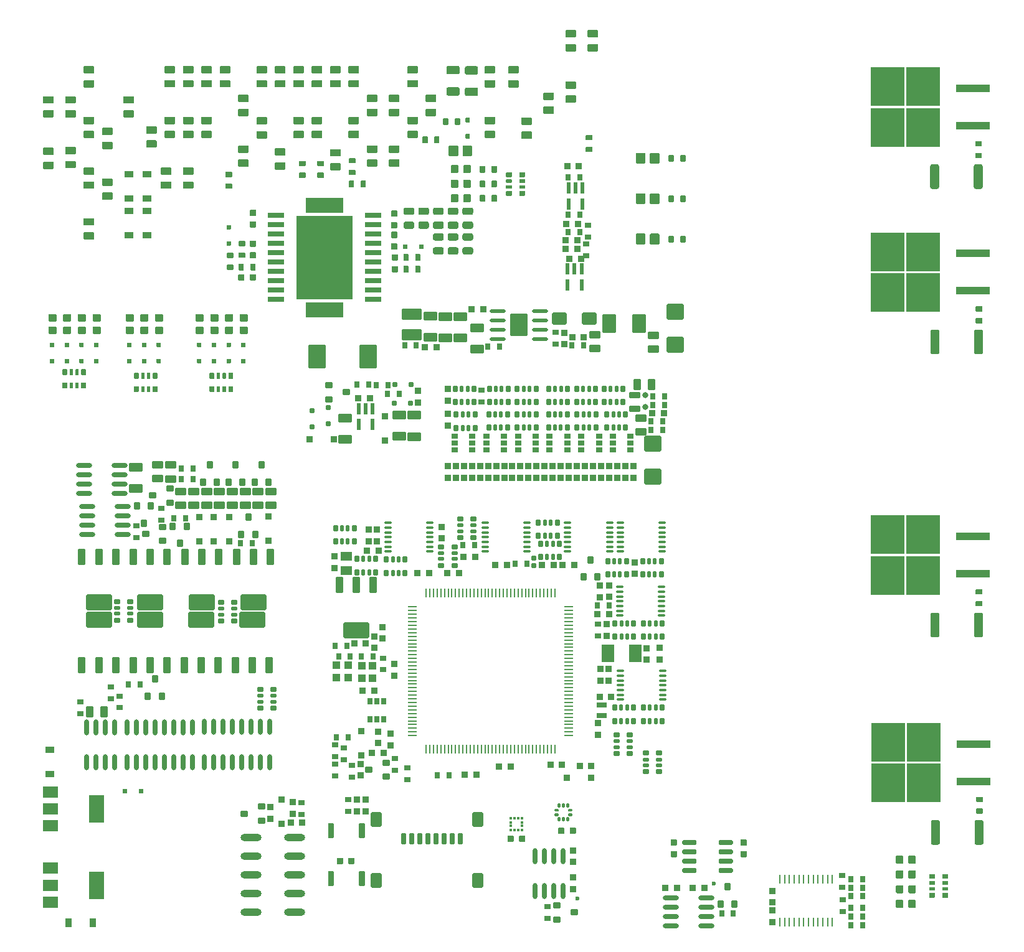
<source format=gtp>
G75*
G70*
%OFA0B0*%
%FSLAX25Y25*%
%IPPOS*%
%LPD*%
%AMOC8*
5,1,8,0,0,1.08239X$1,22.5*
%
%AMM152*
21,1,0.033470,0.026770,-0.000000,0.000000,0.000000*
21,1,0.026770,0.033470,-0.000000,0.000000,0.000000*
1,1,0.006690,0.013390,-0.013390*
1,1,0.006690,-0.013390,-0.013390*
1,1,0.006690,-0.013390,0.013390*
1,1,0.006690,0.013390,0.013390*
%
%AMM155*
21,1,0.027560,0.030710,-0.000000,0.000000,90.000000*
21,1,0.022050,0.036220,-0.000000,0.000000,90.000000*
1,1,0.005510,0.015350,0.011020*
1,1,0.005510,0.015350,-0.011020*
1,1,0.005510,-0.015350,-0.011020*
1,1,0.005510,-0.015350,0.011020*
%
%AMM157*
21,1,0.033470,0.026770,-0.000000,0.000000,270.000000*
21,1,0.026770,0.033470,-0.000000,0.000000,270.000000*
1,1,0.006690,-0.013390,-0.013390*
1,1,0.006690,-0.013390,0.013390*
1,1,0.006690,0.013390,0.013390*
1,1,0.006690,0.013390,-0.013390*
%
%AMM174*
21,1,0.035430,0.050000,-0.000000,-0.000000,90.000000*
21,1,0.028350,0.057090,-0.000000,-0.000000,90.000000*
1,1,0.007090,0.025000,0.014170*
1,1,0.007090,0.025000,-0.014170*
1,1,0.007090,-0.025000,-0.014170*
1,1,0.007090,-0.025000,0.014170*
%
%AMM175*
21,1,0.086610,0.073230,-0.000000,-0.000000,90.000000*
21,1,0.069290,0.090550,-0.000000,-0.000000,90.000000*
1,1,0.017320,0.036610,0.034650*
1,1,0.017320,0.036610,-0.034650*
1,1,0.017320,-0.036610,-0.034650*
1,1,0.017320,-0.036610,0.034650*
%
%AMM176*
21,1,0.027560,0.030710,-0.000000,-0.000000,270.000000*
21,1,0.022050,0.036220,-0.000000,-0.000000,270.000000*
1,1,0.005510,-0.015350,-0.011020*
1,1,0.005510,-0.015350,0.011020*
1,1,0.005510,0.015350,0.011020*
1,1,0.005510,0.015350,-0.011020*
%
%AMM178*
21,1,0.025590,0.026380,-0.000000,-0.000000,180.000000*
21,1,0.020470,0.031500,-0.000000,-0.000000,180.000000*
1,1,0.005120,-0.010240,0.013190*
1,1,0.005120,0.010240,0.013190*
1,1,0.005120,0.010240,-0.013190*
1,1,0.005120,-0.010240,-0.013190*
%
%AMM179*
21,1,0.023620,0.030710,-0.000000,-0.000000,270.000000*
21,1,0.018900,0.035430,-0.000000,-0.000000,270.000000*
1,1,0.004720,-0.015350,-0.009450*
1,1,0.004720,-0.015350,0.009450*
1,1,0.004720,0.015350,0.009450*
1,1,0.004720,0.015350,-0.009450*
%
%AMM180*
21,1,0.033470,0.026770,-0.000000,-0.000000,90.000000*
21,1,0.026770,0.033470,-0.000000,-0.000000,90.000000*
1,1,0.006690,0.013390,0.013390*
1,1,0.006690,0.013390,-0.013390*
1,1,0.006690,-0.013390,-0.013390*
1,1,0.006690,-0.013390,0.013390*
%
%AMM181*
21,1,0.017720,0.027950,-0.000000,-0.000000,180.000000*
21,1,0.014170,0.031500,-0.000000,-0.000000,180.000000*
1,1,0.003540,-0.007090,0.013980*
1,1,0.003540,0.007090,0.013980*
1,1,0.003540,0.007090,-0.013980*
1,1,0.003540,-0.007090,-0.013980*
%
%AMM182*
21,1,0.039370,0.049210,-0.000000,-0.000000,270.000000*
21,1,0.031500,0.057090,-0.000000,-0.000000,270.000000*
1,1,0.007870,-0.024610,-0.015750*
1,1,0.007870,-0.024610,0.015750*
1,1,0.007870,0.024610,0.015750*
1,1,0.007870,0.024610,-0.015750*
%
%AMM183*
21,1,0.027560,0.030710,-0.000000,-0.000000,180.000000*
21,1,0.022050,0.036220,-0.000000,-0.000000,180.000000*
1,1,0.005510,-0.011020,0.015350*
1,1,0.005510,0.011020,0.015350*
1,1,0.005510,0.011020,-0.015350*
1,1,0.005510,-0.011020,-0.015350*
%
%AMM184*
21,1,0.039370,0.049210,-0.000000,-0.000000,0.000000*
21,1,0.031500,0.057090,-0.000000,-0.000000,0.000000*
1,1,0.007870,0.015750,-0.024610*
1,1,0.007870,-0.015750,-0.024610*
1,1,0.007870,-0.015750,0.024610*
1,1,0.007870,0.015750,0.024610*
%
%AMM186*
21,1,0.033470,0.026770,-0.000000,-0.000000,0.000000*
21,1,0.026770,0.033470,-0.000000,-0.000000,0.000000*
1,1,0.006690,0.013390,-0.013390*
1,1,0.006690,-0.013390,-0.013390*
1,1,0.006690,-0.013390,0.013390*
1,1,0.006690,0.013390,0.013390*
%
%AMM199*
21,1,0.033470,0.026770,-0.000000,0.000000,90.000000*
21,1,0.026770,0.033470,-0.000000,0.000000,90.000000*
1,1,0.006690,0.013390,0.013390*
1,1,0.006690,0.013390,-0.013390*
1,1,0.006690,-0.013390,-0.013390*
1,1,0.006690,-0.013390,0.013390*
%
%AMM200*
21,1,0.027560,0.030710,-0.000000,0.000000,0.000000*
21,1,0.022050,0.036220,-0.000000,0.000000,0.000000*
1,1,0.005510,0.011020,-0.015350*
1,1,0.005510,-0.011020,-0.015350*
1,1,0.005510,-0.011020,0.015350*
1,1,0.005510,0.011020,0.015350*
%
%AMM209*
21,1,0.027560,0.030710,-0.000000,0.000000,270.000000*
21,1,0.022050,0.036220,-0.000000,0.000000,270.000000*
1,1,0.005510,-0.015350,-0.011020*
1,1,0.005510,-0.015350,0.011020*
1,1,0.005510,0.015350,0.011020*
1,1,0.005510,0.015350,-0.011020*
%
%AMM213*
21,1,0.035430,0.030320,-0.000000,0.000000,270.000000*
21,1,0.028350,0.037400,-0.000000,0.000000,270.000000*
1,1,0.007090,-0.015160,-0.014170*
1,1,0.007090,-0.015160,0.014170*
1,1,0.007090,0.015160,0.014170*
1,1,0.007090,0.015160,-0.014170*
%
%AMM252*
21,1,0.027560,0.030710,-0.000000,-0.000000,0.000000*
21,1,0.022050,0.036220,-0.000000,-0.000000,0.000000*
1,1,0.005510,0.011020,-0.015350*
1,1,0.005510,-0.011020,-0.015350*
1,1,0.005510,-0.011020,0.015350*
1,1,0.005510,0.011020,0.015350*
%
%AMM255*
21,1,0.035830,0.026770,-0.000000,-0.000000,90.000000*
21,1,0.029130,0.033470,-0.000000,-0.000000,90.000000*
1,1,0.006690,0.013390,0.014570*
1,1,0.006690,0.013390,-0.014570*
1,1,0.006690,-0.013390,-0.014570*
1,1,0.006690,-0.013390,0.014570*
%
%AMM256*
21,1,0.035430,0.030320,-0.000000,-0.000000,0.000000*
21,1,0.028350,0.037400,-0.000000,-0.000000,0.000000*
1,1,0.007090,0.014170,-0.015160*
1,1,0.007090,-0.014170,-0.015160*
1,1,0.007090,-0.014170,0.015160*
1,1,0.007090,0.014170,0.015160*
%
%AMM257*
21,1,0.023620,0.030710,-0.000000,-0.000000,0.000000*
21,1,0.018900,0.035430,-0.000000,-0.000000,0.000000*
1,1,0.004720,0.009450,-0.015350*
1,1,0.004720,-0.009450,-0.015350*
1,1,0.004720,-0.009450,0.015350*
1,1,0.004720,0.009450,0.015350*
%
%AMM258*
21,1,0.035430,0.030320,-0.000000,-0.000000,90.000000*
21,1,0.028350,0.037400,-0.000000,-0.000000,90.000000*
1,1,0.007090,0.015160,0.014170*
1,1,0.007090,0.015160,-0.014170*
1,1,0.007090,-0.015160,-0.014170*
1,1,0.007090,-0.015160,0.014170*
%
%AMM261*
21,1,0.039370,0.035430,-0.000000,-0.000000,90.000000*
21,1,0.031500,0.043310,-0.000000,-0.000000,90.000000*
1,1,0.007870,0.017720,0.015750*
1,1,0.007870,0.017720,-0.015750*
1,1,0.007870,-0.017720,-0.015750*
1,1,0.007870,-0.017720,0.015750*
%
%AMM262*
21,1,0.043310,0.075990,-0.000000,-0.000000,180.000000*
21,1,0.034650,0.084650,-0.000000,-0.000000,180.000000*
1,1,0.008660,-0.017320,0.037990*
1,1,0.008660,0.017320,0.037990*
1,1,0.008660,0.017320,-0.037990*
1,1,0.008660,-0.017320,-0.037990*
%
%AMM264*
21,1,0.027560,0.030710,-0.000000,-0.000000,90.000000*
21,1,0.022050,0.036220,-0.000000,-0.000000,90.000000*
1,1,0.005510,0.015350,0.011020*
1,1,0.005510,0.015350,-0.011020*
1,1,0.005510,-0.015350,-0.011020*
1,1,0.005510,-0.015350,0.011020*
%
%AMM265*
21,1,0.027560,0.018900,-0.000000,-0.000000,0.000000*
21,1,0.022840,0.023620,-0.000000,-0.000000,0.000000*
1,1,0.004720,0.011420,-0.009450*
1,1,0.004720,-0.011420,-0.009450*
1,1,0.004720,-0.011420,0.009450*
1,1,0.004720,0.011420,0.009450*
%
%AMM266*
21,1,0.043310,0.075980,-0.000000,-0.000000,180.000000*
21,1,0.034650,0.084650,-0.000000,-0.000000,180.000000*
1,1,0.008660,-0.017320,0.037990*
1,1,0.008660,0.017320,0.037990*
1,1,0.008660,0.017320,-0.037990*
1,1,0.008660,-0.017320,-0.037990*
%
%AMM267*
21,1,0.137800,0.067720,-0.000000,-0.000000,180.000000*
21,1,0.120870,0.084650,-0.000000,-0.000000,180.000000*
1,1,0.016930,-0.060430,0.033860*
1,1,0.016930,0.060430,0.033860*
1,1,0.016930,0.060430,-0.033860*
1,1,0.016930,-0.060430,-0.033860*
%
%AMM268*
21,1,0.035830,0.026770,-0.000000,-0.000000,0.000000*
21,1,0.029130,0.033470,-0.000000,-0.000000,0.000000*
1,1,0.006690,0.014570,-0.013390*
1,1,0.006690,-0.014570,-0.013390*
1,1,0.006690,-0.014570,0.013390*
1,1,0.006690,0.014570,0.013390*
%
%AMM269*
21,1,0.027560,0.049610,-0.000000,-0.000000,90.000000*
21,1,0.022050,0.055120,-0.000000,-0.000000,90.000000*
1,1,0.005510,0.024800,0.011020*
1,1,0.005510,0.024800,-0.011020*
1,1,0.005510,-0.024800,-0.011020*
1,1,0.005510,-0.024800,0.011020*
%
%AMM270*
21,1,0.017720,0.027950,-0.000000,-0.000000,90.000000*
21,1,0.014170,0.031500,-0.000000,-0.000000,90.000000*
1,1,0.003540,0.013980,0.007090*
1,1,0.003540,0.013980,-0.007090*
1,1,0.003540,-0.013980,-0.007090*
1,1,0.003540,-0.013980,0.007090*
%
%AMM271*
21,1,0.025590,0.026380,-0.000000,-0.000000,90.000000*
21,1,0.020470,0.031500,-0.000000,-0.000000,90.000000*
1,1,0.005120,0.013190,0.010240*
1,1,0.005120,0.013190,-0.010240*
1,1,0.005120,-0.013190,-0.010240*
1,1,0.005120,-0.013190,0.010240*
%
%AMM293*
21,1,0.035430,0.030320,-0.000000,0.000000,90.000000*
21,1,0.028350,0.037400,-0.000000,0.000000,90.000000*
1,1,0.007090,0.015160,0.014170*
1,1,0.007090,0.015160,-0.014170*
1,1,0.007090,-0.015160,-0.014170*
1,1,0.007090,-0.015160,0.014170*
%
%AMM31*
21,1,0.027560,0.030710,0.000000,0.000000,270.000000*
21,1,0.022050,0.036220,0.000000,0.000000,270.000000*
1,1,0.005510,-0.015350,-0.011020*
1,1,0.005510,-0.015350,0.011020*
1,1,0.005510,0.015350,0.011020*
1,1,0.005510,0.015350,-0.011020*
%
%AMM313*
21,1,0.035430,0.030320,-0.000000,-0.000000,180.000000*
21,1,0.028350,0.037400,-0.000000,-0.000000,180.000000*
1,1,0.007090,-0.014170,0.015160*
1,1,0.007090,0.014170,0.015160*
1,1,0.007090,0.014170,-0.015160*
1,1,0.007090,-0.014170,-0.015160*
%
%AMM316*
21,1,0.035830,0.026770,-0.000000,-0.000000,270.000000*
21,1,0.029130,0.033470,-0.000000,-0.000000,270.000000*
1,1,0.006690,-0.013390,-0.014570*
1,1,0.006690,-0.013390,0.014570*
1,1,0.006690,0.013390,0.014570*
1,1,0.006690,0.013390,-0.014570*
%
%AMM317*
21,1,0.043310,0.075990,-0.000000,-0.000000,0.000000*
21,1,0.034650,0.084650,-0.000000,-0.000000,0.000000*
1,1,0.008660,0.017320,-0.037990*
1,1,0.008660,-0.017320,-0.037990*
1,1,0.008660,-0.017320,0.037990*
1,1,0.008660,0.017320,0.037990*
%
%AMM318*
21,1,0.043310,0.075980,-0.000000,-0.000000,0.000000*
21,1,0.034650,0.084650,-0.000000,-0.000000,0.000000*
1,1,0.008660,0.017320,-0.037990*
1,1,0.008660,-0.017320,-0.037990*
1,1,0.008660,-0.017320,0.037990*
1,1,0.008660,0.017320,0.037990*
%
%AMM319*
21,1,0.025590,0.026380,-0.000000,-0.000000,270.000000*
21,1,0.020470,0.031500,-0.000000,-0.000000,270.000000*
1,1,0.005120,-0.013190,-0.010240*
1,1,0.005120,-0.013190,0.010240*
1,1,0.005120,0.013190,0.010240*
1,1,0.005120,0.013190,-0.010240*
%
%AMM320*
21,1,0.137800,0.067720,-0.000000,-0.000000,0.000000*
21,1,0.120870,0.084650,-0.000000,-0.000000,0.000000*
1,1,0.016930,0.060430,-0.033860*
1,1,0.016930,-0.060430,-0.033860*
1,1,0.016930,-0.060430,0.033860*
1,1,0.016930,0.060430,0.033860*
%
%AMM321*
21,1,0.017720,0.027950,-0.000000,-0.000000,270.000000*
21,1,0.014170,0.031500,-0.000000,-0.000000,270.000000*
1,1,0.003540,-0.013980,-0.007090*
1,1,0.003540,-0.013980,0.007090*
1,1,0.003540,0.013980,0.007090*
1,1,0.003540,0.013980,-0.007090*
%
%AMM322*
21,1,0.070870,0.036220,-0.000000,-0.000000,180.000000*
21,1,0.061810,0.045280,-0.000000,-0.000000,180.000000*
1,1,0.009060,-0.030910,0.018110*
1,1,0.009060,0.030910,0.018110*
1,1,0.009060,0.030910,-0.018110*
1,1,0.009060,-0.030910,-0.018110*
%
%AMM332*
21,1,0.033470,0.026770,-0.000000,-0.000000,180.000000*
21,1,0.026770,0.033470,-0.000000,-0.000000,180.000000*
1,1,0.006690,-0.013390,0.013390*
1,1,0.006690,0.013390,0.013390*
1,1,0.006690,0.013390,-0.013390*
1,1,0.006690,-0.013390,-0.013390*
%
%AMM342*
21,1,0.035830,0.026770,-0.000000,0.000000,90.000000*
21,1,0.029130,0.033470,-0.000000,0.000000,90.000000*
1,1,0.006690,0.013390,0.014570*
1,1,0.006690,0.013390,-0.014570*
1,1,0.006690,-0.013390,-0.014570*
1,1,0.006690,-0.013390,0.014570*
%
%AMM350*
21,1,0.021650,0.052760,0.000000,-0.000000,180.000000*
21,1,0.017320,0.057090,0.000000,-0.000000,180.000000*
1,1,0.004330,-0.008660,0.026380*
1,1,0.004330,0.008660,0.026380*
1,1,0.004330,0.008660,-0.026380*
1,1,0.004330,-0.008660,-0.026380*
%
%AMM351*
21,1,0.027560,0.030710,0.000000,-0.000000,90.000000*
21,1,0.022050,0.036220,0.000000,-0.000000,90.000000*
1,1,0.005510,0.015350,0.011020*
1,1,0.005510,0.015350,-0.011020*
1,1,0.005510,-0.015350,-0.011020*
1,1,0.005510,-0.015350,0.011020*
%
%AMM352*
21,1,0.027560,0.030710,0.000000,-0.000000,180.000000*
21,1,0.022050,0.036220,0.000000,-0.000000,180.000000*
1,1,0.005510,-0.011020,0.015350*
1,1,0.005510,0.011020,0.015350*
1,1,0.005510,0.011020,-0.015350*
1,1,0.005510,-0.011020,-0.015350*
%
%AMM353*
21,1,0.033470,0.026770,0.000000,-0.000000,180.000000*
21,1,0.026770,0.033470,0.000000,-0.000000,180.000000*
1,1,0.006690,-0.013390,0.013390*
1,1,0.006690,0.013390,0.013390*
1,1,0.006690,0.013390,-0.013390*
1,1,0.006690,-0.013390,-0.013390*
%
%AMM371*
21,1,0.035430,0.030320,-0.000000,-0.000000,270.000000*
21,1,0.028350,0.037400,-0.000000,-0.000000,270.000000*
1,1,0.007090,-0.015160,-0.014170*
1,1,0.007090,-0.015160,0.014170*
1,1,0.007090,0.015160,0.014170*
1,1,0.007090,0.015160,-0.014170*
%
%AMM373*
21,1,0.021650,0.052760,-0.000000,-0.000000,180.000000*
21,1,0.017320,0.057090,-0.000000,-0.000000,180.000000*
1,1,0.004330,-0.008660,0.026380*
1,1,0.004330,0.008660,0.026380*
1,1,0.004330,0.008660,-0.026380*
1,1,0.004330,-0.008660,-0.026380*
%
%AMM374*
21,1,0.023620,0.018900,-0.000000,-0.000000,90.000000*
21,1,0.018900,0.023620,-0.000000,-0.000000,90.000000*
1,1,0.004720,0.009450,0.009450*
1,1,0.004720,0.009450,-0.009450*
1,1,0.004720,-0.009450,-0.009450*
1,1,0.004720,-0.009450,0.009450*
%
%AMM375*
21,1,0.094490,0.111020,-0.000000,-0.000000,0.000000*
21,1,0.075590,0.129920,-0.000000,-0.000000,0.000000*
1,1,0.018900,0.037800,-0.055510*
1,1,0.018900,-0.037800,-0.055510*
1,1,0.018900,-0.037800,0.055510*
1,1,0.018900,0.037800,0.055510*
%
%AMM376*
21,1,0.023620,0.018900,-0.000000,-0.000000,0.000000*
21,1,0.018900,0.023620,-0.000000,-0.000000,0.000000*
1,1,0.004720,0.009450,-0.009450*
1,1,0.004720,-0.009450,-0.009450*
1,1,0.004720,-0.009450,0.009450*
1,1,0.004720,0.009450,0.009450*
%
%AMM377*
21,1,0.035830,0.026770,-0.000000,-0.000000,180.000000*
21,1,0.029130,0.033470,-0.000000,-0.000000,180.000000*
1,1,0.006690,-0.014570,0.013390*
1,1,0.006690,0.014570,0.013390*
1,1,0.006690,0.014570,-0.013390*
1,1,0.006690,-0.014570,-0.013390*
%
%AMM378*
21,1,0.033470,0.026770,-0.000000,-0.000000,270.000000*
21,1,0.026770,0.033470,-0.000000,-0.000000,270.000000*
1,1,0.006690,-0.013390,-0.013390*
1,1,0.006690,-0.013390,0.013390*
1,1,0.006690,0.013390,0.013390*
1,1,0.006690,0.013390,-0.013390*
%
%AMM398*
21,1,0.106300,0.050390,-0.000000,-0.000000,180.000000*
21,1,0.093700,0.062990,-0.000000,-0.000000,180.000000*
1,1,0.012600,-0.046850,0.025200*
1,1,0.012600,0.046850,0.025200*
1,1,0.012600,0.046850,-0.025200*
1,1,0.012600,-0.046850,-0.025200*
%
%AMM399*
21,1,0.074800,0.083460,-0.000000,-0.000000,0.000000*
21,1,0.059840,0.098430,-0.000000,-0.000000,0.000000*
1,1,0.014960,0.029920,-0.041730*
1,1,0.014960,-0.029920,-0.041730*
1,1,0.014960,-0.029920,0.041730*
1,1,0.014960,0.029920,0.041730*
%
%AMM400*
21,1,0.078740,0.053540,-0.000000,-0.000000,0.000000*
21,1,0.065350,0.066930,-0.000000,-0.000000,0.000000*
1,1,0.013390,0.032680,-0.026770*
1,1,0.013390,-0.032680,-0.026770*
1,1,0.013390,-0.032680,0.026770*
1,1,0.013390,0.032680,0.026770*
%
%AMM401*
21,1,0.122050,0.075590,-0.000000,-0.000000,90.000000*
21,1,0.103150,0.094490,-0.000000,-0.000000,90.000000*
1,1,0.018900,0.037800,0.051580*
1,1,0.018900,0.037800,-0.051580*
1,1,0.018900,-0.037800,-0.051580*
1,1,0.018900,-0.037800,0.051580*
%
%AMM402*
21,1,0.086610,0.073230,-0.000000,-0.000000,270.000000*
21,1,0.069290,0.090550,-0.000000,-0.000000,270.000000*
1,1,0.017320,-0.036610,-0.034650*
1,1,0.017320,-0.036610,0.034650*
1,1,0.017320,0.036610,0.034650*
1,1,0.017320,0.036610,-0.034650*
%
%AMM403*
21,1,0.070870,0.036220,-0.000000,-0.000000,0.000000*
21,1,0.061810,0.045280,-0.000000,-0.000000,0.000000*
1,1,0.009060,0.030910,-0.018110*
1,1,0.009060,-0.030910,-0.018110*
1,1,0.009060,-0.030910,0.018110*
1,1,0.009060,0.030910,0.018110*
%
%AMM78*
21,1,0.078740,0.045670,0.000000,0.000000,270.000000*
21,1,0.067320,0.057090,0.000000,0.000000,270.000000*
1,1,0.011420,-0.022840,-0.033660*
1,1,0.011420,-0.022840,0.033660*
1,1,0.011420,0.022840,0.033660*
1,1,0.011420,0.022840,-0.033660*
%
%AMM79*
21,1,0.059060,0.020470,0.000000,0.000000,270.000000*
21,1,0.053940,0.025590,0.000000,0.000000,270.000000*
1,1,0.005120,-0.010240,-0.026970*
1,1,0.005120,-0.010240,0.026970*
1,1,0.005120,0.010240,0.026970*
1,1,0.005120,0.010240,-0.026970*
%
%AMM80*
21,1,0.033470,0.026770,0.000000,0.000000,90.000000*
21,1,0.026770,0.033470,0.000000,0.000000,90.000000*
1,1,0.006690,0.013390,0.013390*
1,1,0.006690,0.013390,-0.013390*
1,1,0.006690,-0.013390,-0.013390*
1,1,0.006690,-0.013390,0.013390*
%
%ADD115R,0.17913X0.20669*%
%ADD118R,0.05906X0.05118*%
%ADD12O,0.05118X0.00866*%
%ADD132C,0.02362*%
%ADD136O,0.02362X0.08661*%
%ADD146R,0.01476X0.01378*%
%ADD151M78*%
%ADD155R,0.30000X0.45000*%
%ADD160R,0.18110X0.04331*%
%ADD161O,0.00000X0.00000*%
%ADD162C,0.03150*%
%ADD183M31*%
%ADD19M79*%
%ADD191R,0.07874X0.05906*%
%ADD217R,0.20000X0.08000*%
%ADD223R,0.01378X0.01476*%
%ADD240R,0.06693X0.09449*%
%ADD242M80*%
%ADD246R,0.03543X0.04724*%
%ADD266O,0.00866X0.05118*%
%ADD272O,0.01968X0.03937*%
%ADD287O,0.08661X0.02362*%
%ADD297R,0.04724X0.03543*%
%ADD320M152*%
%ADD323M155*%
%ADD325M157*%
%ADD342M174*%
%ADD343M175*%
%ADD344M176*%
%ADD346M178*%
%ADD347M179*%
%ADD348M180*%
%ADD349M181*%
%ADD350M182*%
%ADD351M183*%
%ADD352M184*%
%ADD354M186*%
%ADD367O,0.00984X0.04961*%
%ADD368M199*%
%ADD369M200*%
%ADD380M209*%
%ADD384M213*%
%ADD41O,0.04331X0.01181*%
%ADD429M252*%
%ADD432M255*%
%ADD433M256*%
%ADD434M257*%
%ADD435M258*%
%ADD438M261*%
%ADD439M262*%
%ADD441M264*%
%ADD442M265*%
%ADD443M266*%
%ADD444M267*%
%ADD445M268*%
%ADD446M269*%
%ADD447M270*%
%ADD448M271*%
%ADD476M293*%
%ADD505M313*%
%ADD508M316*%
%ADD509M317*%
%ADD510M318*%
%ADD511M319*%
%ADD512M320*%
%ADD513M321*%
%ADD514M322*%
%ADD524M332*%
%ADD533O,0.11221X0.04016*%
%ADD535M342*%
%ADD544M350*%
%ADD545M351*%
%ADD546M352*%
%ADD547M353*%
%ADD573M371*%
%ADD575M373*%
%ADD576M374*%
%ADD577M375*%
%ADD578M376*%
%ADD579M377*%
%ADD580M378*%
%ADD608M398*%
%ADD609M399*%
%ADD610M400*%
%ADD611M401*%
%ADD612M402*%
%ADD613M403*%
%ADD85R,0.07874X0.14961*%
%ADD88O,0.08661X0.01968*%
%ADD92R,0.08661X0.03150*%
X0000000Y0000000D02*
%LPD*%
G01*
G36*
G01*
X0308465Y0443346D02*
X0308465Y0446417D01*
G75*
G02*
X0308740Y0446693I0000276J0000000D01*
G01*
X0310945Y0446693D01*
G75*
G02*
X0311220Y0446417I0000000J-000276D01*
G01*
X0311220Y0443346D01*
G75*
G02*
X0310945Y0443071I-000276J0000000D01*
G01*
X0308740Y0443071D01*
G75*
G02*
X0308465Y0443346I0000000J0000276D01*
G01*
G37*
G36*
G01*
X0314764Y0443346D02*
X0314764Y0446417D01*
G75*
G02*
X0315039Y0446693I0000276J0000000D01*
G01*
X0317244Y0446693D01*
G75*
G02*
X0317520Y0446417I0000000J-000276D01*
G01*
X0317520Y0443346D01*
G75*
G02*
X0317244Y0443071I-000276J0000000D01*
G01*
X0315039Y0443071D01*
G75*
G02*
X0314764Y0443346I0000000J0000276D01*
G01*
G37*
G36*
G01*
X0132382Y0418701D02*
X0127461Y0418701D01*
G75*
G02*
X0127067Y0419094I0000000J0000394D01*
G01*
X0127067Y0422244D01*
G75*
G02*
X0127461Y0422638I0000394J0000000D01*
G01*
X0132382Y0422638D01*
G75*
G02*
X0132776Y0422244I0000000J-000394D01*
G01*
X0132776Y0419094D01*
G75*
G02*
X0132382Y0418701I-000394J0000000D01*
G01*
G37*
G36*
G01*
X0132382Y0426181D02*
X0127461Y0426181D01*
G75*
G02*
X0127067Y0426575I0000000J0000394D01*
G01*
X0127067Y0429724D01*
G75*
G02*
X0127461Y0430118I0000394J0000000D01*
G01*
X0132382Y0430118D01*
G75*
G02*
X0132776Y0429724I0000000J-000394D01*
G01*
X0132776Y0426575D01*
G75*
G02*
X0132382Y0426181I-000394J0000000D01*
G01*
G37*
G36*
G01*
X0608415Y0190650D02*
X0608415Y0179429D01*
G75*
G02*
X0607431Y0178445I-000984J0000000D01*
G01*
X0604577Y0178445D01*
G75*
G02*
X0603593Y0179429I0000000J0000984D01*
G01*
X0603593Y0190650D01*
G75*
G02*
X0604577Y0191634I0000984J0000000D01*
G01*
X0607431Y0191634D01*
G75*
G02*
X0608415Y0190650I0000000J-000984D01*
G01*
G37*
G36*
G01*
X0585089Y0190650D02*
X0585089Y0179429D01*
G75*
G02*
X0584104Y0178445I-000984J0000000D01*
G01*
X0581250Y0178445D01*
G75*
G02*
X0580266Y0179429I0000000J0000984D01*
G01*
X0580266Y0190650D01*
G75*
G02*
X0581250Y0191634I0000984J0000000D01*
G01*
X0584104Y0191634D01*
G75*
G02*
X0585089Y0190650I0000000J-000984D01*
G01*
G37*
G36*
G01*
X0331102Y0480728D02*
X0331102Y0483445D01*
G75*
G02*
X0332008Y0484350I0000906J0000000D01*
G01*
X0337283Y0484350D01*
G75*
G02*
X0338189Y0483445I0000000J-000906D01*
G01*
X0338189Y0480728D01*
G75*
G02*
X0337283Y0479823I-000906J0000000D01*
G01*
X0332008Y0479823D01*
G75*
G02*
X0331102Y0480728I0000000J0000906D01*
G01*
G37*
G36*
G01*
X0331102Y0469311D02*
X0331102Y0472028D01*
G75*
G02*
X0332008Y0472933I0000906J0000000D01*
G01*
X0337283Y0472933D01*
G75*
G02*
X0338189Y0472028I0000000J-000906D01*
G01*
X0338189Y0469311D01*
G75*
G02*
X0337283Y0468405I-000906J0000000D01*
G01*
X0332008Y0468405D01*
G75*
G02*
X0331102Y0469311I0000000J0000906D01*
G01*
G37*
G36*
G01*
X0291969Y0407106D02*
X0294646Y0407106D01*
G75*
G02*
X0294980Y0406772I0000000J-000335D01*
G01*
X0294980Y0404094D01*
G75*
G02*
X0294646Y0403760I-000335J0000000D01*
G01*
X0291969Y0403760D01*
G75*
G02*
X0291634Y0404094I0000000J0000335D01*
G01*
X0291634Y0406772D01*
G75*
G02*
X0291969Y0407106I0000335J0000000D01*
G01*
G37*
G36*
G01*
X0291969Y0400886D02*
X0294646Y0400886D01*
G75*
G02*
X0294980Y0400551I0000000J-000335D01*
G01*
X0294980Y0397874D01*
G75*
G02*
X0294646Y0397539I-000335J0000000D01*
G01*
X0291969Y0397539D01*
G75*
G02*
X0291634Y0397874I0000000J0000335D01*
G01*
X0291634Y0400551D01*
G75*
G02*
X0291969Y0400886I0000335J0000000D01*
G01*
G37*
D115*
X0557677Y0100394D03*
X0576772Y0122244D03*
X0557677Y0122244D03*
X0576772Y0100394D03*
D160*
X0603248Y0101319D03*
X0603248Y0121319D03*
G36*
G01*
X0339173Y0419724D02*
X0339173Y0422795D01*
G75*
G02*
X0339449Y0423071I0000276J0000000D01*
G01*
X0341654Y0423071D01*
G75*
G02*
X0341929Y0422795I0000000J-000276D01*
G01*
X0341929Y0419724D01*
G75*
G02*
X0341654Y0419449I-000276J0000000D01*
G01*
X0339449Y0419449D01*
G75*
G02*
X0339173Y0419724I0000000J0000276D01*
G01*
G37*
G36*
G01*
X0345472Y0419724D02*
X0345472Y0422795D01*
G75*
G02*
X0345748Y0423071I0000276J0000000D01*
G01*
X0347953Y0423071D01*
G75*
G02*
X0348228Y0422795I0000000J-000276D01*
G01*
X0348228Y0419724D01*
G75*
G02*
X0347953Y0419449I-000276J0000000D01*
G01*
X0345748Y0419449D01*
G75*
G02*
X0345472Y0419724I0000000J0000276D01*
G01*
G37*
G36*
G01*
X0210039Y0375236D02*
X0210039Y0378307D01*
G75*
G02*
X0210315Y0378583I0000276J0000000D01*
G01*
X0212520Y0378583D01*
G75*
G02*
X0212795Y0378307I0000000J-000276D01*
G01*
X0212795Y0375236D01*
G75*
G02*
X0212520Y0374961I-000276J0000000D01*
G01*
X0210315Y0374961D01*
G75*
G02*
X0210039Y0375236I0000000J0000276D01*
G01*
G37*
G36*
G01*
X0216339Y0375236D02*
X0216339Y0378307D01*
G75*
G02*
X0216614Y0378583I0000276J0000000D01*
G01*
X0218819Y0378583D01*
G75*
G02*
X0219094Y0378307I0000000J-000276D01*
G01*
X0219094Y0375236D01*
G75*
G02*
X0218819Y0374961I-000276J0000000D01*
G01*
X0216614Y0374961D01*
G75*
G02*
X0216339Y0375236I0000000J0000276D01*
G01*
G37*
G36*
G01*
X0116929Y0325433D02*
X0116929Y0327323D01*
G75*
G02*
X0117165Y0327559I0000236J0000000D01*
G01*
X0119055Y0327559D01*
G75*
G02*
X0119291Y0327323I0000000J-000236D01*
G01*
X0119291Y0325433D01*
G75*
G02*
X0119055Y0325197I-000236J0000000D01*
G01*
X0117165Y0325197D01*
G75*
G02*
X0116929Y0325433I0000000J0000236D01*
G01*
G37*
G36*
G01*
X0116929Y0334094D02*
X0116929Y0335984D01*
G75*
G02*
X0117165Y0336220I0000236J0000000D01*
G01*
X0119055Y0336220D01*
G75*
G02*
X0119291Y0335984I0000000J-000236D01*
G01*
X0119291Y0334094D01*
G75*
G02*
X0119055Y0333858I-000236J0000000D01*
G01*
X0117165Y0333858D01*
G75*
G02*
X0116929Y0334094I0000000J0000236D01*
G01*
G37*
G36*
G01*
X0165846Y0440748D02*
X0160925Y0440748D01*
G75*
G02*
X0160531Y0441142I0000000J0000394D01*
G01*
X0160531Y0444291D01*
G75*
G02*
X0160925Y0444685I0000394J0000000D01*
G01*
X0165846Y0444685D01*
G75*
G02*
X0166240Y0444291I0000000J-000394D01*
G01*
X0166240Y0441142D01*
G75*
G02*
X0165846Y0440748I-000394J0000000D01*
G01*
G37*
G36*
G01*
X0165846Y0448228D02*
X0160925Y0448228D01*
G75*
G02*
X0160531Y0448622I0000000J0000394D01*
G01*
X0160531Y0451772D01*
G75*
G02*
X0160925Y0452165I0000394J0000000D01*
G01*
X0165846Y0452165D01*
G75*
G02*
X0166240Y0451772I0000000J-000394D01*
G01*
X0166240Y0448622D01*
G75*
G02*
X0165846Y0448228I-000394J0000000D01*
G01*
G37*
G36*
G01*
X0481693Y0060610D02*
X0479016Y0060610D01*
G75*
G02*
X0478681Y0060945I0000000J0000335D01*
G01*
X0478681Y0063622D01*
G75*
G02*
X0479016Y0063957I0000335J0000000D01*
G01*
X0481693Y0063957D01*
G75*
G02*
X0482028Y0063622I0000000J-000335D01*
G01*
X0482028Y0060945D01*
G75*
G02*
X0481693Y0060610I-000335J0000000D01*
G01*
G37*
G36*
G01*
X0481693Y0066831D02*
X0479016Y0066831D01*
G75*
G02*
X0478681Y0067165I0000000J0000335D01*
G01*
X0478681Y0069843D01*
G75*
G02*
X0479016Y0070177I0000335J0000000D01*
G01*
X0481693Y0070177D01*
G75*
G02*
X0482028Y0069843I0000000J-000335D01*
G01*
X0482028Y0067165D01*
G75*
G02*
X0481693Y0066831I-000335J0000000D01*
G01*
G37*
G36*
G01*
X0440158Y0433504D02*
X0440158Y0436575D01*
G75*
G02*
X0440433Y0436850I0000276J0000000D01*
G01*
X0442638Y0436850D01*
G75*
G02*
X0442913Y0436575I0000000J-000276D01*
G01*
X0442913Y0433504D01*
G75*
G02*
X0442638Y0433228I-000276J0000000D01*
G01*
X0440433Y0433228D01*
G75*
G02*
X0440158Y0433504I0000000J0000276D01*
G01*
G37*
G36*
G01*
X0446457Y0433504D02*
X0446457Y0436575D01*
G75*
G02*
X0446732Y0436850I0000276J0000000D01*
G01*
X0448937Y0436850D01*
G75*
G02*
X0449213Y0436575I0000000J-000276D01*
G01*
X0449213Y0433504D01*
G75*
G02*
X0448937Y0433228I-000276J0000000D01*
G01*
X0446732Y0433228D01*
G75*
G02*
X0446457Y0433504I0000000J0000276D01*
G01*
G37*
G36*
G01*
X0142224Y0439961D02*
X0137303Y0439961D01*
G75*
G02*
X0136909Y0440354I0000000J0000394D01*
G01*
X0136909Y0443504D01*
G75*
G02*
X0137303Y0443898I0000394J0000000D01*
G01*
X0142224Y0443898D01*
G75*
G02*
X0142618Y0443504I0000000J-000394D01*
G01*
X0142618Y0440354D01*
G75*
G02*
X0142224Y0439961I-000394J0000000D01*
G01*
G37*
G36*
G01*
X0142224Y0447441D02*
X0137303Y0447441D01*
G75*
G02*
X0136909Y0447835I0000000J0000394D01*
G01*
X0136909Y0450984D01*
G75*
G02*
X0137303Y0451378I0000394J0000000D01*
G01*
X0142224Y0451378D01*
G75*
G02*
X0142618Y0450984I0000000J-000394D01*
G01*
X0142618Y0447835D01*
G75*
G02*
X0142224Y0447441I-000394J0000000D01*
G01*
G37*
G36*
G01*
X0254429Y0445866D02*
X0249508Y0445866D01*
G75*
G02*
X0249114Y0446260I0000000J0000394D01*
G01*
X0249114Y0449409D01*
G75*
G02*
X0249508Y0449803I0000394J0000000D01*
G01*
X0254429Y0449803D01*
G75*
G02*
X0254823Y0449409I0000000J-000394D01*
G01*
X0254823Y0446260D01*
G75*
G02*
X0254429Y0445866I-000394J0000000D01*
G01*
G37*
G36*
G01*
X0254429Y0453347D02*
X0249508Y0453347D01*
G75*
G02*
X0249114Y0453740I0000000J0000394D01*
G01*
X0249114Y0456890D01*
G75*
G02*
X0249508Y0457284I0000394J0000000D01*
G01*
X0254429Y0457284D01*
G75*
G02*
X0254823Y0456890I0000000J-000394D01*
G01*
X0254823Y0453740D01*
G75*
G02*
X0254429Y0453347I-000394J0000000D01*
G01*
G37*
G36*
G01*
X0447441Y0067933D02*
X0447441Y0069114D01*
G75*
G02*
X0448031Y0069705I0000591J0000000D01*
G01*
X0454528Y0069705D01*
G75*
G02*
X0455118Y0069114I0000000J-000591D01*
G01*
X0455118Y0067933D01*
G75*
G02*
X0454528Y0067343I-000591J0000000D01*
G01*
X0448031Y0067343D01*
G75*
G02*
X0447441Y0067933I0000000J0000591D01*
G01*
G37*
G36*
G01*
X0447441Y0062933D02*
X0447441Y0064114D01*
G75*
G02*
X0448031Y0064705I0000591J0000000D01*
G01*
X0454528Y0064705D01*
G75*
G02*
X0455118Y0064114I0000000J-000591D01*
G01*
X0455118Y0062933D01*
G75*
G02*
X0454528Y0062343I-000591J0000000D01*
G01*
X0448031Y0062343D01*
G75*
G02*
X0447441Y0062933I0000000J0000591D01*
G01*
G37*
G36*
G01*
X0447441Y0057933D02*
X0447441Y0059114D01*
G75*
G02*
X0448031Y0059705I0000591J0000000D01*
G01*
X0454528Y0059705D01*
G75*
G02*
X0455118Y0059114I0000000J-000591D01*
G01*
X0455118Y0057933D01*
G75*
G02*
X0454528Y0057343I-000591J0000000D01*
G01*
X0448031Y0057343D01*
G75*
G02*
X0447441Y0057933I0000000J0000591D01*
G01*
G37*
G36*
G01*
X0447441Y0052933D02*
X0447441Y0054114D01*
G75*
G02*
X0448031Y0054705I0000591J0000000D01*
G01*
X0454528Y0054705D01*
G75*
G02*
X0455118Y0054114I0000000J-000591D01*
G01*
X0455118Y0052933D01*
G75*
G02*
X0454528Y0052343I-000591J0000000D01*
G01*
X0448031Y0052343D01*
G75*
G02*
X0447441Y0052933I0000000J0000591D01*
G01*
G37*
G36*
G01*
X0466929Y0052933D02*
X0466929Y0054114D01*
G75*
G02*
X0467520Y0054705I0000591J0000000D01*
G01*
X0474016Y0054705D01*
G75*
G02*
X0474606Y0054114I0000000J-000591D01*
G01*
X0474606Y0052933D01*
G75*
G02*
X0474016Y0052343I-000591J0000000D01*
G01*
X0467520Y0052343D01*
G75*
G02*
X0466929Y0052933I0000000J0000591D01*
G01*
G37*
G36*
G01*
X0466929Y0057933D02*
X0466929Y0059114D01*
G75*
G02*
X0467520Y0059705I0000591J0000000D01*
G01*
X0474016Y0059705D01*
G75*
G02*
X0474606Y0059114I0000000J-000591D01*
G01*
X0474606Y0057933D01*
G75*
G02*
X0474016Y0057343I-000591J0000000D01*
G01*
X0467520Y0057343D01*
G75*
G02*
X0466929Y0057933I0000000J0000591D01*
G01*
G37*
G36*
G01*
X0466929Y0062933D02*
X0466929Y0064114D01*
G75*
G02*
X0467520Y0064705I0000591J0000000D01*
G01*
X0474016Y0064705D01*
G75*
G02*
X0474606Y0064114I0000000J-000591D01*
G01*
X0474606Y0062933D01*
G75*
G02*
X0474016Y0062343I-000591J0000000D01*
G01*
X0467520Y0062343D01*
G75*
G02*
X0466929Y0062933I0000000J0000591D01*
G01*
G37*
G36*
G01*
X0466929Y0067933D02*
X0466929Y0069114D01*
G75*
G02*
X0467520Y0069705I0000591J0000000D01*
G01*
X0474016Y0069705D01*
G75*
G02*
X0474606Y0069114I0000000J-000591D01*
G01*
X0474606Y0067933D01*
G75*
G02*
X0474016Y0067343I-000591J0000000D01*
G01*
X0467520Y0067343D01*
G75*
G02*
X0466929Y0067933I0000000J0000591D01*
G01*
G37*
G36*
G01*
X0608415Y0342224D02*
X0608415Y0331004D01*
G75*
G02*
X0607431Y0330020I-000984J0000000D01*
G01*
X0604577Y0330020D01*
G75*
G02*
X0603593Y0331004I0000000J0000984D01*
G01*
X0603593Y0342224D01*
G75*
G02*
X0604577Y0343209I0000984J0000000D01*
G01*
X0607431Y0343209D01*
G75*
G02*
X0608415Y0342224I0000000J-000984D01*
G01*
G37*
G36*
G01*
X0585089Y0342224D02*
X0585089Y0331004D01*
G75*
G02*
X0584104Y0330020I-000984J0000000D01*
G01*
X0581250Y0330020D01*
G75*
G02*
X0580266Y0331004I0000000J0000984D01*
G01*
X0580266Y0342224D01*
G75*
G02*
X0581250Y0343209I0000984J0000000D01*
G01*
X0584104Y0343209D01*
G75*
G02*
X0585089Y0342224I0000000J-000984D01*
G01*
G37*
G36*
G01*
X0187402Y0351575D02*
X0190945Y0351575D01*
G75*
G02*
X0191339Y0351181I0000000J-000394D01*
G01*
X0191339Y0348031D01*
G75*
G02*
X0190945Y0347638I-000394J0000000D01*
G01*
X0187402Y0347638D01*
G75*
G02*
X0187008Y0348031I0000000J0000394D01*
G01*
X0187008Y0351181D01*
G75*
G02*
X0187402Y0351575I0000394J0000000D01*
G01*
G37*
G36*
G01*
X0187402Y0344882D02*
X0190945Y0344882D01*
G75*
G02*
X0191339Y0344488I0000000J-000394D01*
G01*
X0191339Y0341339D01*
G75*
G02*
X0190945Y0340945I-000394J0000000D01*
G01*
X0187402Y0340945D01*
G75*
G02*
X0187008Y0341339I0000000J0000394D01*
G01*
X0187008Y0344488D01*
G75*
G02*
X0187402Y0344882I0000394J0000000D01*
G01*
G37*
G36*
G01*
X0185531Y0473031D02*
X0180610Y0473031D01*
G75*
G02*
X0180217Y0473425I0000000J0000394D01*
G01*
X0180217Y0476575D01*
G75*
G02*
X0180610Y0476969I0000394J0000000D01*
G01*
X0185531Y0476969D01*
G75*
G02*
X0185925Y0476575I0000000J-000394D01*
G01*
X0185925Y0473425D01*
G75*
G02*
X0185531Y0473031I-000394J0000000D01*
G01*
G37*
G36*
G01*
X0185531Y0480512D02*
X0180610Y0480512D01*
G75*
G02*
X0180217Y0480906I0000000J0000394D01*
G01*
X0180217Y0484055D01*
G75*
G02*
X0180610Y0484449I0000394J0000000D01*
G01*
X0185531Y0484449D01*
G75*
G02*
X0185925Y0484055I0000000J-000394D01*
G01*
X0185925Y0480906D01*
G75*
G02*
X0185531Y0480512I-000394J0000000D01*
G01*
G37*
G36*
G01*
X0224902Y0445669D02*
X0219980Y0445669D01*
G75*
G02*
X0219587Y0446063I0000000J0000394D01*
G01*
X0219587Y0449213D01*
G75*
G02*
X0219980Y0449606I0000394J0000000D01*
G01*
X0224902Y0449606D01*
G75*
G02*
X0225295Y0449213I0000000J-000394D01*
G01*
X0225295Y0446063D01*
G75*
G02*
X0224902Y0445669I-000394J0000000D01*
G01*
G37*
G36*
G01*
X0224902Y0453150D02*
X0219980Y0453150D01*
G75*
G02*
X0219587Y0453543I0000000J0000394D01*
G01*
X0219587Y0456693D01*
G75*
G02*
X0219980Y0457087I0000394J0000000D01*
G01*
X0224902Y0457087D01*
G75*
G02*
X0225295Y0456693I0000000J-000394D01*
G01*
X0225295Y0453543D01*
G75*
G02*
X0224902Y0453150I-000394J0000000D01*
G01*
G37*
G36*
G01*
X0323622Y0427559D02*
X0323622Y0431102D01*
G75*
G02*
X0324016Y0431496I0000394J0000000D01*
G01*
X0327165Y0431496D01*
G75*
G02*
X0327559Y0431102I0000000J-000394D01*
G01*
X0327559Y0427559D01*
G75*
G02*
X0327165Y0427165I-000394J0000000D01*
G01*
X0324016Y0427165D01*
G75*
G02*
X0323622Y0427559I0000000J0000394D01*
G01*
G37*
G36*
G01*
X0330315Y0427559D02*
X0330315Y0431102D01*
G75*
G02*
X0330709Y0431496I0000394J0000000D01*
G01*
X0333858Y0431496D01*
G75*
G02*
X0334252Y0431102I0000000J-000394D01*
G01*
X0334252Y0427559D01*
G75*
G02*
X0333858Y0427165I-000394J0000000D01*
G01*
X0330709Y0427165D01*
G75*
G02*
X0330315Y0427559I0000000J0000394D01*
G01*
G37*
G36*
G01*
X0274114Y0445866D02*
X0269193Y0445866D01*
G75*
G02*
X0268799Y0446260I0000000J0000394D01*
G01*
X0268799Y0449409D01*
G75*
G02*
X0269193Y0449803I0000394J0000000D01*
G01*
X0274114Y0449803D01*
G75*
G02*
X0274508Y0449409I0000000J-000394D01*
G01*
X0274508Y0446260D01*
G75*
G02*
X0274114Y0445866I-000394J0000000D01*
G01*
G37*
G36*
G01*
X0274114Y0453347D02*
X0269193Y0453347D01*
G75*
G02*
X0268799Y0453740I0000000J0000394D01*
G01*
X0268799Y0456890D01*
G75*
G02*
X0269193Y0457284I0000394J0000000D01*
G01*
X0274114Y0457284D01*
G75*
G02*
X0274508Y0456890I0000000J-000394D01*
G01*
X0274508Y0453740D01*
G75*
G02*
X0274114Y0453347I-000394J0000000D01*
G01*
G37*
G36*
G01*
X0604764Y0204134D02*
X0607835Y0204134D01*
G75*
G02*
X0608110Y0203858I0000000J-000276D01*
G01*
X0608110Y0201654D01*
G75*
G02*
X0607835Y0201378I-000276J0000000D01*
G01*
X0604764Y0201378D01*
G75*
G02*
X0604488Y0201654I0000000J0000276D01*
G01*
X0604488Y0203858D01*
G75*
G02*
X0604764Y0204134I0000276J0000000D01*
G01*
G37*
G36*
G01*
X0604764Y0197835D02*
X0607835Y0197835D01*
G75*
G02*
X0608110Y0197559I0000000J-000276D01*
G01*
X0608110Y0195354D01*
G75*
G02*
X0607835Y0195079I-000276J0000000D01*
G01*
X0604764Y0195079D01*
G75*
G02*
X0604488Y0195354I0000000J0000276D01*
G01*
X0604488Y0197559D01*
G75*
G02*
X0604764Y0197835I0000276J0000000D01*
G01*
G37*
G36*
G01*
X0299311Y0408661D02*
X0303051Y0408661D01*
G75*
G02*
X0304035Y0407677I0000000J-000984D01*
G01*
X0304035Y0405709D01*
G75*
G02*
X0303051Y0404724I-000984J0000000D01*
G01*
X0299311Y0404724D01*
G75*
G02*
X0298327Y0405709I0000000J0000984D01*
G01*
X0298327Y0407677D01*
G75*
G02*
X0299311Y0408661I0000984J0000000D01*
G01*
G37*
G36*
G01*
X0299311Y0401181D02*
X0303051Y0401181D01*
G75*
G02*
X0304035Y0400197I0000000J-000984D01*
G01*
X0304035Y0398228D01*
G75*
G02*
X0303051Y0397244I-000984J0000000D01*
G01*
X0299311Y0397244D01*
G75*
G02*
X0298327Y0398228I0000000J0000984D01*
G01*
X0298327Y0400197D01*
G75*
G02*
X0299311Y0401181I0000984J0000000D01*
G01*
G37*
G36*
G01*
X0323622Y0419685D02*
X0323622Y0423228D01*
G75*
G02*
X0324016Y0423622I0000394J0000000D01*
G01*
X0327165Y0423622D01*
G75*
G02*
X0327559Y0423228I0000000J-000394D01*
G01*
X0327559Y0419685D01*
G75*
G02*
X0327165Y0419291I-000394J0000000D01*
G01*
X0324016Y0419291D01*
G75*
G02*
X0323622Y0419685I0000000J0000394D01*
G01*
G37*
G36*
G01*
X0330315Y0419685D02*
X0330315Y0423228D01*
G75*
G02*
X0330709Y0423622I0000394J0000000D01*
G01*
X0333858Y0423622D01*
G75*
G02*
X0334252Y0423228I0000000J-000394D01*
G01*
X0334252Y0419685D01*
G75*
G02*
X0333858Y0419291I-000394J0000000D01*
G01*
X0330709Y0419291D01*
G75*
G02*
X0330315Y0419685I0000000J0000394D01*
G01*
G37*
G36*
G01*
X0154035Y0310098D02*
X0154035Y0312736D01*
G75*
G02*
X0154291Y0312992I0000256J0000000D01*
G01*
X0156339Y0312992D01*
G75*
G02*
X0156594Y0312736I0000000J-000256D01*
G01*
X0156594Y0310098D01*
G75*
G02*
X0156339Y0309843I-000256J0000000D01*
G01*
X0154291Y0309843D01*
G75*
G02*
X0154035Y0310098I0000000J0000256D01*
G01*
G37*
G36*
G01*
X0157874Y0310020D02*
X0157874Y0312815D01*
G75*
G02*
X0158051Y0312992I0000177J0000000D01*
G01*
X0159469Y0312992D01*
G75*
G02*
X0159646Y0312815I0000000J-000177D01*
G01*
X0159646Y0310020D01*
G75*
G02*
X0159469Y0309843I-000177J0000000D01*
G01*
X0158051Y0309843D01*
G75*
G02*
X0157874Y0310020I0000000J0000177D01*
G01*
G37*
G36*
G01*
X0161024Y0310020D02*
X0161024Y0312815D01*
G75*
G02*
X0161201Y0312992I0000177J0000000D01*
G01*
X0162618Y0312992D01*
G75*
G02*
X0162795Y0312815I0000000J-000177D01*
G01*
X0162795Y0310020D01*
G75*
G02*
X0162618Y0309843I-000177J0000000D01*
G01*
X0161201Y0309843D01*
G75*
G02*
X0161024Y0310020I0000000J0000177D01*
G01*
G37*
G36*
G01*
X0164075Y0310098D02*
X0164075Y0312736D01*
G75*
G02*
X0164331Y0312992I0000256J0000000D01*
G01*
X0166378Y0312992D01*
G75*
G02*
X0166634Y0312736I0000000J-000256D01*
G01*
X0166634Y0310098D01*
G75*
G02*
X0166378Y0309843I-000256J0000000D01*
G01*
X0164331Y0309843D01*
G75*
G02*
X0164075Y0310098I0000000J0000256D01*
G01*
G37*
G36*
G01*
X0164075Y0317185D02*
X0164075Y0319823D01*
G75*
G02*
X0164331Y0320079I0000256J0000000D01*
G01*
X0166378Y0320079D01*
G75*
G02*
X0166634Y0319823I0000000J-000256D01*
G01*
X0166634Y0317185D01*
G75*
G02*
X0166378Y0316929I-000256J0000000D01*
G01*
X0164331Y0316929D01*
G75*
G02*
X0164075Y0317185I0000000J0000256D01*
G01*
G37*
G36*
G01*
X0161024Y0317106D02*
X0161024Y0319902D01*
G75*
G02*
X0161201Y0320079I0000177J0000000D01*
G01*
X0162618Y0320079D01*
G75*
G02*
X0162795Y0319902I0000000J-000177D01*
G01*
X0162795Y0317106D01*
G75*
G02*
X0162618Y0316929I-000177J0000000D01*
G01*
X0161201Y0316929D01*
G75*
G02*
X0161024Y0317106I0000000J0000177D01*
G01*
G37*
G36*
G01*
X0157874Y0317106D02*
X0157874Y0319902D01*
G75*
G02*
X0158051Y0320079I0000177J0000000D01*
G01*
X0159469Y0320079D01*
G75*
G02*
X0159646Y0319902I0000000J-000177D01*
G01*
X0159646Y0317106D01*
G75*
G02*
X0159469Y0316929I-000177J0000000D01*
G01*
X0158051Y0316929D01*
G75*
G02*
X0157874Y0317106I0000000J0000177D01*
G01*
G37*
G36*
G01*
X0154035Y0317185D02*
X0154035Y0319823D01*
G75*
G02*
X0154291Y0320079I0000256J0000000D01*
G01*
X0156339Y0320079D01*
G75*
G02*
X0156594Y0319823I0000000J-000256D01*
G01*
X0156594Y0317185D01*
G75*
G02*
X0156339Y0316929I-000256J0000000D01*
G01*
X0154291Y0316929D01*
G75*
G02*
X0154035Y0317185I0000000J0000256D01*
G01*
G37*
D297*
X0161178Y0406811D03*
X0161178Y0393819D03*
G36*
G01*
X0215059Y0430512D02*
X0210138Y0430512D01*
G75*
G02*
X0209744Y0430906I0000000J0000394D01*
G01*
X0209744Y0434055D01*
G75*
G02*
X0210138Y0434449I0000394J0000000D01*
G01*
X0215059Y0434449D01*
G75*
G02*
X0215453Y0434055I0000000J-000394D01*
G01*
X0215453Y0430906D01*
G75*
G02*
X0215059Y0430512I-000394J0000000D01*
G01*
G37*
G36*
G01*
X0215059Y0437992D02*
X0210138Y0437992D01*
G75*
G02*
X0209744Y0438386I0000000J0000394D01*
G01*
X0209744Y0441536D01*
G75*
G02*
X0210138Y0441929I0000394J0000000D01*
G01*
X0215059Y0441929D01*
G75*
G02*
X0215453Y0441536I0000000J-000394D01*
G01*
X0215453Y0438386D01*
G75*
G02*
X0215059Y0437992I-000394J0000000D01*
G01*
G37*
G36*
G01*
X0142224Y0412795D02*
X0137303Y0412795D01*
G75*
G02*
X0136909Y0413189I0000000J0000394D01*
G01*
X0136909Y0416339D01*
G75*
G02*
X0137303Y0416732I0000394J0000000D01*
G01*
X0142224Y0416732D01*
G75*
G02*
X0142618Y0416339I0000000J-000394D01*
G01*
X0142618Y0413189D01*
G75*
G02*
X0142224Y0412795I-000394J0000000D01*
G01*
G37*
G36*
G01*
X0142224Y0420276D02*
X0137303Y0420276D01*
G75*
G02*
X0136909Y0420669I0000000J0000394D01*
G01*
X0136909Y0423819D01*
G75*
G02*
X0137303Y0424213I0000394J0000000D01*
G01*
X0142224Y0424213D01*
G75*
G02*
X0142618Y0423819I0000000J-000394D01*
G01*
X0142618Y0420669D01*
G75*
G02*
X0142224Y0420276I-000394J0000000D01*
G01*
G37*
G36*
G01*
X0608268Y0430807D02*
X0608268Y0419587D01*
G75*
G02*
X0607283Y0418602I-000984J0000000D01*
G01*
X0604429Y0418602D01*
G75*
G02*
X0603445Y0419587I0000000J0000984D01*
G01*
X0603445Y0430807D01*
G75*
G02*
X0604429Y0431791I0000984J0000000D01*
G01*
X0607283Y0431791D01*
G75*
G02*
X0608268Y0430807I0000000J-000984D01*
G01*
G37*
G36*
G01*
X0584941Y0430807D02*
X0584941Y0419587D01*
G75*
G02*
X0583957Y0418602I-000984J0000000D01*
G01*
X0581102Y0418602D01*
G75*
G02*
X0580118Y0419587I0000000J0000984D01*
G01*
X0580118Y0430807D01*
G75*
G02*
X0581102Y0431791I0000984J0000000D01*
G01*
X0583957Y0431791D01*
G75*
G02*
X0584941Y0430807I0000000J-000984D01*
G01*
G37*
G36*
G01*
X0108661Y0351575D02*
X0112205Y0351575D01*
G75*
G02*
X0112598Y0351181I0000000J-000394D01*
G01*
X0112598Y0348031D01*
G75*
G02*
X0112205Y0347638I-000394J0000000D01*
G01*
X0108661Y0347638D01*
G75*
G02*
X0108268Y0348031I0000000J0000394D01*
G01*
X0108268Y0351181D01*
G75*
G02*
X0108661Y0351575I0000394J0000000D01*
G01*
G37*
G36*
G01*
X0108661Y0344882D02*
X0112205Y0344882D01*
G75*
G02*
X0112598Y0344488I0000000J-000394D01*
G01*
X0112598Y0341339D01*
G75*
G02*
X0112205Y0340945I-000394J0000000D01*
G01*
X0108661Y0340945D01*
G75*
G02*
X0108268Y0341339I0000000J0000394D01*
G01*
X0108268Y0344488D01*
G75*
G02*
X0108661Y0344882I0000394J0000000D01*
G01*
G37*
D92*
X0229921Y0404390D03*
X0229921Y0399390D03*
X0229921Y0394390D03*
X0229921Y0389390D03*
X0229921Y0384390D03*
X0229921Y0379390D03*
X0229921Y0374390D03*
X0229921Y0369390D03*
X0229921Y0364390D03*
X0229921Y0359390D03*
X0281890Y0359390D03*
X0281890Y0364390D03*
X0281890Y0369390D03*
X0281890Y0374390D03*
X0281890Y0379390D03*
X0281890Y0384390D03*
X0281890Y0389390D03*
X0281890Y0394390D03*
X0281890Y0399390D03*
X0281890Y0404390D03*
D217*
X0255906Y0409890D03*
D155*
X0255906Y0381890D03*
D217*
X0255906Y0353890D03*
G36*
G01*
X0381043Y0073465D02*
X0381043Y0076142D01*
G75*
G02*
X0381378Y0076476I0000335J0000000D01*
G01*
X0384055Y0076476D01*
G75*
G02*
X0384390Y0076142I0000000J-000335D01*
G01*
X0384390Y0073465D01*
G75*
G02*
X0384055Y0073130I-000335J0000000D01*
G01*
X0381378Y0073130D01*
G75*
G02*
X0381043Y0073465I0000000J0000335D01*
G01*
G37*
G36*
G01*
X0387264Y0073465D02*
X0387264Y0076142D01*
G75*
G02*
X0387598Y0076476I0000335J0000000D01*
G01*
X0390276Y0076476D01*
G75*
G02*
X0390610Y0076142I0000000J-000335D01*
G01*
X0390610Y0073465D01*
G75*
G02*
X0390276Y0073130I-000335J0000000D01*
G01*
X0387598Y0073130D01*
G75*
G02*
X0387264Y0073465I0000000J0000335D01*
G01*
G37*
G36*
G01*
X0305610Y0473031D02*
X0300689Y0473031D01*
G75*
G02*
X0300295Y0473425I0000000J0000394D01*
G01*
X0300295Y0476575D01*
G75*
G02*
X0300689Y0476969I0000394J0000000D01*
G01*
X0305610Y0476969D01*
G75*
G02*
X0306004Y0476575I0000000J-000394D01*
G01*
X0306004Y0473425D01*
G75*
G02*
X0305610Y0473031I-000394J0000000D01*
G01*
G37*
G36*
G01*
X0305610Y0480512D02*
X0300689Y0480512D01*
G75*
G02*
X0300295Y0480906I0000000J0000394D01*
G01*
X0300295Y0484055D01*
G75*
G02*
X0300689Y0484449I0000394J0000000D01*
G01*
X0305610Y0484449D01*
G75*
G02*
X0306004Y0484055I0000000J-000394D01*
G01*
X0306004Y0480906D01*
G75*
G02*
X0305610Y0480512I-000394J0000000D01*
G01*
G37*
G36*
G01*
X0307283Y0383425D02*
X0307283Y0380354D01*
G75*
G02*
X0307008Y0380079I-000276J0000000D01*
G01*
X0304803Y0380079D01*
G75*
G02*
X0304528Y0380354I0000000J0000276D01*
G01*
X0304528Y0383425D01*
G75*
G02*
X0304803Y0383701I0000276J0000000D01*
G01*
X0307008Y0383701D01*
G75*
G02*
X0307283Y0383425I0000000J-000276D01*
G01*
G37*
G36*
G01*
X0300984Y0383425D02*
X0300984Y0380354D01*
G75*
G02*
X0300709Y0380079I-000276J0000000D01*
G01*
X0298504Y0380079D01*
G75*
G02*
X0298228Y0380354I0000000J0000276D01*
G01*
X0298228Y0383425D01*
G75*
G02*
X0298504Y0383701I0000276J0000000D01*
G01*
X0300709Y0383701D01*
G75*
G02*
X0300984Y0383425I0000000J-000276D01*
G01*
G37*
G36*
G01*
X0402067Y0492323D02*
X0397146Y0492323D01*
G75*
G02*
X0396752Y0492717I0000000J0000394D01*
G01*
X0396752Y0495866D01*
G75*
G02*
X0397146Y0496260I0000394J0000000D01*
G01*
X0402067Y0496260D01*
G75*
G02*
X0402461Y0495866I0000000J-000394D01*
G01*
X0402461Y0492717D01*
G75*
G02*
X0402067Y0492323I-000394J0000000D01*
G01*
G37*
G36*
G01*
X0402067Y0499803D02*
X0397146Y0499803D01*
G75*
G02*
X0396752Y0500197I0000000J0000394D01*
G01*
X0396752Y0503347D01*
G75*
G02*
X0397146Y0503740I0000394J0000000D01*
G01*
X0402067Y0503740D01*
G75*
G02*
X0402461Y0503347I0000000J-000394D01*
G01*
X0402461Y0500197D01*
G75*
G02*
X0402067Y0499803I-000394J0000000D01*
G01*
G37*
G36*
G01*
X0224902Y0473031D02*
X0219980Y0473031D01*
G75*
G02*
X0219587Y0473425I0000000J0000394D01*
G01*
X0219587Y0476575D01*
G75*
G02*
X0219980Y0476969I0000394J0000000D01*
G01*
X0224902Y0476969D01*
G75*
G02*
X0225295Y0476575I0000000J-000394D01*
G01*
X0225295Y0473425D01*
G75*
G02*
X0224902Y0473031I-000394J0000000D01*
G01*
G37*
G36*
G01*
X0224902Y0480512D02*
X0219980Y0480512D01*
G75*
G02*
X0219587Y0480906I0000000J0000394D01*
G01*
X0219587Y0484055D01*
G75*
G02*
X0219980Y0484449I0000394J0000000D01*
G01*
X0224902Y0484449D01*
G75*
G02*
X0225295Y0484055I0000000J-000394D01*
G01*
X0225295Y0480906D01*
G75*
G02*
X0224902Y0480512I-000394J0000000D01*
G01*
G37*
G36*
G01*
X0427756Y0437480D02*
X0427756Y0432598D01*
G75*
G02*
X0427244Y0432087I-000512J0000000D01*
G01*
X0423150Y0432087D01*
G75*
G02*
X0422638Y0432598I0000000J0000512D01*
G01*
X0422638Y0437480D01*
G75*
G02*
X0423150Y0437992I0000512J0000000D01*
G01*
X0427244Y0437992D01*
G75*
G02*
X0427756Y0437480I0000000J-000512D01*
G01*
G37*
G36*
G01*
X0435236Y0437480D02*
X0435236Y0432598D01*
G75*
G02*
X0434724Y0432087I-000512J0000000D01*
G01*
X0430630Y0432087D01*
G75*
G02*
X0430118Y0432598I0000000J0000512D01*
G01*
X0430118Y0437480D01*
G75*
G02*
X0430630Y0437992I0000512J0000000D01*
G01*
X0434724Y0437992D01*
G75*
G02*
X0435236Y0437480I0000000J-000512D01*
G01*
G37*
G36*
G01*
X0255472Y0424606D02*
X0252402Y0424606D01*
G75*
G02*
X0252126Y0424882I0000000J0000276D01*
G01*
X0252126Y0427087D01*
G75*
G02*
X0252402Y0427362I0000276J0000000D01*
G01*
X0255472Y0427362D01*
G75*
G02*
X0255748Y0427087I0000000J-000276D01*
G01*
X0255748Y0424882D01*
G75*
G02*
X0255472Y0424606I-000276J0000000D01*
G01*
G37*
G36*
G01*
X0255472Y0430906D02*
X0252402Y0430906D01*
G75*
G02*
X0252126Y0431181I0000000J0000276D01*
G01*
X0252126Y0433386D01*
G75*
G02*
X0252402Y0433661I0000276J0000000D01*
G01*
X0255472Y0433661D01*
G75*
G02*
X0255748Y0433386I0000000J-000276D01*
G01*
X0255748Y0431181D01*
G75*
G02*
X0255472Y0430906I-000276J0000000D01*
G01*
G37*
G36*
G01*
X0234744Y0428937D02*
X0229823Y0428937D01*
G75*
G02*
X0229429Y0429331I0000000J0000394D01*
G01*
X0229429Y0432480D01*
G75*
G02*
X0229823Y0432874I0000394J0000000D01*
G01*
X0234744Y0432874D01*
G75*
G02*
X0235138Y0432480I0000000J-000394D01*
G01*
X0235138Y0429331D01*
G75*
G02*
X0234744Y0428937I-000394J0000000D01*
G01*
G37*
G36*
G01*
X0234744Y0436417D02*
X0229823Y0436417D01*
G75*
G02*
X0229429Y0436811I0000000J0000394D01*
G01*
X0229429Y0439961D01*
G75*
G02*
X0229823Y0440354I0000394J0000000D01*
G01*
X0234744Y0440354D01*
G75*
G02*
X0235138Y0439961I0000000J-000394D01*
G01*
X0235138Y0436811D01*
G75*
G02*
X0234744Y0436417I-000394J0000000D01*
G01*
G37*
G36*
G01*
X0331496Y0445906D02*
X0331496Y0447795D01*
G75*
G02*
X0331732Y0448031I0000236J0000000D01*
G01*
X0333622Y0448031D01*
G75*
G02*
X0333858Y0447795I0000000J-000236D01*
G01*
X0333858Y0445906D01*
G75*
G02*
X0333622Y0445669I-000236J0000000D01*
G01*
X0331732Y0445669D01*
G75*
G02*
X0331496Y0445906I0000000J0000236D01*
G01*
G37*
G36*
G01*
X0331496Y0454567D02*
X0331496Y0456457D01*
G75*
G02*
X0331732Y0456693I0000236J0000000D01*
G01*
X0333622Y0456693D01*
G75*
G02*
X0333858Y0456457I0000000J-000236D01*
G01*
X0333858Y0454567D01*
G75*
G02*
X0333622Y0454331I-000236J0000000D01*
G01*
X0331732Y0454331D01*
G75*
G02*
X0331496Y0454567I0000000J0000236D01*
G01*
G37*
G36*
G01*
X0110728Y0429331D02*
X0105807Y0429331D01*
G75*
G02*
X0105413Y0429724I0000000J0000394D01*
G01*
X0105413Y0432874D01*
G75*
G02*
X0105807Y0433268I0000394J0000000D01*
G01*
X0110728Y0433268D01*
G75*
G02*
X0111122Y0432874I0000000J-000394D01*
G01*
X0111122Y0429724D01*
G75*
G02*
X0110728Y0429331I-000394J0000000D01*
G01*
G37*
G36*
G01*
X0110728Y0436811D02*
X0105807Y0436811D01*
G75*
G02*
X0105413Y0437205I0000000J0000394D01*
G01*
X0105413Y0440354D01*
G75*
G02*
X0105807Y0440748I0000394J0000000D01*
G01*
X0110728Y0440748D01*
G75*
G02*
X0111122Y0440354I0000000J-000394D01*
G01*
X0111122Y0437205D01*
G75*
G02*
X0110728Y0436811I-000394J0000000D01*
G01*
G37*
G36*
G01*
X0195374Y0445866D02*
X0190453Y0445866D01*
G75*
G02*
X0190059Y0446260I0000000J0000394D01*
G01*
X0190059Y0449409D01*
G75*
G02*
X0190453Y0449803I0000394J0000000D01*
G01*
X0195374Y0449803D01*
G75*
G02*
X0195768Y0449409I0000000J-000394D01*
G01*
X0195768Y0446260D01*
G75*
G02*
X0195374Y0445866I-000394J0000000D01*
G01*
G37*
G36*
G01*
X0195374Y0453347D02*
X0190453Y0453347D01*
G75*
G02*
X0190059Y0453740I0000000J0000394D01*
G01*
X0190059Y0456890D01*
G75*
G02*
X0190453Y0457284I0000394J0000000D01*
G01*
X0195374Y0457284D01*
G75*
G02*
X0195768Y0456890I0000000J-000394D01*
G01*
X0195768Y0453740D01*
G75*
G02*
X0195374Y0453347I-000394J0000000D01*
G01*
G37*
G36*
G01*
X0132382Y0445866D02*
X0127461Y0445866D01*
G75*
G02*
X0127067Y0446260I0000000J0000394D01*
G01*
X0127067Y0449409D01*
G75*
G02*
X0127461Y0449803I0000394J0000000D01*
G01*
X0132382Y0449803D01*
G75*
G02*
X0132776Y0449409I0000000J-000394D01*
G01*
X0132776Y0446260D01*
G75*
G02*
X0132382Y0445866I-000394J0000000D01*
G01*
G37*
G36*
G01*
X0132382Y0453347D02*
X0127461Y0453347D01*
G75*
G02*
X0127067Y0453740I0000000J0000394D01*
G01*
X0127067Y0456890D01*
G75*
G02*
X0127461Y0457284I0000394J0000000D01*
G01*
X0132382Y0457284D01*
G75*
G02*
X0132776Y0456890I0000000J-000394D01*
G01*
X0132776Y0453740D01*
G75*
G02*
X0132382Y0453347I-000394J0000000D01*
G01*
G37*
G36*
G01*
X0346949Y0473012D02*
X0342028Y0473012D01*
G75*
G02*
X0341634Y0473406I0000000J0000394D01*
G01*
X0341634Y0476555D01*
G75*
G02*
X0342028Y0476949I0000394J0000000D01*
G01*
X0346949Y0476949D01*
G75*
G02*
X0347343Y0476555I0000000J-000394D01*
G01*
X0347343Y0473406D01*
G75*
G02*
X0346949Y0473012I-000394J0000000D01*
G01*
G37*
G36*
G01*
X0346949Y0480492D02*
X0342028Y0480492D01*
G75*
G02*
X0341634Y0480886I0000000J0000394D01*
G01*
X0341634Y0484036D01*
G75*
G02*
X0342028Y0484429I0000394J0000000D01*
G01*
X0346949Y0484429D01*
G75*
G02*
X0347343Y0484036I0000000J-000394D01*
G01*
X0347343Y0480886D01*
G75*
G02*
X0346949Y0480492I-000394J0000000D01*
G01*
G37*
G36*
G01*
X0185531Y0418701D02*
X0180610Y0418701D01*
G75*
G02*
X0180217Y0419094I0000000J0000394D01*
G01*
X0180217Y0422244D01*
G75*
G02*
X0180610Y0422638I0000394J0000000D01*
G01*
X0185531Y0422638D01*
G75*
G02*
X0185925Y0422244I0000000J-000394D01*
G01*
X0185925Y0419094D01*
G75*
G02*
X0185531Y0418701I-000394J0000000D01*
G01*
G37*
G36*
G01*
X0185531Y0426181D02*
X0180610Y0426181D01*
G75*
G02*
X0180217Y0426575I0000000J0000394D01*
G01*
X0180217Y0429724D01*
G75*
G02*
X0180610Y0430118I0000394J0000000D01*
G01*
X0185531Y0430118D01*
G75*
G02*
X0185925Y0429724I0000000J-000394D01*
G01*
X0185925Y0426575D01*
G75*
G02*
X0185531Y0426181I-000394J0000000D01*
G01*
G37*
D115*
X0557382Y0211516D03*
X0576476Y0233366D03*
X0576476Y0211516D03*
X0557382Y0233366D03*
D160*
X0602953Y0212441D03*
X0602953Y0232441D03*
G36*
G01*
X0132382Y0391535D02*
X0127461Y0391535D01*
G75*
G02*
X0127067Y0391929I0000000J0000394D01*
G01*
X0127067Y0395079D01*
G75*
G02*
X0127461Y0395472I0000394J0000000D01*
G01*
X0132382Y0395472D01*
G75*
G02*
X0132776Y0395079I0000000J-000394D01*
G01*
X0132776Y0391929D01*
G75*
G02*
X0132382Y0391535I-000394J0000000D01*
G01*
G37*
G36*
G01*
X0132382Y0399016D02*
X0127461Y0399016D01*
G75*
G02*
X0127067Y0399410I0000000J0000394D01*
G01*
X0127067Y0402559D01*
G75*
G02*
X0127461Y0402953I0000394J0000000D01*
G01*
X0132382Y0402953D01*
G75*
G02*
X0132776Y0402559I0000000J-000394D01*
G01*
X0132776Y0399410D01*
G75*
G02*
X0132382Y0399016I-000394J0000000D01*
G01*
G37*
G36*
G01*
X0329921Y0436535D02*
X0329921Y0441417D01*
G75*
G02*
X0330433Y0441929I0000512J0000000D01*
G01*
X0334528Y0441929D01*
G75*
G02*
X0335039Y0441417I0000000J-000512D01*
G01*
X0335039Y0436535D01*
G75*
G02*
X0334528Y0436024I-000512J0000000D01*
G01*
X0330433Y0436024D01*
G75*
G02*
X0329921Y0436535I0000000J0000512D01*
G01*
G37*
G36*
G01*
X0322441Y0436535D02*
X0322441Y0441417D01*
G75*
G02*
X0322953Y0441929I0000512J0000000D01*
G01*
X0327047Y0441929D01*
G75*
G02*
X0327559Y0441417I0000000J-000512D01*
G01*
X0327559Y0436535D01*
G75*
G02*
X0327047Y0436024I-000512J0000000D01*
G01*
X0322953Y0436024D01*
G75*
G02*
X0322441Y0436535I0000000J0000512D01*
G01*
G37*
G36*
G01*
X0307283Y0377126D02*
X0307283Y0374055D01*
G75*
G02*
X0307008Y0373780I-000276J0000000D01*
G01*
X0304803Y0373780D01*
G75*
G02*
X0304528Y0374055I0000000J0000276D01*
G01*
X0304528Y0377126D01*
G75*
G02*
X0304803Y0377402I0000276J0000000D01*
G01*
X0307008Y0377402D01*
G75*
G02*
X0307283Y0377126I0000000J-000276D01*
G01*
G37*
G36*
G01*
X0300984Y0377126D02*
X0300984Y0374055D01*
G75*
G02*
X0300709Y0373780I-000276J0000000D01*
G01*
X0298504Y0373780D01*
G75*
G02*
X0298228Y0374055I0000000J0000276D01*
G01*
X0298228Y0377126D01*
G75*
G02*
X0298504Y0377402I0000276J0000000D01*
G01*
X0300709Y0377402D01*
G75*
G02*
X0300984Y0377126I0000000J-000276D01*
G01*
G37*
G36*
G01*
X0122539Y0429724D02*
X0117618Y0429724D01*
G75*
G02*
X0117224Y0430118I0000000J0000394D01*
G01*
X0117224Y0433268D01*
G75*
G02*
X0117618Y0433661I0000394J0000000D01*
G01*
X0122539Y0433661D01*
G75*
G02*
X0122933Y0433268I0000000J-000394D01*
G01*
X0122933Y0430118D01*
G75*
G02*
X0122539Y0429724I-000394J0000000D01*
G01*
G37*
G36*
G01*
X0122539Y0437205D02*
X0117618Y0437205D01*
G75*
G02*
X0117224Y0437599I0000000J0000394D01*
G01*
X0117224Y0440748D01*
G75*
G02*
X0117618Y0441142I0000394J0000000D01*
G01*
X0122539Y0441142D01*
G75*
G02*
X0122933Y0440748I0000000J-000394D01*
G01*
X0122933Y0437599D01*
G75*
G02*
X0122539Y0437205I-000394J0000000D01*
G01*
G37*
G36*
G01*
X0339173Y0427598D02*
X0339173Y0430669D01*
G75*
G02*
X0339449Y0430945I0000276J0000000D01*
G01*
X0341654Y0430945D01*
G75*
G02*
X0341929Y0430669I0000000J-000276D01*
G01*
X0341929Y0427598D01*
G75*
G02*
X0341654Y0427323I-000276J0000000D01*
G01*
X0339449Y0427323D01*
G75*
G02*
X0339173Y0427598I0000000J0000276D01*
G01*
G37*
G36*
G01*
X0345472Y0427598D02*
X0345472Y0430669D01*
G75*
G02*
X0345748Y0430945I0000276J0000000D01*
G01*
X0347953Y0430945D01*
G75*
G02*
X0348228Y0430669I0000000J-000276D01*
G01*
X0348228Y0427598D01*
G75*
G02*
X0347953Y0427323I-000276J0000000D01*
G01*
X0345748Y0427323D01*
G75*
G02*
X0345472Y0427598I0000000J0000276D01*
G01*
G37*
G36*
G01*
X0307185Y0408661D02*
X0310925Y0408661D01*
G75*
G02*
X0311909Y0407677I0000000J-000984D01*
G01*
X0311909Y0405709D01*
G75*
G02*
X0310925Y0404724I-000984J0000000D01*
G01*
X0307185Y0404724D01*
G75*
G02*
X0306201Y0405709I0000000J0000984D01*
G01*
X0306201Y0407677D01*
G75*
G02*
X0307185Y0408661I0000984J0000000D01*
G01*
G37*
G36*
G01*
X0307185Y0401181D02*
X0310925Y0401181D01*
G75*
G02*
X0311909Y0400197I0000000J-000984D01*
G01*
X0311909Y0398228D01*
G75*
G02*
X0310925Y0397244I-000984J0000000D01*
G01*
X0307185Y0397244D01*
G75*
G02*
X0306201Y0398228I0000000J0000984D01*
G01*
X0306201Y0400197D01*
G75*
G02*
X0307185Y0401181I0000984J0000000D01*
G01*
G37*
G36*
G01*
X0211024Y0351575D02*
X0214567Y0351575D01*
G75*
G02*
X0214961Y0351181I0000000J-000394D01*
G01*
X0214961Y0348031D01*
G75*
G02*
X0214567Y0347638I-000394J0000000D01*
G01*
X0211024Y0347638D01*
G75*
G02*
X0210630Y0348031I0000000J0000394D01*
G01*
X0210630Y0351181D01*
G75*
G02*
X0211024Y0351575I0000394J0000000D01*
G01*
G37*
G36*
G01*
X0211024Y0344882D02*
X0214567Y0344882D01*
G75*
G02*
X0214961Y0344488I0000000J-000394D01*
G01*
X0214961Y0341339D01*
G75*
G02*
X0214567Y0340945I-000394J0000000D01*
G01*
X0211024Y0340945D01*
G75*
G02*
X0210630Y0341339I0000000J0000394D01*
G01*
X0210630Y0344488D01*
G75*
G02*
X0211024Y0344882I0000394J0000000D01*
G01*
G37*
G36*
G01*
X0561811Y0041732D02*
X0561811Y0045276D01*
G75*
G02*
X0562205Y0045669I0000394J0000000D01*
G01*
X0565354Y0045669D01*
G75*
G02*
X0565748Y0045276I0000000J-000394D01*
G01*
X0565748Y0041732D01*
G75*
G02*
X0565354Y0041339I-000394J0000000D01*
G01*
X0562205Y0041339D01*
G75*
G02*
X0561811Y0041732I0000000J0000394D01*
G01*
G37*
G36*
G01*
X0568504Y0041732D02*
X0568504Y0045276D01*
G75*
G02*
X0568898Y0045669I0000394J0000000D01*
G01*
X0572047Y0045669D01*
G75*
G02*
X0572441Y0045276I0000000J-000394D01*
G01*
X0572441Y0041732D01*
G75*
G02*
X0572047Y0041339I-000394J0000000D01*
G01*
X0568898Y0041339D01*
G75*
G02*
X0568504Y0041732I0000000J0000394D01*
G01*
G37*
G36*
G01*
X0295039Y0373996D02*
X0292362Y0373996D01*
G75*
G02*
X0292028Y0374331I0000000J0000335D01*
G01*
X0292028Y0377008D01*
G75*
G02*
X0292362Y0377343I0000335J0000000D01*
G01*
X0295039Y0377343D01*
G75*
G02*
X0295374Y0377008I0000000J-000335D01*
G01*
X0295374Y0374331D01*
G75*
G02*
X0295039Y0373996I-000335J0000000D01*
G01*
G37*
G36*
G01*
X0295039Y0380217D02*
X0292362Y0380217D01*
G75*
G02*
X0292028Y0380551I0000000J0000335D01*
G01*
X0292028Y0383228D01*
G75*
G02*
X0292362Y0383563I0000335J0000000D01*
G01*
X0295039Y0383563D01*
G75*
G02*
X0295374Y0383228I0000000J-000335D01*
G01*
X0295374Y0380551D01*
G75*
G02*
X0295039Y0380217I-000335J0000000D01*
G01*
G37*
G36*
G01*
X0158813Y0094882D02*
X0156923Y0094882D01*
G75*
G02*
X0156687Y0095118I0000000J0000236D01*
G01*
X0156687Y0097008D01*
G75*
G02*
X0156923Y0097244I0000236J0000000D01*
G01*
X0158813Y0097244D01*
G75*
G02*
X0159049Y0097008I0000000J-000236D01*
G01*
X0159049Y0095118D01*
G75*
G02*
X0158813Y0094882I-000236J0000000D01*
G01*
G37*
G36*
G01*
X0150152Y0094882D02*
X0148262Y0094882D01*
G75*
G02*
X0148026Y0095118I0000000J0000236D01*
G01*
X0148026Y0097008D01*
G75*
G02*
X0148262Y0097244I0000236J0000000D01*
G01*
X0150152Y0097244D01*
G75*
G02*
X0150388Y0097008I0000000J-000236D01*
G01*
X0150388Y0095118D01*
G75*
G02*
X0150152Y0094882I-000236J0000000D01*
G01*
G37*
G36*
G01*
X0328543Y0456260D02*
X0328543Y0453189D01*
G75*
G02*
X0328268Y0452913I-000276J0000000D01*
G01*
X0326063Y0452913D01*
G75*
G02*
X0325787Y0453189I0000000J0000276D01*
G01*
X0325787Y0456260D01*
G75*
G02*
X0326063Y0456535I0000276J0000000D01*
G01*
X0328268Y0456535D01*
G75*
G02*
X0328543Y0456260I0000000J-000276D01*
G01*
G37*
G36*
G01*
X0322244Y0456260D02*
X0322244Y0453189D01*
G75*
G02*
X0321969Y0452913I-000276J0000000D01*
G01*
X0319764Y0452913D01*
G75*
G02*
X0319488Y0453189I0000000J0000276D01*
G01*
X0319488Y0456260D01*
G75*
G02*
X0319764Y0456535I0000276J0000000D01*
G01*
X0321969Y0456535D01*
G75*
G02*
X0322244Y0456260I0000000J-000276D01*
G01*
G37*
D297*
X0151335Y0406811D03*
X0151335Y0393819D03*
G36*
G01*
X0257874Y0071181D02*
X0257874Y0078425D01*
G75*
G02*
X0258189Y0078740I0000315J0000000D01*
G01*
X0260709Y0078740D01*
G75*
G02*
X0261024Y0078425I0000000J-000315D01*
G01*
X0261024Y0071181D01*
G75*
G02*
X0260709Y0070866I-000315J0000000D01*
G01*
X0258189Y0070866D01*
G75*
G02*
X0257874Y0071181I0000000J0000315D01*
G01*
G37*
G36*
G01*
X0274409Y0071181D02*
X0274409Y0078425D01*
G75*
G02*
X0274724Y0078740I0000315J0000000D01*
G01*
X0277244Y0078740D01*
G75*
G02*
X0277559Y0078425I0000000J-000315D01*
G01*
X0277559Y0071181D01*
G75*
G02*
X0277244Y0070866I-000315J0000000D01*
G01*
X0274724Y0070866D01*
G75*
G02*
X0274409Y0071181I0000000J0000315D01*
G01*
G37*
G36*
G01*
X0589508Y0038976D02*
X0586870Y0038976D01*
G75*
G02*
X0586614Y0039232I0000000J0000256D01*
G01*
X0586614Y0041280D01*
G75*
G02*
X0586870Y0041535I0000256J0000000D01*
G01*
X0589508Y0041535D01*
G75*
G02*
X0589764Y0041280I0000000J-000256D01*
G01*
X0589764Y0039232D01*
G75*
G02*
X0589508Y0038976I-000256J0000000D01*
G01*
G37*
G36*
G01*
X0589587Y0042815D02*
X0586791Y0042815D01*
G75*
G02*
X0586614Y0042992I0000000J0000177D01*
G01*
X0586614Y0044409D01*
G75*
G02*
X0586791Y0044587I0000177J0000000D01*
G01*
X0589587Y0044587D01*
G75*
G02*
X0589764Y0044409I0000000J-000177D01*
G01*
X0589764Y0042992D01*
G75*
G02*
X0589587Y0042815I-000177J0000000D01*
G01*
G37*
G36*
G01*
X0589587Y0045965D02*
X0586791Y0045965D01*
G75*
G02*
X0586614Y0046142I0000000J0000177D01*
G01*
X0586614Y0047559D01*
G75*
G02*
X0586791Y0047736I0000177J0000000D01*
G01*
X0589587Y0047736D01*
G75*
G02*
X0589764Y0047559I0000000J-000177D01*
G01*
X0589764Y0046142D01*
G75*
G02*
X0589587Y0045965I-000177J0000000D01*
G01*
G37*
G36*
G01*
X0589508Y0049016D02*
X0586870Y0049016D01*
G75*
G02*
X0586614Y0049272I0000000J0000256D01*
G01*
X0586614Y0051319D01*
G75*
G02*
X0586870Y0051575I0000256J0000000D01*
G01*
X0589508Y0051575D01*
G75*
G02*
X0589764Y0051319I0000000J-000256D01*
G01*
X0589764Y0049272D01*
G75*
G02*
X0589508Y0049016I-000256J0000000D01*
G01*
G37*
G36*
G01*
X0582421Y0049016D02*
X0579783Y0049016D01*
G75*
G02*
X0579528Y0049272I0000000J0000256D01*
G01*
X0579528Y0051319D01*
G75*
G02*
X0579783Y0051575I0000256J0000000D01*
G01*
X0582421Y0051575D01*
G75*
G02*
X0582677Y0051319I0000000J-000256D01*
G01*
X0582677Y0049272D01*
G75*
G02*
X0582421Y0049016I-000256J0000000D01*
G01*
G37*
G36*
G01*
X0582500Y0045965D02*
X0579705Y0045965D01*
G75*
G02*
X0579528Y0046142I0000000J0000177D01*
G01*
X0579528Y0047559D01*
G75*
G02*
X0579705Y0047736I0000177J0000000D01*
G01*
X0582500Y0047736D01*
G75*
G02*
X0582677Y0047559I0000000J-000177D01*
G01*
X0582677Y0046142D01*
G75*
G02*
X0582500Y0045965I-000177J0000000D01*
G01*
G37*
G36*
G01*
X0582500Y0042815D02*
X0579705Y0042815D01*
G75*
G02*
X0579528Y0042992I0000000J0000177D01*
G01*
X0579528Y0044409D01*
G75*
G02*
X0579705Y0044587I0000177J0000000D01*
G01*
X0582500Y0044587D01*
G75*
G02*
X0582677Y0044409I0000000J-000177D01*
G01*
X0582677Y0042992D01*
G75*
G02*
X0582500Y0042815I-000177J0000000D01*
G01*
G37*
G36*
G01*
X0582421Y0038976D02*
X0579783Y0038976D01*
G75*
G02*
X0579528Y0039232I0000000J0000256D01*
G01*
X0579528Y0041280D01*
G75*
G02*
X0579783Y0041535I0000256J0000000D01*
G01*
X0582421Y0041535D01*
G75*
G02*
X0582677Y0041280I0000000J-000256D01*
G01*
X0582677Y0039232D01*
G75*
G02*
X0582421Y0038976I-000256J0000000D01*
G01*
G37*
G36*
G01*
X0244587Y0445866D02*
X0239665Y0445866D01*
G75*
G02*
X0239272Y0446260I0000000J0000394D01*
G01*
X0239272Y0449409D01*
G75*
G02*
X0239665Y0449803I0000394J0000000D01*
G01*
X0244587Y0449803D01*
G75*
G02*
X0244980Y0449409I0000000J-000394D01*
G01*
X0244980Y0446260D01*
G75*
G02*
X0244587Y0445866I-000394J0000000D01*
G01*
G37*
G36*
G01*
X0244587Y0453347D02*
X0239665Y0453347D01*
G75*
G02*
X0239272Y0453740I0000000J0000394D01*
G01*
X0239272Y0456890D01*
G75*
G02*
X0239665Y0457284I0000394J0000000D01*
G01*
X0244587Y0457284D01*
G75*
G02*
X0244980Y0456890I0000000J-000394D01*
G01*
X0244980Y0453740D01*
G75*
G02*
X0244587Y0453347I-000394J0000000D01*
G01*
G37*
G36*
G01*
X0122539Y0456890D02*
X0117618Y0456890D01*
G75*
G02*
X0117224Y0457283I0000000J0000394D01*
G01*
X0117224Y0460433D01*
G75*
G02*
X0117618Y0460827I0000394J0000000D01*
G01*
X0122539Y0460827D01*
G75*
G02*
X0122933Y0460433I0000000J-000394D01*
G01*
X0122933Y0457283D01*
G75*
G02*
X0122539Y0456890I-000394J0000000D01*
G01*
G37*
G36*
G01*
X0122539Y0464370D02*
X0117618Y0464370D01*
G75*
G02*
X0117224Y0464764I0000000J0000394D01*
G01*
X0117224Y0467913D01*
G75*
G02*
X0117618Y0468307I0000394J0000000D01*
G01*
X0122539Y0468307D01*
G75*
G02*
X0122933Y0467913I0000000J-000394D01*
G01*
X0122933Y0464764D01*
G75*
G02*
X0122539Y0464370I-000394J0000000D01*
G01*
G37*
D191*
X0109252Y0054724D03*
X0109252Y0045669D03*
X0109252Y0036614D03*
D85*
X0134055Y0045669D03*
G36*
G01*
X0173720Y0418701D02*
X0168799Y0418701D01*
G75*
G02*
X0168406Y0419094I0000000J0000394D01*
G01*
X0168406Y0422244D01*
G75*
G02*
X0168799Y0422638I0000394J0000000D01*
G01*
X0173720Y0422638D01*
G75*
G02*
X0174114Y0422244I0000000J-000394D01*
G01*
X0174114Y0419094D01*
G75*
G02*
X0173720Y0418701I-000394J0000000D01*
G01*
G37*
G36*
G01*
X0173720Y0426181D02*
X0168799Y0426181D01*
G75*
G02*
X0168406Y0426575I0000000J0000394D01*
G01*
X0168406Y0429724D01*
G75*
G02*
X0168799Y0430118I0000394J0000000D01*
G01*
X0173720Y0430118D01*
G75*
G02*
X0174114Y0429724I0000000J-000394D01*
G01*
X0174114Y0426575D01*
G75*
G02*
X0173720Y0426181I-000394J0000000D01*
G01*
G37*
G36*
G01*
X0210276Y0390748D02*
X0213346Y0390748D01*
G75*
G02*
X0213622Y0390472I0000000J-000276D01*
G01*
X0213622Y0388268D01*
G75*
G02*
X0213346Y0387992I-000276J0000000D01*
G01*
X0210276Y0387992D01*
G75*
G02*
X0210000Y0388268I0000000J0000276D01*
G01*
X0210000Y0390472D01*
G75*
G02*
X0210276Y0390748I0000276J0000000D01*
G01*
G37*
G36*
G01*
X0210276Y0384449D02*
X0213346Y0384449D01*
G75*
G02*
X0213622Y0384173I0000000J-000276D01*
G01*
X0213622Y0381969D01*
G75*
G02*
X0213346Y0381693I-000276J0000000D01*
G01*
X0210276Y0381693D01*
G75*
G02*
X0210000Y0381969I0000000J0000276D01*
G01*
X0210000Y0384173D01*
G75*
G02*
X0210276Y0384449I0000276J0000000D01*
G01*
G37*
G36*
G01*
X0175689Y0473031D02*
X0170768Y0473031D01*
G75*
G02*
X0170374Y0473425I0000000J0000394D01*
G01*
X0170374Y0476575D01*
G75*
G02*
X0170768Y0476969I0000394J0000000D01*
G01*
X0175689Y0476969D01*
G75*
G02*
X0176083Y0476575I0000000J-000394D01*
G01*
X0176083Y0473425D01*
G75*
G02*
X0175689Y0473031I-000394J0000000D01*
G01*
G37*
G36*
G01*
X0175689Y0480512D02*
X0170768Y0480512D01*
G75*
G02*
X0170374Y0480906I0000000J0000394D01*
G01*
X0170374Y0484055D01*
G75*
G02*
X0170768Y0484449I0000394J0000000D01*
G01*
X0175689Y0484449D01*
G75*
G02*
X0176083Y0484055I0000000J-000394D01*
G01*
X0176083Y0480906D01*
G75*
G02*
X0175689Y0480512I-000394J0000000D01*
G01*
G37*
G36*
G01*
X0321260Y0480925D02*
X0321260Y0483642D01*
G75*
G02*
X0322165Y0484547I0000906J0000000D01*
G01*
X0327441Y0484547D01*
G75*
G02*
X0328346Y0483642I0000000J-000906D01*
G01*
X0328346Y0480925D01*
G75*
G02*
X0327441Y0480020I-000906J0000000D01*
G01*
X0322165Y0480020D01*
G75*
G02*
X0321260Y0480925I0000000J0000906D01*
G01*
G37*
G36*
G01*
X0321260Y0469508D02*
X0321260Y0472224D01*
G75*
G02*
X0322165Y0473130I0000906J0000000D01*
G01*
X0327441Y0473130D01*
G75*
G02*
X0328346Y0472224I0000000J-000906D01*
G01*
X0328346Y0469508D01*
G75*
G02*
X0327441Y0468602I-000906J0000000D01*
G01*
X0322165Y0468602D01*
G75*
G02*
X0321260Y0469508I0000000J0000906D01*
G01*
G37*
G36*
G01*
X0165748Y0351575D02*
X0169291Y0351575D01*
G75*
G02*
X0169685Y0351181I0000000J-000394D01*
G01*
X0169685Y0348031D01*
G75*
G02*
X0169291Y0347638I-000394J0000000D01*
G01*
X0165748Y0347638D01*
G75*
G02*
X0165354Y0348031I0000000J0000394D01*
G01*
X0165354Y0351181D01*
G75*
G02*
X0165748Y0351575I0000394J0000000D01*
G01*
G37*
G36*
G01*
X0165748Y0344882D02*
X0169291Y0344882D01*
G75*
G02*
X0169685Y0344488I0000000J-000394D01*
G01*
X0169685Y0341339D01*
G75*
G02*
X0169291Y0340945I-000394J0000000D01*
G01*
X0165748Y0340945D01*
G75*
G02*
X0165354Y0341339I0000000J0000394D01*
G01*
X0165354Y0344488D01*
G75*
G02*
X0165748Y0344882I0000394J0000000D01*
G01*
G37*
G36*
G01*
X0203150Y0351575D02*
X0206693Y0351575D01*
G75*
G02*
X0207087Y0351181I0000000J-000394D01*
G01*
X0207087Y0348031D01*
G75*
G02*
X0206693Y0347638I-000394J0000000D01*
G01*
X0203150Y0347638D01*
G75*
G02*
X0202756Y0348031I0000000J0000394D01*
G01*
X0202756Y0351181D01*
G75*
G02*
X0203150Y0351575I0000394J0000000D01*
G01*
G37*
G36*
G01*
X0203150Y0344882D02*
X0206693Y0344882D01*
G75*
G02*
X0207087Y0344488I0000000J-000394D01*
G01*
X0207087Y0341339D01*
G75*
G02*
X0206693Y0340945I-000394J0000000D01*
G01*
X0203150Y0340945D01*
G75*
G02*
X0202756Y0341339I0000000J0000394D01*
G01*
X0202756Y0344488D01*
G75*
G02*
X0203150Y0344882I0000394J0000000D01*
G01*
G37*
G36*
G01*
X0150000Y0351575D02*
X0153543Y0351575D01*
G75*
G02*
X0153937Y0351181I0000000J-000394D01*
G01*
X0153937Y0348031D01*
G75*
G02*
X0153543Y0347638I-000394J0000000D01*
G01*
X0150000Y0347638D01*
G75*
G02*
X0149606Y0348031I0000000J0000394D01*
G01*
X0149606Y0351181D01*
G75*
G02*
X0150000Y0351575I0000394J0000000D01*
G01*
G37*
G36*
G01*
X0150000Y0344882D02*
X0153543Y0344882D01*
G75*
G02*
X0153937Y0344488I0000000J-000394D01*
G01*
X0153937Y0341339D01*
G75*
G02*
X0153543Y0340945I-000394J0000000D01*
G01*
X0150000Y0340945D01*
G75*
G02*
X0149606Y0341339I0000000J0000394D01*
G01*
X0149606Y0344488D01*
G75*
G02*
X0150000Y0344882I0000394J0000000D01*
G01*
G37*
G36*
G01*
X0153642Y0456890D02*
X0148720Y0456890D01*
G75*
G02*
X0148327Y0457283I0000000J0000394D01*
G01*
X0148327Y0460433D01*
G75*
G02*
X0148720Y0460827I0000394J0000000D01*
G01*
X0153642Y0460827D01*
G75*
G02*
X0154035Y0460433I0000000J-000394D01*
G01*
X0154035Y0457283D01*
G75*
G02*
X0153642Y0456890I-000394J0000000D01*
G01*
G37*
G36*
G01*
X0153642Y0464370D02*
X0148720Y0464370D01*
G75*
G02*
X0148327Y0464764I0000000J0000394D01*
G01*
X0148327Y0467913D01*
G75*
G02*
X0148720Y0468307I0000394J0000000D01*
G01*
X0153642Y0468307D01*
G75*
G02*
X0154035Y0467913I0000000J-000394D01*
G01*
X0154035Y0464764D01*
G75*
G02*
X0153642Y0464370I-000394J0000000D01*
G01*
G37*
G36*
G01*
X0216378Y0390965D02*
X0219055Y0390965D01*
G75*
G02*
X0219390Y0390630I0000000J-000335D01*
G01*
X0219390Y0387953D01*
G75*
G02*
X0219055Y0387618I-000335J0000000D01*
G01*
X0216378Y0387618D01*
G75*
G02*
X0216043Y0387953I0000000J0000335D01*
G01*
X0216043Y0390630D01*
G75*
G02*
X0216378Y0390965I0000335J0000000D01*
G01*
G37*
G36*
G01*
X0216378Y0384744D02*
X0219055Y0384744D01*
G75*
G02*
X0219390Y0384409I0000000J-000335D01*
G01*
X0219390Y0381732D01*
G75*
G02*
X0219055Y0381398I-000335J0000000D01*
G01*
X0216378Y0381398D01*
G75*
G02*
X0216043Y0381732I0000000J0000335D01*
G01*
X0216043Y0384409D01*
G75*
G02*
X0216378Y0384744I0000335J0000000D01*
G01*
G37*
G36*
G01*
X0378445Y0458858D02*
X0373524Y0458858D01*
G75*
G02*
X0373130Y0459252I0000000J0000394D01*
G01*
X0373130Y0462402D01*
G75*
G02*
X0373524Y0462795I0000394J0000000D01*
G01*
X0378445Y0462795D01*
G75*
G02*
X0378839Y0462402I0000000J-000394D01*
G01*
X0378839Y0459252D01*
G75*
G02*
X0378445Y0458858I-000394J0000000D01*
G01*
G37*
G36*
G01*
X0378445Y0466339D02*
X0373524Y0466339D01*
G75*
G02*
X0373130Y0466732I0000000J0000394D01*
G01*
X0373130Y0469882D01*
G75*
G02*
X0373524Y0470276I0000394J0000000D01*
G01*
X0378445Y0470276D01*
G75*
G02*
X0378839Y0469882I0000000J-000394D01*
G01*
X0378839Y0466732D01*
G75*
G02*
X0378445Y0466339I-000394J0000000D01*
G01*
G37*
G36*
G01*
X0132283Y0351575D02*
X0135827Y0351575D01*
G75*
G02*
X0136220Y0351181I0000000J-000394D01*
G01*
X0136220Y0348031D01*
G75*
G02*
X0135827Y0347638I-000394J0000000D01*
G01*
X0132283Y0347638D01*
G75*
G02*
X0131890Y0348031I0000000J0000394D01*
G01*
X0131890Y0351181D01*
G75*
G02*
X0132283Y0351575I0000394J0000000D01*
G01*
G37*
G36*
G01*
X0132283Y0344882D02*
X0135827Y0344882D01*
G75*
G02*
X0136220Y0344488I0000000J-000394D01*
G01*
X0136220Y0341339D01*
G75*
G02*
X0135827Y0340945I-000394J0000000D01*
G01*
X0132283Y0340945D01*
G75*
G02*
X0131890Y0341339I0000000J0000394D01*
G01*
X0131890Y0344488D01*
G75*
G02*
X0132283Y0344882I0000394J0000000D01*
G01*
G37*
D115*
X0557382Y0473524D03*
X0576476Y0451673D03*
X0576476Y0473524D03*
X0557382Y0451673D03*
D160*
X0602953Y0452598D03*
X0602953Y0472598D03*
G36*
G01*
X0283957Y0430512D02*
X0279035Y0430512D01*
G75*
G02*
X0278642Y0430906I0000000J0000394D01*
G01*
X0278642Y0434055D01*
G75*
G02*
X0279035Y0434449I0000394J0000000D01*
G01*
X0283957Y0434449D01*
G75*
G02*
X0284350Y0434055I0000000J-000394D01*
G01*
X0284350Y0430906D01*
G75*
G02*
X0283957Y0430512I-000394J0000000D01*
G01*
G37*
G36*
G01*
X0283957Y0437992D02*
X0279035Y0437992D01*
G75*
G02*
X0278642Y0438386I0000000J0000394D01*
G01*
X0278642Y0441536D01*
G75*
G02*
X0279035Y0441929I0000394J0000000D01*
G01*
X0283957Y0441929D01*
G75*
G02*
X0284350Y0441536I0000000J-000394D01*
G01*
X0284350Y0438386D01*
G75*
G02*
X0283957Y0437992I-000394J0000000D01*
G01*
G37*
G36*
G01*
X0206260Y0418701D02*
X0203189Y0418701D01*
G75*
G02*
X0202913Y0418976I0000000J0000276D01*
G01*
X0202913Y0421181D01*
G75*
G02*
X0203189Y0421457I0000276J0000000D01*
G01*
X0206260Y0421457D01*
G75*
G02*
X0206535Y0421181I0000000J-000276D01*
G01*
X0206535Y0418976D01*
G75*
G02*
X0206260Y0418701I-000276J0000000D01*
G01*
G37*
G36*
G01*
X0206260Y0425000D02*
X0203189Y0425000D01*
G75*
G02*
X0202913Y0425276I0000000J0000276D01*
G01*
X0202913Y0427480D01*
G75*
G02*
X0203189Y0427756I0000276J0000000D01*
G01*
X0206260Y0427756D01*
G75*
G02*
X0206535Y0427480I0000000J-000276D01*
G01*
X0206535Y0425276D01*
G75*
G02*
X0206260Y0425000I-000276J0000000D01*
G01*
G37*
G36*
G01*
X0353878Y0069134D02*
X0353878Y0071811D01*
G75*
G02*
X0354213Y0072146I0000335J0000000D01*
G01*
X0356890Y0072146D01*
G75*
G02*
X0357224Y0071811I0000000J-000335D01*
G01*
X0357224Y0069134D01*
G75*
G02*
X0356890Y0068799I-000335J0000000D01*
G01*
X0354213Y0068799D01*
G75*
G02*
X0353878Y0069134I0000000J0000335D01*
G01*
G37*
G36*
G01*
X0360098Y0069134D02*
X0360098Y0071811D01*
G75*
G02*
X0360433Y0072146I0000335J0000000D01*
G01*
X0363110Y0072146D01*
G75*
G02*
X0363445Y0071811I0000000J-000335D01*
G01*
X0363445Y0069134D01*
G75*
G02*
X0363110Y0068799I-000335J0000000D01*
G01*
X0360433Y0068799D01*
G75*
G02*
X0360098Y0069134I0000000J0000335D01*
G01*
G37*
G36*
G01*
X0203543Y0388425D02*
X0203543Y0390315D01*
G75*
G02*
X0203780Y0390551I0000236J0000000D01*
G01*
X0205669Y0390551D01*
G75*
G02*
X0205906Y0390315I0000000J-000236D01*
G01*
X0205906Y0388425D01*
G75*
G02*
X0205669Y0388189I-000236J0000000D01*
G01*
X0203780Y0388189D01*
G75*
G02*
X0203543Y0388425I0000000J0000236D01*
G01*
G37*
G36*
G01*
X0203543Y0397087D02*
X0203543Y0398976D01*
G75*
G02*
X0203780Y0399213I0000236J0000000D01*
G01*
X0205669Y0399213D01*
G75*
G02*
X0205906Y0398976I0000000J-000236D01*
G01*
X0205906Y0397087D01*
G75*
G02*
X0205669Y0396850I-000236J0000000D01*
G01*
X0203780Y0396850D01*
G75*
G02*
X0203543Y0397087I0000000J0000236D01*
G01*
G37*
G36*
G01*
X0124803Y0325433D02*
X0124803Y0327323D01*
G75*
G02*
X0125039Y0327559I0000236J0000000D01*
G01*
X0126929Y0327559D01*
G75*
G02*
X0127165Y0327323I0000000J-000236D01*
G01*
X0127165Y0325433D01*
G75*
G02*
X0126929Y0325197I-000236J0000000D01*
G01*
X0125039Y0325197D01*
G75*
G02*
X0124803Y0325433I0000000J0000236D01*
G01*
G37*
G36*
G01*
X0124803Y0334094D02*
X0124803Y0335984D01*
G75*
G02*
X0125039Y0336220I0000236J0000000D01*
G01*
X0126929Y0336220D01*
G75*
G02*
X0127165Y0335984I0000000J-000236D01*
G01*
X0127165Y0334094D01*
G75*
G02*
X0126929Y0333858I-000236J0000000D01*
G01*
X0125039Y0333858D01*
G75*
G02*
X0124803Y0334094I0000000J0000236D01*
G01*
G37*
G36*
G01*
X0195374Y0473031D02*
X0190453Y0473031D01*
G75*
G02*
X0190059Y0473425I0000000J0000394D01*
G01*
X0190059Y0476575D01*
G75*
G02*
X0190453Y0476969I0000394J0000000D01*
G01*
X0195374Y0476969D01*
G75*
G02*
X0195768Y0476575I0000000J-000394D01*
G01*
X0195768Y0473425D01*
G75*
G02*
X0195374Y0473031I-000394J0000000D01*
G01*
G37*
G36*
G01*
X0195374Y0480512D02*
X0190453Y0480512D01*
G75*
G02*
X0190059Y0480906I0000000J0000394D01*
G01*
X0190059Y0484055D01*
G75*
G02*
X0190453Y0484449I0000394J0000000D01*
G01*
X0195374Y0484449D01*
G75*
G02*
X0195768Y0484055I0000000J-000394D01*
G01*
X0195768Y0480906D01*
G75*
G02*
X0195374Y0480512I-000394J0000000D01*
G01*
G37*
G36*
G01*
X0234744Y0473031D02*
X0229823Y0473031D01*
G75*
G02*
X0229429Y0473425I0000000J0000394D01*
G01*
X0229429Y0476575D01*
G75*
G02*
X0229823Y0476969I0000394J0000000D01*
G01*
X0234744Y0476969D01*
G75*
G02*
X0235138Y0476575I0000000J-000394D01*
G01*
X0235138Y0473425D01*
G75*
G02*
X0234744Y0473031I-000394J0000000D01*
G01*
G37*
G36*
G01*
X0234744Y0480512D02*
X0229823Y0480512D01*
G75*
G02*
X0229429Y0480906I0000000J0000394D01*
G01*
X0229429Y0484055D01*
G75*
G02*
X0229823Y0484449I0000394J0000000D01*
G01*
X0234744Y0484449D01*
G75*
G02*
X0235138Y0484055I0000000J-000394D01*
G01*
X0235138Y0480906D01*
G75*
G02*
X0234744Y0480512I-000394J0000000D01*
G01*
G37*
G36*
G01*
X0245630Y0424606D02*
X0242559Y0424606D01*
G75*
G02*
X0242283Y0424882I0000000J0000276D01*
G01*
X0242283Y0427087D01*
G75*
G02*
X0242559Y0427362I0000276J0000000D01*
G01*
X0245630Y0427362D01*
G75*
G02*
X0245906Y0427087I0000000J-000276D01*
G01*
X0245906Y0424882D01*
G75*
G02*
X0245630Y0424606I-000276J0000000D01*
G01*
G37*
G36*
G01*
X0245630Y0430906D02*
X0242559Y0430906D01*
G75*
G02*
X0242283Y0431181I0000000J0000276D01*
G01*
X0242283Y0433386D01*
G75*
G02*
X0242559Y0433661I0000276J0000000D01*
G01*
X0245630Y0433661D01*
G75*
G02*
X0245906Y0433386I0000000J-000276D01*
G01*
X0245906Y0431181D01*
G75*
G02*
X0245630Y0430906I-000276J0000000D01*
G01*
G37*
G36*
G01*
X0359547Y0473012D02*
X0354626Y0473012D01*
G75*
G02*
X0354232Y0473406I0000000J0000394D01*
G01*
X0354232Y0476555D01*
G75*
G02*
X0354626Y0476949I0000394J0000000D01*
G01*
X0359547Y0476949D01*
G75*
G02*
X0359941Y0476555I0000000J-000394D01*
G01*
X0359941Y0473406D01*
G75*
G02*
X0359547Y0473012I-000394J0000000D01*
G01*
G37*
G36*
G01*
X0359547Y0480492D02*
X0354626Y0480492D01*
G75*
G02*
X0354232Y0480886I0000000J0000394D01*
G01*
X0354232Y0484036D01*
G75*
G02*
X0354626Y0484429I0000394J0000000D01*
G01*
X0359547Y0484429D01*
G75*
G02*
X0359941Y0484036I0000000J-000394D01*
G01*
X0359941Y0480886D01*
G75*
G02*
X0359547Y0480492I-000394J0000000D01*
G01*
G37*
D115*
X0557382Y0363091D03*
X0576476Y0384941D03*
X0557382Y0384941D03*
X0576476Y0363091D03*
D160*
X0602953Y0364016D03*
X0602953Y0384016D03*
G36*
G01*
X0604469Y0444291D02*
X0607539Y0444291D01*
G75*
G02*
X0607815Y0444016I0000000J-000276D01*
G01*
X0607815Y0441811D01*
G75*
G02*
X0607539Y0441535I-000276J0000000D01*
G01*
X0604469Y0441535D01*
G75*
G02*
X0604193Y0441811I0000000J0000276D01*
G01*
X0604193Y0444016D01*
G75*
G02*
X0604469Y0444291I0000276J0000000D01*
G01*
G37*
G36*
G01*
X0604469Y0437992D02*
X0607539Y0437992D01*
G75*
G02*
X0607815Y0437717I0000000J-000276D01*
G01*
X0607815Y0435512D01*
G75*
G02*
X0607539Y0435236I-000276J0000000D01*
G01*
X0604469Y0435236D01*
G75*
G02*
X0604193Y0435512I0000000J0000276D01*
G01*
X0604193Y0437717D01*
G75*
G02*
X0604469Y0437992I0000276J0000000D01*
G01*
G37*
D161*
X0450345Y0344068D03*
X0298002Y0346211D03*
X0391782Y0330659D03*
X0298002Y0338730D03*
X0443652Y0351949D03*
G36*
G01*
X0295768Y0457677D02*
X0290846Y0457677D01*
G75*
G02*
X0290453Y0458071I0000000J0000394D01*
G01*
X0290453Y0461220D01*
G75*
G02*
X0290846Y0461614I0000394J0000000D01*
G01*
X0295768Y0461614D01*
G75*
G02*
X0296161Y0461220I0000000J-000394D01*
G01*
X0296161Y0458071D01*
G75*
G02*
X0295768Y0457677I-000394J0000000D01*
G01*
G37*
G36*
G01*
X0295768Y0465158D02*
X0290846Y0465158D01*
G75*
G02*
X0290453Y0465551I0000000J0000394D01*
G01*
X0290453Y0468701D01*
G75*
G02*
X0290846Y0469095I0000394J0000000D01*
G01*
X0295768Y0469095D01*
G75*
G02*
X0296161Y0468701I0000000J-000394D01*
G01*
X0296161Y0465551D01*
G75*
G02*
X0295768Y0465158I-000394J0000000D01*
G01*
G37*
X0247602Y0299755D03*
X0247938Y0321419D03*
X0284315Y0327019D03*
G36*
G01*
X0282347Y0338830D02*
X0282347Y0338830D01*
X0282347Y0338830D01*
X0282347Y0338830D01*
X0282347Y0338830D01*
G37*
G36*
G01*
X0295768Y0430512D02*
X0290846Y0430512D01*
G75*
G02*
X0290453Y0430906I0000000J0000394D01*
G01*
X0290453Y0434055D01*
G75*
G02*
X0290846Y0434449I0000394J0000000D01*
G01*
X0295768Y0434449D01*
G75*
G02*
X0296161Y0434055I0000000J-000394D01*
G01*
X0296161Y0430906D01*
G75*
G02*
X0295768Y0430512I-000394J0000000D01*
G01*
G37*
G36*
G01*
X0295768Y0437992D02*
X0290846Y0437992D01*
G75*
G02*
X0290453Y0438386I0000000J0000394D01*
G01*
X0290453Y0441536D01*
G75*
G02*
X0290846Y0441929I0000394J0000000D01*
G01*
X0295768Y0441929D01*
G75*
G02*
X0296161Y0441536I0000000J-000394D01*
G01*
X0296161Y0438386D01*
G75*
G02*
X0295768Y0437992I-000394J0000000D01*
G01*
G37*
X0336762Y0039114D03*
X0309282Y0034094D03*
X0306250Y0092460D03*
G36*
G01*
X0194488Y0310098D02*
X0194488Y0312736D01*
G75*
G02*
X0194744Y0312992I0000256J0000000D01*
G01*
X0196791Y0312992D01*
G75*
G02*
X0197047Y0312736I0000000J-000256D01*
G01*
X0197047Y0310098D01*
G75*
G02*
X0196791Y0309843I-000256J0000000D01*
G01*
X0194744Y0309843D01*
G75*
G02*
X0194488Y0310098I0000000J0000256D01*
G01*
G37*
G36*
G01*
X0198327Y0310020D02*
X0198327Y0312815D01*
G75*
G02*
X0198504Y0312992I0000177J0000000D01*
G01*
X0199921Y0312992D01*
G75*
G02*
X0200098Y0312815I0000000J-000177D01*
G01*
X0200098Y0310020D01*
G75*
G02*
X0199921Y0309843I-000177J0000000D01*
G01*
X0198504Y0309843D01*
G75*
G02*
X0198327Y0310020I0000000J0000177D01*
G01*
G37*
G36*
G01*
X0201476Y0310020D02*
X0201476Y0312815D01*
G75*
G02*
X0201654Y0312992I0000177J0000000D01*
G01*
X0203071Y0312992D01*
G75*
G02*
X0203248Y0312815I0000000J-000177D01*
G01*
X0203248Y0310020D01*
G75*
G02*
X0203071Y0309843I-000177J0000000D01*
G01*
X0201654Y0309843D01*
G75*
G02*
X0201476Y0310020I0000000J0000177D01*
G01*
G37*
G36*
G01*
X0204528Y0310098D02*
X0204528Y0312736D01*
G75*
G02*
X0204783Y0312992I0000256J0000000D01*
G01*
X0206831Y0312992D01*
G75*
G02*
X0207087Y0312736I0000000J-000256D01*
G01*
X0207087Y0310098D01*
G75*
G02*
X0206831Y0309843I-000256J0000000D01*
G01*
X0204783Y0309843D01*
G75*
G02*
X0204528Y0310098I0000000J0000256D01*
G01*
G37*
G36*
G01*
X0204528Y0317185D02*
X0204528Y0319823D01*
G75*
G02*
X0204783Y0320079I0000256J0000000D01*
G01*
X0206831Y0320079D01*
G75*
G02*
X0207087Y0319823I0000000J-000256D01*
G01*
X0207087Y0317185D01*
G75*
G02*
X0206831Y0316929I-000256J0000000D01*
G01*
X0204783Y0316929D01*
G75*
G02*
X0204528Y0317185I0000000J0000256D01*
G01*
G37*
G36*
G01*
X0201476Y0317106D02*
X0201476Y0319902D01*
G75*
G02*
X0201654Y0320079I0000177J0000000D01*
G01*
X0203071Y0320079D01*
G75*
G02*
X0203248Y0319902I0000000J-000177D01*
G01*
X0203248Y0317106D01*
G75*
G02*
X0203071Y0316929I-000177J0000000D01*
G01*
X0201654Y0316929D01*
G75*
G02*
X0201476Y0317106I0000000J0000177D01*
G01*
G37*
G36*
G01*
X0198327Y0317106D02*
X0198327Y0319902D01*
G75*
G02*
X0198504Y0320079I0000177J0000000D01*
G01*
X0199921Y0320079D01*
G75*
G02*
X0200098Y0319902I0000000J-000177D01*
G01*
X0200098Y0317106D01*
G75*
G02*
X0199921Y0316929I-000177J0000000D01*
G01*
X0198504Y0316929D01*
G75*
G02*
X0198327Y0317106I0000000J0000177D01*
G01*
G37*
G36*
G01*
X0194488Y0317185D02*
X0194488Y0319823D01*
G75*
G02*
X0194744Y0320079I0000256J0000000D01*
G01*
X0196791Y0320079D01*
G75*
G02*
X0197047Y0319823I0000000J-000256D01*
G01*
X0197047Y0317185D01*
G75*
G02*
X0196791Y0316929I-000256J0000000D01*
G01*
X0194744Y0316929D01*
G75*
G02*
X0194488Y0317185I0000000J0000256D01*
G01*
G37*
D297*
X0161178Y0413504D03*
X0161178Y0426496D03*
G36*
G01*
X0294646Y0386122D02*
X0291969Y0386122D01*
G75*
G02*
X0291634Y0386457I0000000J0000335D01*
G01*
X0291634Y0389134D01*
G75*
G02*
X0291969Y0389469I0000335J0000000D01*
G01*
X0294646Y0389469D01*
G75*
G02*
X0294980Y0389134I0000000J-000335D01*
G01*
X0294980Y0386457D01*
G75*
G02*
X0294646Y0386122I-000335J0000000D01*
G01*
G37*
G36*
G01*
X0294646Y0392343D02*
X0291969Y0392343D01*
G75*
G02*
X0291634Y0392677I0000000J0000335D01*
G01*
X0291634Y0395354D01*
G75*
G02*
X0291969Y0395689I0000335J0000000D01*
G01*
X0294646Y0395689D01*
G75*
G02*
X0294980Y0395354I0000000J-000335D01*
G01*
X0294980Y0392677D01*
G75*
G02*
X0294646Y0392343I-000335J0000000D01*
G01*
G37*
G36*
G01*
X0283957Y0457677D02*
X0279035Y0457677D01*
G75*
G02*
X0278642Y0458071I0000000J0000394D01*
G01*
X0278642Y0461220D01*
G75*
G02*
X0279035Y0461614I0000394J0000000D01*
G01*
X0283957Y0461614D01*
G75*
G02*
X0284350Y0461220I0000000J-000394D01*
G01*
X0284350Y0458071D01*
G75*
G02*
X0283957Y0457677I-000394J0000000D01*
G01*
G37*
G36*
G01*
X0283957Y0465158D02*
X0279035Y0465158D01*
G75*
G02*
X0278642Y0465551I0000000J0000394D01*
G01*
X0278642Y0468701D01*
G75*
G02*
X0279035Y0469095I0000394J0000000D01*
G01*
X0283957Y0469095D01*
G75*
G02*
X0284350Y0468701I0000000J-000394D01*
G01*
X0284350Y0465551D01*
G75*
G02*
X0283957Y0465158I-000394J0000000D01*
G01*
G37*
G36*
G01*
X0109055Y0325433D02*
X0109055Y0327323D01*
G75*
G02*
X0109291Y0327559I0000236J0000000D01*
G01*
X0111181Y0327559D01*
G75*
G02*
X0111417Y0327323I0000000J-000236D01*
G01*
X0111417Y0325433D01*
G75*
G02*
X0111181Y0325197I-000236J0000000D01*
G01*
X0109291Y0325197D01*
G75*
G02*
X0109055Y0325433I0000000J0000236D01*
G01*
G37*
G36*
G01*
X0109055Y0334094D02*
X0109055Y0335984D01*
G75*
G02*
X0109291Y0336220I0000236J0000000D01*
G01*
X0111181Y0336220D01*
G75*
G02*
X0111417Y0335984I0000000J-000236D01*
G01*
X0111417Y0334094D01*
G75*
G02*
X0111181Y0333858I-000236J0000000D01*
G01*
X0109291Y0333858D01*
G75*
G02*
X0109055Y0334094I0000000J0000236D01*
G01*
G37*
G36*
G01*
X0315059Y0408661D02*
X0318799Y0408661D01*
G75*
G02*
X0319783Y0407677I0000000J-000984D01*
G01*
X0319783Y0405709D01*
G75*
G02*
X0318799Y0404724I-000984J0000000D01*
G01*
X0315059Y0404724D01*
G75*
G02*
X0314075Y0405709I0000000J0000984D01*
G01*
X0314075Y0407677D01*
G75*
G02*
X0315059Y0408661I0000984J0000000D01*
G01*
G37*
G36*
G01*
X0315059Y0401181D02*
X0318799Y0401181D01*
G75*
G02*
X0319783Y0400197I0000000J-000984D01*
G01*
X0319783Y0398228D01*
G75*
G02*
X0318799Y0397244I-000984J0000000D01*
G01*
X0315059Y0397244D01*
G75*
G02*
X0314075Y0398228I0000000J0000984D01*
G01*
X0314075Y0400197D01*
G75*
G02*
X0315059Y0401181I0000984J0000000D01*
G01*
G37*
G36*
G01*
X0187795Y0325433D02*
X0187795Y0327323D01*
G75*
G02*
X0188031Y0327559I0000236J0000000D01*
G01*
X0189921Y0327559D01*
G75*
G02*
X0190157Y0327323I0000000J-000236D01*
G01*
X0190157Y0325433D01*
G75*
G02*
X0189921Y0325197I-000236J0000000D01*
G01*
X0188031Y0325197D01*
G75*
G02*
X0187795Y0325433I0000000J0000236D01*
G01*
G37*
G36*
G01*
X0187795Y0334094D02*
X0187795Y0335984D01*
G75*
G02*
X0188031Y0336220I0000236J0000000D01*
G01*
X0189921Y0336220D01*
G75*
G02*
X0190157Y0335984I0000000J-000236D01*
G01*
X0190157Y0334094D01*
G75*
G02*
X0189921Y0333858I-000236J0000000D01*
G01*
X0188031Y0333858D01*
G75*
G02*
X0187795Y0334094I0000000J0000236D01*
G01*
G37*
G36*
G01*
X0175689Y0445866D02*
X0170768Y0445866D01*
G75*
G02*
X0170374Y0446260I0000000J0000394D01*
G01*
X0170374Y0449409D01*
G75*
G02*
X0170768Y0449803I0000394J0000000D01*
G01*
X0175689Y0449803D01*
G75*
G02*
X0176083Y0449409I0000000J-000394D01*
G01*
X0176083Y0446260D01*
G75*
G02*
X0175689Y0445866I-000394J0000000D01*
G01*
G37*
G36*
G01*
X0175689Y0453347D02*
X0170768Y0453347D01*
G75*
G02*
X0170374Y0453740I0000000J0000394D01*
G01*
X0170374Y0456890D01*
G75*
G02*
X0170768Y0457284I0000394J0000000D01*
G01*
X0175689Y0457284D01*
G75*
G02*
X0176083Y0456890I0000000J-000394D01*
G01*
X0176083Y0453740D01*
G75*
G02*
X0175689Y0453347I-000394J0000000D01*
G01*
G37*
G36*
G01*
X0216378Y0407500D02*
X0219055Y0407500D01*
G75*
G02*
X0219390Y0407165I0000000J-000335D01*
G01*
X0219390Y0404488D01*
G75*
G02*
X0219055Y0404154I-000335J0000000D01*
G01*
X0216378Y0404154D01*
G75*
G02*
X0216043Y0404488I0000000J0000335D01*
G01*
X0216043Y0407165D01*
G75*
G02*
X0216378Y0407500I0000335J0000000D01*
G01*
G37*
G36*
G01*
X0216378Y0401280D02*
X0219055Y0401280D01*
G75*
G02*
X0219390Y0400945I0000000J-000335D01*
G01*
X0219390Y0398268D01*
G75*
G02*
X0219055Y0397933I-000335J0000000D01*
G01*
X0216378Y0397933D01*
G75*
G02*
X0216043Y0398268I0000000J0000335D01*
G01*
X0216043Y0400945D01*
G75*
G02*
X0216378Y0401280I0000335J0000000D01*
G01*
G37*
G36*
G01*
X0269312Y0435110D02*
X0272383Y0435110D01*
G75*
G02*
X0272658Y0434835I0000000J-000276D01*
G01*
X0272658Y0432630D01*
G75*
G02*
X0272383Y0432354I-000276J0000000D01*
G01*
X0269312Y0432354D01*
G75*
G02*
X0269036Y0432630I0000000J0000276D01*
G01*
X0269036Y0434835D01*
G75*
G02*
X0269312Y0435110I0000276J0000000D01*
G01*
G37*
G36*
G01*
X0269312Y0428811D02*
X0272383Y0428811D01*
G75*
G02*
X0272658Y0428535I0000000J-000276D01*
G01*
X0272658Y0426331D01*
G75*
G02*
X0272383Y0426055I-000276J0000000D01*
G01*
X0269312Y0426055D01*
G75*
G02*
X0269036Y0426331I0000000J0000276D01*
G01*
X0269036Y0428535D01*
G75*
G02*
X0269312Y0428811I0000276J0000000D01*
G01*
G37*
G36*
G01*
X0132677Y0325433D02*
X0132677Y0327323D01*
G75*
G02*
X0132913Y0327559I0000236J0000000D01*
G01*
X0134803Y0327559D01*
G75*
G02*
X0135039Y0327323I0000000J-000236D01*
G01*
X0135039Y0325433D01*
G75*
G02*
X0134803Y0325197I-000236J0000000D01*
G01*
X0132913Y0325197D01*
G75*
G02*
X0132677Y0325433I0000000J0000236D01*
G01*
G37*
G36*
G01*
X0132677Y0334094D02*
X0132677Y0335984D01*
G75*
G02*
X0132913Y0336220I0000236J0000000D01*
G01*
X0134803Y0336220D01*
G75*
G02*
X0135039Y0335984I0000000J-000236D01*
G01*
X0135039Y0334094D01*
G75*
G02*
X0134803Y0333858I-000236J0000000D01*
G01*
X0132913Y0333858D01*
G75*
G02*
X0132677Y0334094I0000000J0000236D01*
G01*
G37*
G36*
G01*
X0298274Y0388927D02*
X0300163Y0388927D01*
G75*
G02*
X0300400Y0388691I0000000J-000236D01*
G01*
X0300400Y0386801D01*
G75*
G02*
X0300163Y0386565I-000236J0000000D01*
G01*
X0298274Y0386565D01*
G75*
G02*
X0298037Y0386801I0000000J0000236D01*
G01*
X0298037Y0388691D01*
G75*
G02*
X0298274Y0388927I0000236J0000000D01*
G01*
G37*
G36*
G01*
X0306935Y0388927D02*
X0308825Y0388927D01*
G75*
G02*
X0309061Y0388691I0000000J-000236D01*
G01*
X0309061Y0386801D01*
G75*
G02*
X0308825Y0386565I-000236J0000000D01*
G01*
X0306935Y0386565D01*
G75*
G02*
X0306699Y0386801I0000000J0000236D01*
G01*
X0306699Y0388691D01*
G75*
G02*
X0306935Y0388927I0000236J0000000D01*
G01*
G37*
X0109055Y0118307D03*
X0109055Y0105315D03*
G36*
G01*
X0326673Y0383465D02*
X0322933Y0383465D01*
G75*
G02*
X0321949Y0384449I0000000J0000984D01*
G01*
X0321949Y0386417D01*
G75*
G02*
X0322933Y0387402I0000984J0000000D01*
G01*
X0326673Y0387402D01*
G75*
G02*
X0327657Y0386417I0000000J-000984D01*
G01*
X0327657Y0384449D01*
G75*
G02*
X0326673Y0383465I-000984J0000000D01*
G01*
G37*
G36*
G01*
X0326673Y0390945D02*
X0322933Y0390945D01*
G75*
G02*
X0321949Y0391929I0000000J0000984D01*
G01*
X0321949Y0393898D01*
G75*
G02*
X0322933Y0394882I0000984J0000000D01*
G01*
X0326673Y0394882D01*
G75*
G02*
X0327657Y0393898I0000000J-000984D01*
G01*
X0327657Y0391929D01*
G75*
G02*
X0326673Y0390945I-000984J0000000D01*
G01*
G37*
G36*
G01*
X0150394Y0325433D02*
X0150394Y0327323D01*
G75*
G02*
X0150630Y0327559I0000236J0000000D01*
G01*
X0152520Y0327559D01*
G75*
G02*
X0152756Y0327323I0000000J-000236D01*
G01*
X0152756Y0325433D01*
G75*
G02*
X0152520Y0325197I-000236J0000000D01*
G01*
X0150630Y0325197D01*
G75*
G02*
X0150394Y0325433I0000000J0000236D01*
G01*
G37*
G36*
G01*
X0150394Y0334094D02*
X0150394Y0335984D01*
G75*
G02*
X0150630Y0336220I0000236J0000000D01*
G01*
X0152520Y0336220D01*
G75*
G02*
X0152756Y0335984I0000000J-000236D01*
G01*
X0152756Y0334094D01*
G75*
G02*
X0152520Y0333858I-000236J0000000D01*
G01*
X0150630Y0333858D01*
G75*
G02*
X0150394Y0334094I0000000J0000236D01*
G01*
G37*
G36*
G01*
X0605059Y0093012D02*
X0608130Y0093012D01*
G75*
G02*
X0608406Y0092736I0000000J-000276D01*
G01*
X0608406Y0090532D01*
G75*
G02*
X0608130Y0090256I-000276J0000000D01*
G01*
X0605059Y0090256D01*
G75*
G02*
X0604783Y0090532I0000000J0000276D01*
G01*
X0604783Y0092736D01*
G75*
G02*
X0605059Y0093012I0000276J0000000D01*
G01*
G37*
G36*
G01*
X0605059Y0086713D02*
X0608130Y0086713D01*
G75*
G02*
X0608406Y0086437I0000000J-000276D01*
G01*
X0608406Y0084232D01*
G75*
G02*
X0608130Y0083957I-000276J0000000D01*
G01*
X0605059Y0083957D01*
G75*
G02*
X0604783Y0084232I0000000J0000276D01*
G01*
X0604783Y0086437D01*
G75*
G02*
X0605059Y0086713I0000276J0000000D01*
G01*
G37*
G36*
G01*
X0396102Y0447441D02*
X0399173Y0447441D01*
G75*
G02*
X0399449Y0447165I0000000J-000276D01*
G01*
X0399449Y0444961D01*
G75*
G02*
X0399173Y0444685I-000276J0000000D01*
G01*
X0396102Y0444685D01*
G75*
G02*
X0395827Y0444961I0000000J0000276D01*
G01*
X0395827Y0447165D01*
G75*
G02*
X0396102Y0447441I0000276J0000000D01*
G01*
G37*
G36*
G01*
X0396102Y0441142D02*
X0399173Y0441142D01*
G75*
G02*
X0399449Y0440866I0000000J-000276D01*
G01*
X0399449Y0438661D01*
G75*
G02*
X0399173Y0438386I-000276J0000000D01*
G01*
X0396102Y0438386D01*
G75*
G02*
X0395827Y0438661I0000000J0000276D01*
G01*
X0395827Y0440866D01*
G75*
G02*
X0396102Y0441142I0000276J0000000D01*
G01*
G37*
G36*
G01*
X0158268Y0325433D02*
X0158268Y0327323D01*
G75*
G02*
X0158504Y0327559I0000236J0000000D01*
G01*
X0160394Y0327559D01*
G75*
G02*
X0160630Y0327323I0000000J-000236D01*
G01*
X0160630Y0325433D01*
G75*
G02*
X0160394Y0325197I-000236J0000000D01*
G01*
X0158504Y0325197D01*
G75*
G02*
X0158268Y0325433I0000000J0000236D01*
G01*
G37*
G36*
G01*
X0158268Y0334094D02*
X0158268Y0335984D01*
G75*
G02*
X0158504Y0336220I0000236J0000000D01*
G01*
X0160394Y0336220D01*
G75*
G02*
X0160630Y0335984I0000000J-000236D01*
G01*
X0160630Y0334094D01*
G75*
G02*
X0160394Y0333858I-000236J0000000D01*
G01*
X0158504Y0333858D01*
G75*
G02*
X0158268Y0334094I0000000J0000236D01*
G01*
G37*
G36*
G01*
X0318799Y0383465D02*
X0315059Y0383465D01*
G75*
G02*
X0314075Y0384449I0000000J0000984D01*
G01*
X0314075Y0386417D01*
G75*
G02*
X0315059Y0387402I0000984J0000000D01*
G01*
X0318799Y0387402D01*
G75*
G02*
X0319783Y0386417I0000000J-000984D01*
G01*
X0319783Y0384449D01*
G75*
G02*
X0318799Y0383465I-000984J0000000D01*
G01*
G37*
G36*
G01*
X0318799Y0390945D02*
X0315059Y0390945D01*
G75*
G02*
X0314075Y0391929I0000000J0000984D01*
G01*
X0314075Y0393898D01*
G75*
G02*
X0315059Y0394882I0000984J0000000D01*
G01*
X0318799Y0394882D01*
G75*
G02*
X0319783Y0393898I0000000J-000984D01*
G01*
X0319783Y0391929D01*
G75*
G02*
X0318799Y0390945I-000984J0000000D01*
G01*
G37*
G36*
G01*
X0388583Y0083858D02*
X0388583Y0083071D01*
G75*
G02*
X0388189Y0082677I-000394J0000000D01*
G01*
X0386811Y0082677D01*
G75*
G02*
X0386417Y0083071I0000000J0000394D01*
G01*
X0386417Y0083858D01*
G75*
G02*
X0386811Y0084252I0000394J0000000D01*
G01*
X0388189Y0084252D01*
G75*
G02*
X0388583Y0083858I0000000J-000394D01*
G01*
G37*
G36*
G01*
X0388583Y0086220D02*
X0388583Y0085433D01*
G75*
G02*
X0388189Y0085039I-000394J0000000D01*
G01*
X0386811Y0085039D01*
G75*
G02*
X0386417Y0085433I0000000J0000394D01*
G01*
X0386417Y0086220D01*
G75*
G02*
X0386811Y0086614I0000394J0000000D01*
G01*
X0388189Y0086614D01*
G75*
G02*
X0388583Y0086220I0000000J-000394D01*
G01*
G37*
G36*
G01*
X0387008Y0088976D02*
X0387008Y0087598D01*
G75*
G02*
X0386614Y0087205I-000394J0000000D01*
G01*
X0385827Y0087205D01*
G75*
G02*
X0385433Y0087598I0000000J0000394D01*
G01*
X0385433Y0088976D01*
G75*
G02*
X0385827Y0089370I0000394J0000000D01*
G01*
X0386614Y0089370D01*
G75*
G02*
X0387008Y0088976I0000000J-000394D01*
G01*
G37*
G36*
G01*
X0384646Y0088976D02*
X0384646Y0087598D01*
G75*
G02*
X0384252Y0087205I-000394J0000000D01*
G01*
X0383465Y0087205D01*
G75*
G02*
X0383071Y0087598I0000000J0000394D01*
G01*
X0383071Y0088976D01*
G75*
G02*
X0383465Y0089370I0000394J0000000D01*
G01*
X0384252Y0089370D01*
G75*
G02*
X0384646Y0088976I0000000J-000394D01*
G01*
G37*
G36*
G01*
X0382283Y0088976D02*
X0382283Y0087598D01*
G75*
G02*
X0381890Y0087205I-000394J0000000D01*
G01*
X0381102Y0087205D01*
G75*
G02*
X0380709Y0087598I0000000J0000394D01*
G01*
X0380709Y0088976D01*
G75*
G02*
X0381102Y0089370I0000394J0000000D01*
G01*
X0381890Y0089370D01*
G75*
G02*
X0382283Y0088976I0000000J-000394D01*
G01*
G37*
G36*
G01*
X0381299Y0086220D02*
X0381299Y0085433D01*
G75*
G02*
X0380906Y0085039I-000394J0000000D01*
G01*
X0379528Y0085039D01*
G75*
G02*
X0379134Y0085433I0000000J0000394D01*
G01*
X0379134Y0086220D01*
G75*
G02*
X0379528Y0086614I0000394J0000000D01*
G01*
X0380906Y0086614D01*
G75*
G02*
X0381299Y0086220I0000000J-000394D01*
G01*
G37*
G36*
G01*
X0381299Y0083858D02*
X0381299Y0083071D01*
G75*
G02*
X0380906Y0082677I-000394J0000000D01*
G01*
X0379528Y0082677D01*
G75*
G02*
X0379134Y0083071I0000000J0000394D01*
G01*
X0379134Y0083858D01*
G75*
G02*
X0379528Y0084252I0000394J0000000D01*
G01*
X0380906Y0084252D01*
G75*
G02*
X0381299Y0083858I0000000J-000394D01*
G01*
G37*
G36*
G01*
X0382283Y0081693D02*
X0382283Y0080315D01*
G75*
G02*
X0381890Y0079921I-000394J0000000D01*
G01*
X0381102Y0079921D01*
G75*
G02*
X0380709Y0080315I0000000J0000394D01*
G01*
X0380709Y0081693D01*
G75*
G02*
X0381102Y0082087I0000394J0000000D01*
G01*
X0381890Y0082087D01*
G75*
G02*
X0382283Y0081693I0000000J-000394D01*
G01*
G37*
G36*
G01*
X0384646Y0081693D02*
X0384646Y0080315D01*
G75*
G02*
X0384252Y0079921I-000394J0000000D01*
G01*
X0383465Y0079921D01*
G75*
G02*
X0383071Y0080315I0000000J0000394D01*
G01*
X0383071Y0081693D01*
G75*
G02*
X0383465Y0082087I0000394J0000000D01*
G01*
X0384252Y0082087D01*
G75*
G02*
X0384646Y0081693I0000000J-000394D01*
G01*
G37*
G36*
G01*
X0387008Y0081693D02*
X0387008Y0080315D01*
G75*
G02*
X0386614Y0079921I-000394J0000000D01*
G01*
X0385827Y0079921D01*
G75*
G02*
X0385433Y0080315I0000000J0000394D01*
G01*
X0385433Y0081693D01*
G75*
G02*
X0385827Y0082087I0000394J0000000D01*
G01*
X0386614Y0082087D01*
G75*
G02*
X0387008Y0081693I0000000J-000394D01*
G01*
G37*
G36*
G01*
X0346949Y0445866D02*
X0342028Y0445866D01*
G75*
G02*
X0341634Y0446260I0000000J0000394D01*
G01*
X0341634Y0449409D01*
G75*
G02*
X0342028Y0449803I0000394J0000000D01*
G01*
X0346949Y0449803D01*
G75*
G02*
X0347343Y0449409I0000000J-000394D01*
G01*
X0347343Y0446260D01*
G75*
G02*
X0346949Y0445866I-000394J0000000D01*
G01*
G37*
G36*
G01*
X0346949Y0453347D02*
X0342028Y0453347D01*
G75*
G02*
X0341634Y0453740I0000000J0000394D01*
G01*
X0341634Y0456890D01*
G75*
G02*
X0342028Y0457284I0000394J0000000D01*
G01*
X0346949Y0457284D01*
G75*
G02*
X0347343Y0456890I0000000J-000394D01*
G01*
X0347343Y0453740D01*
G75*
G02*
X0346949Y0453347I-000394J0000000D01*
G01*
G37*
G36*
G01*
X0195669Y0325433D02*
X0195669Y0327323D01*
G75*
G02*
X0195906Y0327559I0000236J0000000D01*
G01*
X0197795Y0327559D01*
G75*
G02*
X0198031Y0327323I0000000J-000236D01*
G01*
X0198031Y0325433D01*
G75*
G02*
X0197795Y0325197I-000236J0000000D01*
G01*
X0195906Y0325197D01*
G75*
G02*
X0195669Y0325433I0000000J0000236D01*
G01*
G37*
G36*
G01*
X0195669Y0334094D02*
X0195669Y0335984D01*
G75*
G02*
X0195906Y0336220I0000236J0000000D01*
G01*
X0197795Y0336220D01*
G75*
G02*
X0198031Y0335984I0000000J-000236D01*
G01*
X0198031Y0334094D01*
G75*
G02*
X0197795Y0333858I-000236J0000000D01*
G01*
X0195906Y0333858D01*
G75*
G02*
X0195669Y0334094I0000000J0000236D01*
G01*
G37*
G36*
G01*
X0115748Y0312067D02*
X0115748Y0314705D01*
G75*
G02*
X0116004Y0314961I0000256J0000000D01*
G01*
X0118051Y0314961D01*
G75*
G02*
X0118307Y0314705I0000000J-000256D01*
G01*
X0118307Y0312067D01*
G75*
G02*
X0118051Y0311811I-000256J0000000D01*
G01*
X0116004Y0311811D01*
G75*
G02*
X0115748Y0312067I0000000J0000256D01*
G01*
G37*
G36*
G01*
X0119587Y0311988D02*
X0119587Y0314783D01*
G75*
G02*
X0119764Y0314961I0000177J0000000D01*
G01*
X0121181Y0314961D01*
G75*
G02*
X0121358Y0314783I0000000J-000177D01*
G01*
X0121358Y0311988D01*
G75*
G02*
X0121181Y0311811I-000177J0000000D01*
G01*
X0119764Y0311811D01*
G75*
G02*
X0119587Y0311988I0000000J0000177D01*
G01*
G37*
G36*
G01*
X0122736Y0311988D02*
X0122736Y0314783D01*
G75*
G02*
X0122913Y0314961I0000177J0000000D01*
G01*
X0124331Y0314961D01*
G75*
G02*
X0124508Y0314783I0000000J-000177D01*
G01*
X0124508Y0311988D01*
G75*
G02*
X0124331Y0311811I-000177J0000000D01*
G01*
X0122913Y0311811D01*
G75*
G02*
X0122736Y0311988I0000000J0000177D01*
G01*
G37*
G36*
G01*
X0125787Y0312067D02*
X0125787Y0314705D01*
G75*
G02*
X0126043Y0314961I0000256J0000000D01*
G01*
X0128091Y0314961D01*
G75*
G02*
X0128346Y0314705I0000000J-000256D01*
G01*
X0128346Y0312067D01*
G75*
G02*
X0128091Y0311811I-000256J0000000D01*
G01*
X0126043Y0311811D01*
G75*
G02*
X0125787Y0312067I0000000J0000256D01*
G01*
G37*
G36*
G01*
X0125787Y0319154D02*
X0125787Y0321791D01*
G75*
G02*
X0126043Y0322047I0000256J0000000D01*
G01*
X0128091Y0322047D01*
G75*
G02*
X0128346Y0321791I0000000J-000256D01*
G01*
X0128346Y0319154D01*
G75*
G02*
X0128091Y0318898I-000256J0000000D01*
G01*
X0126043Y0318898D01*
G75*
G02*
X0125787Y0319154I0000000J0000256D01*
G01*
G37*
G36*
G01*
X0122736Y0319075D02*
X0122736Y0321870D01*
G75*
G02*
X0122913Y0322047I0000177J0000000D01*
G01*
X0124331Y0322047D01*
G75*
G02*
X0124508Y0321870I0000000J-000177D01*
G01*
X0124508Y0319075D01*
G75*
G02*
X0124331Y0318898I-000177J0000000D01*
G01*
X0122913Y0318898D01*
G75*
G02*
X0122736Y0319075I0000000J0000177D01*
G01*
G37*
G36*
G01*
X0119587Y0319075D02*
X0119587Y0321870D01*
G75*
G02*
X0119764Y0322047I0000177J0000000D01*
G01*
X0121181Y0322047D01*
G75*
G02*
X0121358Y0321870I0000000J-000177D01*
G01*
X0121358Y0319075D01*
G75*
G02*
X0121181Y0318898I-000177J0000000D01*
G01*
X0119764Y0318898D01*
G75*
G02*
X0119587Y0319075I0000000J0000177D01*
G01*
G37*
G36*
G01*
X0115748Y0319154D02*
X0115748Y0321791D01*
G75*
G02*
X0116004Y0322047I0000256J0000000D01*
G01*
X0118051Y0322047D01*
G75*
G02*
X0118307Y0321791I0000000J-000256D01*
G01*
X0118307Y0319154D01*
G75*
G02*
X0118051Y0318898I-000256J0000000D01*
G01*
X0116004Y0318898D01*
G75*
G02*
X0115748Y0319154I0000000J0000256D01*
G01*
G37*
G36*
G01*
X0330807Y0408661D02*
X0334547Y0408661D01*
G75*
G02*
X0335531Y0407677I0000000J-000984D01*
G01*
X0335531Y0405709D01*
G75*
G02*
X0334547Y0404724I-000984J0000000D01*
G01*
X0330807Y0404724D01*
G75*
G02*
X0329823Y0405709I0000000J0000984D01*
G01*
X0329823Y0407677D01*
G75*
G02*
X0330807Y0408661I0000984J0000000D01*
G01*
G37*
G36*
G01*
X0330807Y0401181D02*
X0334547Y0401181D01*
G75*
G02*
X0335531Y0400197I0000000J-000984D01*
G01*
X0335531Y0398228D01*
G75*
G02*
X0334547Y0397244I-000984J0000000D01*
G01*
X0330807Y0397244D01*
G75*
G02*
X0329823Y0398228I0000000J0000984D01*
G01*
X0329823Y0400197D01*
G75*
G02*
X0330807Y0401181I0000984J0000000D01*
G01*
G37*
G36*
G01*
X0440158Y0411850D02*
X0440158Y0414921D01*
G75*
G02*
X0440433Y0415197I0000276J0000000D01*
G01*
X0442638Y0415197D01*
G75*
G02*
X0442913Y0414921I0000000J-000276D01*
G01*
X0442913Y0411850D01*
G75*
G02*
X0442638Y0411575I-000276J0000000D01*
G01*
X0440433Y0411575D01*
G75*
G02*
X0440158Y0411850I0000000J0000276D01*
G01*
G37*
G36*
G01*
X0446457Y0411850D02*
X0446457Y0414921D01*
G75*
G02*
X0446732Y0415197I0000276J0000000D01*
G01*
X0448937Y0415197D01*
G75*
G02*
X0449213Y0414921I0000000J-000276D01*
G01*
X0449213Y0411850D01*
G75*
G02*
X0448937Y0411575I-000276J0000000D01*
G01*
X0446732Y0411575D01*
G75*
G02*
X0446457Y0411850I0000000J0000276D01*
G01*
G37*
G36*
G01*
X0334547Y0383465D02*
X0330807Y0383465D01*
G75*
G02*
X0329823Y0384449I0000000J0000984D01*
G01*
X0329823Y0386417D01*
G75*
G02*
X0330807Y0387402I0000984J0000000D01*
G01*
X0334547Y0387402D01*
G75*
G02*
X0335531Y0386417I0000000J-000984D01*
G01*
X0335531Y0384449D01*
G75*
G02*
X0334547Y0383465I-000984J0000000D01*
G01*
G37*
G36*
G01*
X0334547Y0390945D02*
X0330807Y0390945D01*
G75*
G02*
X0329823Y0391929I0000000J0000984D01*
G01*
X0329823Y0393898D01*
G75*
G02*
X0330807Y0394882I0000984J0000000D01*
G01*
X0334547Y0394882D01*
G75*
G02*
X0335531Y0393898I0000000J-000984D01*
G01*
X0335531Y0391929D01*
G75*
G02*
X0334547Y0390945I-000984J0000000D01*
G01*
G37*
D246*
X0132087Y0025591D03*
X0119094Y0025591D03*
G36*
G01*
X0315453Y0457677D02*
X0310531Y0457677D01*
G75*
G02*
X0310138Y0458071I0000000J0000394D01*
G01*
X0310138Y0461220D01*
G75*
G02*
X0310531Y0461614I0000394J0000000D01*
G01*
X0315453Y0461614D01*
G75*
G02*
X0315846Y0461220I0000000J-000394D01*
G01*
X0315846Y0458071D01*
G75*
G02*
X0315453Y0457677I-000394J0000000D01*
G01*
G37*
G36*
G01*
X0315453Y0465158D02*
X0310531Y0465158D01*
G75*
G02*
X0310138Y0465551I0000000J0000394D01*
G01*
X0310138Y0468701D01*
G75*
G02*
X0310531Y0469095I0000394J0000000D01*
G01*
X0315453Y0469095D01*
G75*
G02*
X0315846Y0468701I0000000J-000394D01*
G01*
X0315846Y0465551D01*
G75*
G02*
X0315453Y0465158I-000394J0000000D01*
G01*
G37*
D223*
X0361614Y0081348D03*
X0359646Y0081348D03*
X0357677Y0081348D03*
X0355709Y0081348D03*
D146*
X0355659Y0079331D03*
X0355659Y0077362D03*
D223*
X0355709Y0075344D03*
X0357677Y0075344D03*
X0359646Y0075344D03*
X0361614Y0075344D03*
D146*
X0361663Y0077362D03*
X0361663Y0079331D03*
G36*
G01*
X0185531Y0445866D02*
X0180610Y0445866D01*
G75*
G02*
X0180217Y0446260I0000000J0000394D01*
G01*
X0180217Y0449409D01*
G75*
G02*
X0180610Y0449803I0000394J0000000D01*
G01*
X0185531Y0449803D01*
G75*
G02*
X0185925Y0449409I0000000J-000394D01*
G01*
X0185925Y0446260D01*
G75*
G02*
X0185531Y0445866I-000394J0000000D01*
G01*
G37*
G36*
G01*
X0185531Y0453347D02*
X0180610Y0453347D01*
G75*
G02*
X0180217Y0453740I0000000J0000394D01*
G01*
X0180217Y0456890D01*
G75*
G02*
X0180610Y0457284I0000394J0000000D01*
G01*
X0185531Y0457284D01*
G75*
G02*
X0185925Y0456890I0000000J-000394D01*
G01*
X0185925Y0453740D01*
G75*
G02*
X0185531Y0453347I-000394J0000000D01*
G01*
G37*
G36*
G01*
X0124409Y0351575D02*
X0127953Y0351575D01*
G75*
G02*
X0128346Y0351181I0000000J-000394D01*
G01*
X0128346Y0348031D01*
G75*
G02*
X0127953Y0347638I-000394J0000000D01*
G01*
X0124409Y0347638D01*
G75*
G02*
X0124016Y0348031I0000000J0000394D01*
G01*
X0124016Y0351181D01*
G75*
G02*
X0124409Y0351575I0000394J0000000D01*
G01*
G37*
G36*
G01*
X0124409Y0344882D02*
X0127953Y0344882D01*
G75*
G02*
X0128346Y0344488I0000000J-000394D01*
G01*
X0128346Y0341339D01*
G75*
G02*
X0127953Y0340945I-000394J0000000D01*
G01*
X0124409Y0340945D01*
G75*
G02*
X0124016Y0341339I0000000J0000394D01*
G01*
X0124016Y0344488D01*
G75*
G02*
X0124409Y0344882I0000394J0000000D01*
G01*
G37*
G36*
G01*
X0390256Y0464764D02*
X0385335Y0464764D01*
G75*
G02*
X0384941Y0465157I0000000J0000394D01*
G01*
X0384941Y0468307D01*
G75*
G02*
X0385335Y0468701I0000394J0000000D01*
G01*
X0390256Y0468701D01*
G75*
G02*
X0390650Y0468307I0000000J-000394D01*
G01*
X0390650Y0465157D01*
G75*
G02*
X0390256Y0464764I-000394J0000000D01*
G01*
G37*
G36*
G01*
X0390256Y0472244D02*
X0385335Y0472244D01*
G75*
G02*
X0384941Y0472638I0000000J0000394D01*
G01*
X0384941Y0475787D01*
G75*
G02*
X0385335Y0476181I0000394J0000000D01*
G01*
X0390256Y0476181D01*
G75*
G02*
X0390650Y0475787I0000000J-000394D01*
G01*
X0390650Y0472638D01*
G75*
G02*
X0390256Y0472244I-000394J0000000D01*
G01*
G37*
G36*
G01*
X0211417Y0325433D02*
X0211417Y0327323D01*
G75*
G02*
X0211654Y0327559I0000236J0000000D01*
G01*
X0213543Y0327559D01*
G75*
G02*
X0213780Y0327323I0000000J-000236D01*
G01*
X0213780Y0325433D01*
G75*
G02*
X0213543Y0325197I-000236J0000000D01*
G01*
X0211654Y0325197D01*
G75*
G02*
X0211417Y0325433I0000000J0000236D01*
G01*
G37*
G36*
G01*
X0211417Y0334094D02*
X0211417Y0335984D01*
G75*
G02*
X0211654Y0336220I0000236J0000000D01*
G01*
X0213543Y0336220D01*
G75*
G02*
X0213780Y0335984I0000000J-000236D01*
G01*
X0213780Y0334094D01*
G75*
G02*
X0213543Y0333858I-000236J0000000D01*
G01*
X0211654Y0333858D01*
G75*
G02*
X0211417Y0334094I0000000J0000236D01*
G01*
G37*
G36*
G01*
X0116535Y0351575D02*
X0120079Y0351575D01*
G75*
G02*
X0120472Y0351181I0000000J-000394D01*
G01*
X0120472Y0348031D01*
G75*
G02*
X0120079Y0347638I-000394J0000000D01*
G01*
X0116535Y0347638D01*
G75*
G02*
X0116142Y0348031I0000000J0000394D01*
G01*
X0116142Y0351181D01*
G75*
G02*
X0116535Y0351575I0000394J0000000D01*
G01*
G37*
G36*
G01*
X0116535Y0344882D02*
X0120079Y0344882D01*
G75*
G02*
X0120472Y0344488I0000000J-000394D01*
G01*
X0120472Y0341339D01*
G75*
G02*
X0120079Y0340945I-000394J0000000D01*
G01*
X0116535Y0340945D01*
G75*
G02*
X0116142Y0341339I0000000J0000394D01*
G01*
X0116142Y0344488D01*
G75*
G02*
X0116535Y0344882I0000394J0000000D01*
G01*
G37*
G36*
G01*
X0323622Y0411811D02*
X0323622Y0415354D01*
G75*
G02*
X0324016Y0415748I0000394J0000000D01*
G01*
X0327165Y0415748D01*
G75*
G02*
X0327559Y0415354I0000000J-000394D01*
G01*
X0327559Y0411811D01*
G75*
G02*
X0327165Y0411417I-000394J0000000D01*
G01*
X0324016Y0411417D01*
G75*
G02*
X0323622Y0411811I0000000J0000394D01*
G01*
G37*
G36*
G01*
X0330315Y0411811D02*
X0330315Y0415354D01*
G75*
G02*
X0330709Y0415748I0000394J0000000D01*
G01*
X0333858Y0415748D01*
G75*
G02*
X0334252Y0415354I0000000J-000394D01*
G01*
X0334252Y0411811D01*
G75*
G02*
X0333858Y0411417I-000394J0000000D01*
G01*
X0330709Y0411417D01*
G75*
G02*
X0330315Y0411811I0000000J0000394D01*
G01*
G37*
G36*
G01*
X0269094Y0419724D02*
X0269094Y0422795D01*
G75*
G02*
X0269370Y0423071I0000276J0000000D01*
G01*
X0271575Y0423071D01*
G75*
G02*
X0271850Y0422795I0000000J-000276D01*
G01*
X0271850Y0419724D01*
G75*
G02*
X0271575Y0419449I-000276J0000000D01*
G01*
X0269370Y0419449D01*
G75*
G02*
X0269094Y0419724I0000000J0000276D01*
G01*
G37*
G36*
G01*
X0275394Y0419724D02*
X0275394Y0422795D01*
G75*
G02*
X0275669Y0423071I0000276J0000000D01*
G01*
X0277874Y0423071D01*
G75*
G02*
X0278150Y0422795I0000000J-000276D01*
G01*
X0278150Y0419724D01*
G75*
G02*
X0277874Y0419449I-000276J0000000D01*
G01*
X0275669Y0419449D01*
G75*
G02*
X0275394Y0419724I0000000J0000276D01*
G01*
G37*
D191*
X0109252Y0095669D03*
X0109252Y0086614D03*
X0109252Y0077559D03*
D85*
X0134055Y0086614D03*
G36*
G01*
X0608711Y0079528D02*
X0608711Y0068307D01*
G75*
G02*
X0607726Y0067323I-000984J0000000D01*
G01*
X0604872Y0067323D01*
G75*
G02*
X0603888Y0068307I0000000J0000984D01*
G01*
X0603888Y0079528D01*
G75*
G02*
X0604872Y0080512I0000984J0000000D01*
G01*
X0607726Y0080512D01*
G75*
G02*
X0608711Y0079528I0000000J-000984D01*
G01*
G37*
G36*
G01*
X0585384Y0079528D02*
X0585384Y0068307D01*
G75*
G02*
X0584400Y0067323I-000984J0000000D01*
G01*
X0581545Y0067323D01*
G75*
G02*
X0580561Y0068307I0000000J0000984D01*
G01*
X0580561Y0079528D01*
G75*
G02*
X0581545Y0080512I0000984J0000000D01*
G01*
X0584400Y0080512D01*
G75*
G02*
X0585384Y0079528I0000000J-000984D01*
G01*
G37*
G36*
G01*
X0205217Y0473031D02*
X0200295Y0473031D01*
G75*
G02*
X0199902Y0473425I0000000J0000394D01*
G01*
X0199902Y0476575D01*
G75*
G02*
X0200295Y0476969I0000394J0000000D01*
G01*
X0205217Y0476969D01*
G75*
G02*
X0205610Y0476575I0000000J-000394D01*
G01*
X0205610Y0473425D01*
G75*
G02*
X0205217Y0473031I-000394J0000000D01*
G01*
G37*
G36*
G01*
X0205217Y0480512D02*
X0200295Y0480512D01*
G75*
G02*
X0199902Y0480906I0000000J0000394D01*
G01*
X0199902Y0484055D01*
G75*
G02*
X0200295Y0484449I0000394J0000000D01*
G01*
X0205217Y0484449D01*
G75*
G02*
X0205610Y0484055I0000000J-000394D01*
G01*
X0205610Y0480906D01*
G75*
G02*
X0205217Y0480512I-000394J0000000D01*
G01*
G37*
G36*
G01*
X0244587Y0473031D02*
X0239665Y0473031D01*
G75*
G02*
X0239272Y0473425I0000000J0000394D01*
G01*
X0239272Y0476575D01*
G75*
G02*
X0239665Y0476969I0000394J0000000D01*
G01*
X0244587Y0476969D01*
G75*
G02*
X0244980Y0476575I0000000J-000394D01*
G01*
X0244980Y0473425D01*
G75*
G02*
X0244587Y0473031I-000394J0000000D01*
G01*
G37*
G36*
G01*
X0244587Y0480512D02*
X0239665Y0480512D01*
G75*
G02*
X0239272Y0480906I0000000J0000394D01*
G01*
X0239272Y0484055D01*
G75*
G02*
X0239665Y0484449I0000394J0000000D01*
G01*
X0244587Y0484449D01*
G75*
G02*
X0244980Y0484055I0000000J-000394D01*
G01*
X0244980Y0480906D01*
G75*
G02*
X0244587Y0480512I-000394J0000000D01*
G01*
G37*
G36*
G01*
X0215059Y0457677D02*
X0210138Y0457677D01*
G75*
G02*
X0209744Y0458071I0000000J0000394D01*
G01*
X0209744Y0461220D01*
G75*
G02*
X0210138Y0461614I0000394J0000000D01*
G01*
X0215059Y0461614D01*
G75*
G02*
X0215453Y0461220I0000000J-000394D01*
G01*
X0215453Y0458071D01*
G75*
G02*
X0215059Y0457677I-000394J0000000D01*
G01*
G37*
G36*
G01*
X0215059Y0465158D02*
X0210138Y0465158D01*
G75*
G02*
X0209744Y0465551I0000000J0000394D01*
G01*
X0209744Y0468701D01*
G75*
G02*
X0210138Y0469095I0000394J0000000D01*
G01*
X0215059Y0469095D01*
G75*
G02*
X0215453Y0468701I0000000J-000394D01*
G01*
X0215453Y0465551D01*
G75*
G02*
X0215059Y0465158I-000394J0000000D01*
G01*
G37*
G36*
G01*
X0166142Y0325433D02*
X0166142Y0327323D01*
G75*
G02*
X0166378Y0327559I0000236J0000000D01*
G01*
X0168268Y0327559D01*
G75*
G02*
X0168504Y0327323I0000000J-000236D01*
G01*
X0168504Y0325433D01*
G75*
G02*
X0168268Y0325197I-000236J0000000D01*
G01*
X0166378Y0325197D01*
G75*
G02*
X0166142Y0325433I0000000J0000236D01*
G01*
G37*
G36*
G01*
X0166142Y0334094D02*
X0166142Y0335984D01*
G75*
G02*
X0166378Y0336220I0000236J0000000D01*
G01*
X0168268Y0336220D01*
G75*
G02*
X0168504Y0335984I0000000J-000236D01*
G01*
X0168504Y0334094D01*
G75*
G02*
X0168268Y0333858I-000236J0000000D01*
G01*
X0166378Y0333858D01*
G75*
G02*
X0166142Y0334094I0000000J0000236D01*
G01*
G37*
G36*
G01*
X0207047Y0375342D02*
X0203976Y0375342D01*
G75*
G02*
X0203701Y0375618I0000000J0000276D01*
G01*
X0203701Y0377823D01*
G75*
G02*
X0203976Y0378098I0000276J0000000D01*
G01*
X0207047Y0378098D01*
G75*
G02*
X0207323Y0377823I0000000J-000276D01*
G01*
X0207323Y0375618D01*
G75*
G02*
X0207047Y0375342I-000276J0000000D01*
G01*
G37*
G36*
G01*
X0207047Y0381641D02*
X0203976Y0381641D01*
G75*
G02*
X0203701Y0381917I0000000J0000276D01*
G01*
X0203701Y0384122D01*
G75*
G02*
X0203976Y0384397I0000276J0000000D01*
G01*
X0207047Y0384397D01*
G75*
G02*
X0207323Y0384122I0000000J-000276D01*
G01*
X0207323Y0381917D01*
G75*
G02*
X0207047Y0381641I-000276J0000000D01*
G01*
G37*
G36*
G01*
X0264272Y0428543D02*
X0259350Y0428543D01*
G75*
G02*
X0258957Y0428937I0000000J0000394D01*
G01*
X0258957Y0432087D01*
G75*
G02*
X0259350Y0432480I0000394J0000000D01*
G01*
X0264272Y0432480D01*
G75*
G02*
X0264665Y0432087I0000000J-000394D01*
G01*
X0264665Y0428937D01*
G75*
G02*
X0264272Y0428543I-000394J0000000D01*
G01*
G37*
G36*
G01*
X0264272Y0436024D02*
X0259350Y0436024D01*
G75*
G02*
X0258957Y0436417I0000000J0000394D01*
G01*
X0258957Y0439567D01*
G75*
G02*
X0259350Y0439961I0000394J0000000D01*
G01*
X0264272Y0439961D01*
G75*
G02*
X0264665Y0439567I0000000J-000394D01*
G01*
X0264665Y0436417D01*
G75*
G02*
X0264272Y0436024I-000394J0000000D01*
G01*
G37*
G36*
G01*
X0440158Y0390197D02*
X0440158Y0393268D01*
G75*
G02*
X0440433Y0393543I0000276J0000000D01*
G01*
X0442638Y0393543D01*
G75*
G02*
X0442913Y0393268I0000000J-000276D01*
G01*
X0442913Y0390197D01*
G75*
G02*
X0442638Y0389921I-000276J0000000D01*
G01*
X0440433Y0389921D01*
G75*
G02*
X0440158Y0390197I0000000J0000276D01*
G01*
G37*
G36*
G01*
X0446457Y0390197D02*
X0446457Y0393268D01*
G75*
G02*
X0446732Y0393543I0000276J0000000D01*
G01*
X0448937Y0393543D01*
G75*
G02*
X0449213Y0393268I0000000J-000276D01*
G01*
X0449213Y0390197D01*
G75*
G02*
X0448937Y0389921I-000276J0000000D01*
G01*
X0446732Y0389921D01*
G75*
G02*
X0446457Y0390197I0000000J0000276D01*
G01*
G37*
G36*
G01*
X0209823Y0369882D02*
X0209823Y0372559D01*
G75*
G02*
X0210157Y0372894I0000335J0000000D01*
G01*
X0212835Y0372894D01*
G75*
G02*
X0213169Y0372559I0000000J-000335D01*
G01*
X0213169Y0369882D01*
G75*
G02*
X0212835Y0369547I-000335J0000000D01*
G01*
X0210157Y0369547D01*
G75*
G02*
X0209823Y0369882I0000000J0000335D01*
G01*
G37*
G36*
G01*
X0216043Y0369882D02*
X0216043Y0372559D01*
G75*
G02*
X0216378Y0372894I0000335J0000000D01*
G01*
X0219055Y0372894D01*
G75*
G02*
X0219390Y0372559I0000000J-000335D01*
G01*
X0219390Y0369882D01*
G75*
G02*
X0219055Y0369547I-000335J0000000D01*
G01*
X0216378Y0369547D01*
G75*
G02*
X0216043Y0369882I0000000J0000335D01*
G01*
G37*
D297*
X0151335Y0413504D03*
X0151335Y0426496D03*
D161*
X0454281Y0047415D03*
G36*
G01*
X0272106Y0060000D02*
X0272106Y0057323D01*
G75*
G02*
X0271772Y0056988I-000335J0000000D01*
G01*
X0269094Y0056988D01*
G75*
G02*
X0268760Y0057323I0000000J0000335D01*
G01*
X0268760Y0060000D01*
G75*
G02*
X0269094Y0060335I0000335J0000000D01*
G01*
X0271772Y0060335D01*
G75*
G02*
X0272106Y0060000I0000000J-000335D01*
G01*
G37*
G36*
G01*
X0265886Y0060000D02*
X0265886Y0057323D01*
G75*
G02*
X0265551Y0056988I-000335J0000000D01*
G01*
X0262874Y0056988D01*
G75*
G02*
X0262539Y0057323I0000000J0000335D01*
G01*
X0262539Y0060000D01*
G75*
G02*
X0262874Y0060335I0000335J0000000D01*
G01*
X0265551Y0060335D01*
G75*
G02*
X0265886Y0060000I0000000J-000335D01*
G01*
G37*
G36*
G01*
X0561811Y0057480D02*
X0561811Y0061024D01*
G75*
G02*
X0562205Y0061417I0000394J0000000D01*
G01*
X0565354Y0061417D01*
G75*
G02*
X0565748Y0061024I0000000J-000394D01*
G01*
X0565748Y0057480D01*
G75*
G02*
X0565354Y0057087I-000394J0000000D01*
G01*
X0562205Y0057087D01*
G75*
G02*
X0561811Y0057480I0000000J0000394D01*
G01*
G37*
G36*
G01*
X0568504Y0057480D02*
X0568504Y0061024D01*
G75*
G02*
X0568898Y0061417I0000394J0000000D01*
G01*
X0572047Y0061417D01*
G75*
G02*
X0572441Y0061024I0000000J-000394D01*
G01*
X0572441Y0057480D01*
G75*
G02*
X0572047Y0057087I-000394J0000000D01*
G01*
X0568898Y0057087D01*
G75*
G02*
X0568504Y0057480I0000000J0000394D01*
G01*
G37*
G36*
G01*
X0157874Y0351575D02*
X0161417Y0351575D01*
G75*
G02*
X0161811Y0351181I0000000J-000394D01*
G01*
X0161811Y0348031D01*
G75*
G02*
X0161417Y0347638I-000394J0000000D01*
G01*
X0157874Y0347638D01*
G75*
G02*
X0157480Y0348031I0000000J0000394D01*
G01*
X0157480Y0351181D01*
G75*
G02*
X0157874Y0351575I0000394J0000000D01*
G01*
G37*
G36*
G01*
X0157874Y0344882D02*
X0161417Y0344882D01*
G75*
G02*
X0161811Y0344488I0000000J-000394D01*
G01*
X0161811Y0341339D01*
G75*
G02*
X0161417Y0340945I-000394J0000000D01*
G01*
X0157874Y0340945D01*
G75*
G02*
X0157480Y0341339I0000000J0000394D01*
G01*
X0157480Y0344488D01*
G75*
G02*
X0157874Y0344882I0000394J0000000D01*
G01*
G37*
G36*
G01*
X0274114Y0473031D02*
X0269193Y0473031D01*
G75*
G02*
X0268799Y0473425I0000000J0000394D01*
G01*
X0268799Y0476575D01*
G75*
G02*
X0269193Y0476969I0000394J0000000D01*
G01*
X0274114Y0476969D01*
G75*
G02*
X0274508Y0476575I0000000J-000394D01*
G01*
X0274508Y0473425D01*
G75*
G02*
X0274114Y0473031I-000394J0000000D01*
G01*
G37*
G36*
G01*
X0274114Y0480512D02*
X0269193Y0480512D01*
G75*
G02*
X0268799Y0480906I0000000J0000394D01*
G01*
X0268799Y0484055D01*
G75*
G02*
X0269193Y0484449I0000394J0000000D01*
G01*
X0274114Y0484449D01*
G75*
G02*
X0274508Y0484055I0000000J-000394D01*
G01*
X0274508Y0480906D01*
G75*
G02*
X0274114Y0480512I-000394J0000000D01*
G01*
G37*
G36*
G01*
X0110728Y0456890D02*
X0105807Y0456890D01*
G75*
G02*
X0105413Y0457283I0000000J0000394D01*
G01*
X0105413Y0460433D01*
G75*
G02*
X0105807Y0460827I0000394J0000000D01*
G01*
X0110728Y0460827D01*
G75*
G02*
X0111122Y0460433I0000000J-000394D01*
G01*
X0111122Y0457283D01*
G75*
G02*
X0110728Y0456890I-000394J0000000D01*
G01*
G37*
G36*
G01*
X0110728Y0464370D02*
X0105807Y0464370D01*
G75*
G02*
X0105413Y0464764I0000000J0000394D01*
G01*
X0105413Y0467913D01*
G75*
G02*
X0105807Y0468307I0000394J0000000D01*
G01*
X0110728Y0468307D01*
G75*
G02*
X0111122Y0467913I0000000J-000394D01*
G01*
X0111122Y0464764D01*
G75*
G02*
X0110728Y0464370I-000394J0000000D01*
G01*
G37*
G36*
G01*
X0561811Y0033858D02*
X0561811Y0037402D01*
G75*
G02*
X0562205Y0037795I0000394J0000000D01*
G01*
X0565354Y0037795D01*
G75*
G02*
X0565748Y0037402I0000000J-000394D01*
G01*
X0565748Y0033858D01*
G75*
G02*
X0565354Y0033465I-000394J0000000D01*
G01*
X0562205Y0033465D01*
G75*
G02*
X0561811Y0033858I0000000J0000394D01*
G01*
G37*
G36*
G01*
X0568504Y0033858D02*
X0568504Y0037402D01*
G75*
G02*
X0568898Y0037795I0000394J0000000D01*
G01*
X0572047Y0037795D01*
G75*
G02*
X0572441Y0037402I0000000J-000394D01*
G01*
X0572441Y0033858D01*
G75*
G02*
X0572047Y0033465I-000394J0000000D01*
G01*
X0568898Y0033465D01*
G75*
G02*
X0568504Y0033858I0000000J0000394D01*
G01*
G37*
G36*
G01*
X0427756Y0415827D02*
X0427756Y0410945D01*
G75*
G02*
X0427244Y0410433I-000512J0000000D01*
G01*
X0423150Y0410433D01*
G75*
G02*
X0422638Y0410945I0000000J0000512D01*
G01*
X0422638Y0415827D01*
G75*
G02*
X0423150Y0416339I0000512J0000000D01*
G01*
X0427244Y0416339D01*
G75*
G02*
X0427756Y0415827I0000000J-000512D01*
G01*
G37*
G36*
G01*
X0435236Y0415827D02*
X0435236Y0410945D01*
G75*
G02*
X0434724Y0410433I-000512J0000000D01*
G01*
X0430630Y0410433D01*
G75*
G02*
X0430118Y0410945I0000000J0000512D01*
G01*
X0430118Y0415827D01*
G75*
G02*
X0430630Y0416339I0000512J0000000D01*
G01*
X0434724Y0416339D01*
G75*
G02*
X0435236Y0415827I0000000J-000512D01*
G01*
G37*
G36*
G01*
X0257874Y0045591D02*
X0257874Y0052835D01*
G75*
G02*
X0258189Y0053150I0000315J0000000D01*
G01*
X0260709Y0053150D01*
G75*
G02*
X0261024Y0052835I0000000J-000315D01*
G01*
X0261024Y0045591D01*
G75*
G02*
X0260709Y0045276I-000315J0000000D01*
G01*
X0258189Y0045276D01*
G75*
G02*
X0257874Y0045591I0000000J0000315D01*
G01*
G37*
G36*
G01*
X0274409Y0045591D02*
X0274409Y0052835D01*
G75*
G02*
X0274724Y0053150I0000315J0000000D01*
G01*
X0277244Y0053150D01*
G75*
G02*
X0277559Y0052835I0000000J-000315D01*
G01*
X0277559Y0045591D01*
G75*
G02*
X0277244Y0045276I-000315J0000000D01*
G01*
X0274724Y0045276D01*
G75*
G02*
X0274409Y0045591I0000000J0000315D01*
G01*
G37*
G36*
G01*
X0444291Y0060610D02*
X0441614Y0060610D01*
G75*
G02*
X0441280Y0060945I0000000J0000335D01*
G01*
X0441280Y0063622D01*
G75*
G02*
X0441614Y0063957I0000335J0000000D01*
G01*
X0444291Y0063957D01*
G75*
G02*
X0444626Y0063622I0000000J-000335D01*
G01*
X0444626Y0060945D01*
G75*
G02*
X0444291Y0060610I-000335J0000000D01*
G01*
G37*
G36*
G01*
X0444291Y0066831D02*
X0441614Y0066831D01*
G75*
G02*
X0441280Y0067165I0000000J0000335D01*
G01*
X0441280Y0069843D01*
G75*
G02*
X0441614Y0070177I0000335J0000000D01*
G01*
X0444291Y0070177D01*
G75*
G02*
X0444626Y0069843I0000000J-000335D01*
G01*
X0444626Y0067165D01*
G75*
G02*
X0444291Y0066831I-000335J0000000D01*
G01*
G37*
G36*
G01*
X0203543Y0325433D02*
X0203543Y0327323D01*
G75*
G02*
X0203780Y0327559I0000236J0000000D01*
G01*
X0205669Y0327559D01*
G75*
G02*
X0205906Y0327323I0000000J-000236D01*
G01*
X0205906Y0325433D01*
G75*
G02*
X0205669Y0325197I-000236J0000000D01*
G01*
X0203780Y0325197D01*
G75*
G02*
X0203543Y0325433I0000000J0000236D01*
G01*
G37*
G36*
G01*
X0203543Y0334094D02*
X0203543Y0335984D01*
G75*
G02*
X0203780Y0336220I0000236J0000000D01*
G01*
X0205669Y0336220D01*
G75*
G02*
X0205906Y0335984I0000000J-000236D01*
G01*
X0205906Y0334094D01*
G75*
G02*
X0205669Y0333858I-000236J0000000D01*
G01*
X0203780Y0333858D01*
G75*
G02*
X0203543Y0334094I0000000J0000236D01*
G01*
G37*
G36*
G01*
X0322933Y0408661D02*
X0326673Y0408661D01*
G75*
G02*
X0327657Y0407677I0000000J-000984D01*
G01*
X0327657Y0405709D01*
G75*
G02*
X0326673Y0404724I-000984J0000000D01*
G01*
X0322933Y0404724D01*
G75*
G02*
X0321949Y0405709I0000000J0000984D01*
G01*
X0321949Y0407677D01*
G75*
G02*
X0322933Y0408661I0000984J0000000D01*
G01*
G37*
G36*
G01*
X0322933Y0401181D02*
X0326673Y0401181D01*
G75*
G02*
X0327657Y0400197I0000000J-000984D01*
G01*
X0327657Y0398228D01*
G75*
G02*
X0326673Y0397244I-000984J0000000D01*
G01*
X0322933Y0397244D01*
G75*
G02*
X0321949Y0398228I0000000J0000984D01*
G01*
X0321949Y0400197D01*
G75*
G02*
X0322933Y0401181I0000984J0000000D01*
G01*
G37*
G36*
G01*
X0132382Y0473012D02*
X0127461Y0473012D01*
G75*
G02*
X0127067Y0473406I0000000J0000394D01*
G01*
X0127067Y0476555D01*
G75*
G02*
X0127461Y0476949I0000394J0000000D01*
G01*
X0132382Y0476949D01*
G75*
G02*
X0132776Y0476555I0000000J-000394D01*
G01*
X0132776Y0473406D01*
G75*
G02*
X0132382Y0473012I-000394J0000000D01*
G01*
G37*
G36*
G01*
X0132382Y0480492D02*
X0127461Y0480492D01*
G75*
G02*
X0127067Y0480886I0000000J0000394D01*
G01*
X0127067Y0484036D01*
G75*
G02*
X0127461Y0484429I0000394J0000000D01*
G01*
X0132382Y0484429D01*
G75*
G02*
X0132776Y0484036I0000000J-000394D01*
G01*
X0132776Y0480886D01*
G75*
G02*
X0132382Y0480492I-000394J0000000D01*
G01*
G37*
G36*
G01*
X0363130Y0414961D02*
X0360492Y0414961D01*
G75*
G02*
X0360236Y0415217I0000000J0000256D01*
G01*
X0360236Y0417264D01*
G75*
G02*
X0360492Y0417520I0000256J0000000D01*
G01*
X0363130Y0417520D01*
G75*
G02*
X0363386Y0417264I0000000J-000256D01*
G01*
X0363386Y0415217D01*
G75*
G02*
X0363130Y0414961I-000256J0000000D01*
G01*
G37*
G36*
G01*
X0363209Y0418799D02*
X0360413Y0418799D01*
G75*
G02*
X0360236Y0418976I0000000J0000177D01*
G01*
X0360236Y0420394D01*
G75*
G02*
X0360413Y0420571I0000177J0000000D01*
G01*
X0363209Y0420571D01*
G75*
G02*
X0363386Y0420394I0000000J-000177D01*
G01*
X0363386Y0418976D01*
G75*
G02*
X0363209Y0418799I-000177J0000000D01*
G01*
G37*
G36*
G01*
X0363209Y0421949D02*
X0360413Y0421949D01*
G75*
G02*
X0360236Y0422126I0000000J0000177D01*
G01*
X0360236Y0423543D01*
G75*
G02*
X0360413Y0423720I0000177J0000000D01*
G01*
X0363209Y0423720D01*
G75*
G02*
X0363386Y0423543I0000000J-000177D01*
G01*
X0363386Y0422126D01*
G75*
G02*
X0363209Y0421949I-000177J0000000D01*
G01*
G37*
G36*
G01*
X0363130Y0425000D02*
X0360492Y0425000D01*
G75*
G02*
X0360236Y0425256I0000000J0000256D01*
G01*
X0360236Y0427303D01*
G75*
G02*
X0360492Y0427559I0000256J0000000D01*
G01*
X0363130Y0427559D01*
G75*
G02*
X0363386Y0427303I0000000J-000256D01*
G01*
X0363386Y0425256D01*
G75*
G02*
X0363130Y0425000I-000256J0000000D01*
G01*
G37*
G36*
G01*
X0356043Y0425000D02*
X0353406Y0425000D01*
G75*
G02*
X0353150Y0425256I0000000J0000256D01*
G01*
X0353150Y0427303D01*
G75*
G02*
X0353406Y0427559I0000256J0000000D01*
G01*
X0356043Y0427559D01*
G75*
G02*
X0356299Y0427303I0000000J-000256D01*
G01*
X0356299Y0425256D01*
G75*
G02*
X0356043Y0425000I-000256J0000000D01*
G01*
G37*
G36*
G01*
X0356122Y0421949D02*
X0353327Y0421949D01*
G75*
G02*
X0353150Y0422126I0000000J0000177D01*
G01*
X0353150Y0423543D01*
G75*
G02*
X0353327Y0423720I0000177J0000000D01*
G01*
X0356122Y0423720D01*
G75*
G02*
X0356299Y0423543I0000000J-000177D01*
G01*
X0356299Y0422126D01*
G75*
G02*
X0356122Y0421949I-000177J0000000D01*
G01*
G37*
G36*
G01*
X0356122Y0418799D02*
X0353327Y0418799D01*
G75*
G02*
X0353150Y0418976I0000000J0000177D01*
G01*
X0353150Y0420394D01*
G75*
G02*
X0353327Y0420571I0000177J0000000D01*
G01*
X0356122Y0420571D01*
G75*
G02*
X0356299Y0420394I0000000J-000177D01*
G01*
X0356299Y0418976D01*
G75*
G02*
X0356122Y0418799I-000177J0000000D01*
G01*
G37*
G36*
G01*
X0356043Y0414961D02*
X0353406Y0414961D01*
G75*
G02*
X0353150Y0415217I0000000J0000256D01*
G01*
X0353150Y0417264D01*
G75*
G02*
X0353406Y0417520I0000256J0000000D01*
G01*
X0356043Y0417520D01*
G75*
G02*
X0356299Y0417264I0000000J-000256D01*
G01*
X0356299Y0415217D01*
G75*
G02*
X0356043Y0414961I-000256J0000000D01*
G01*
G37*
G36*
G01*
X0427756Y0394173D02*
X0427756Y0389291D01*
G75*
G02*
X0427244Y0388780I-000512J0000000D01*
G01*
X0423150Y0388780D01*
G75*
G02*
X0422638Y0389291I0000000J0000512D01*
G01*
X0422638Y0394173D01*
G75*
G02*
X0423150Y0394685I0000512J0000000D01*
G01*
X0427244Y0394685D01*
G75*
G02*
X0427756Y0394173I0000000J-000512D01*
G01*
G37*
G36*
G01*
X0435236Y0394173D02*
X0435236Y0389291D01*
G75*
G02*
X0434724Y0388780I-000512J0000000D01*
G01*
X0430630Y0388780D01*
G75*
G02*
X0430118Y0389291I0000000J0000512D01*
G01*
X0430118Y0394173D01*
G75*
G02*
X0430630Y0394685I0000512J0000000D01*
G01*
X0434724Y0394685D01*
G75*
G02*
X0435236Y0394173I0000000J-000512D01*
G01*
G37*
G36*
G01*
X0305610Y0445866D02*
X0300689Y0445866D01*
G75*
G02*
X0300295Y0446260I0000000J0000394D01*
G01*
X0300295Y0449409D01*
G75*
G02*
X0300689Y0449803I0000394J0000000D01*
G01*
X0305610Y0449803D01*
G75*
G02*
X0306004Y0449409I0000000J-000394D01*
G01*
X0306004Y0446260D01*
G75*
G02*
X0305610Y0445866I-000394J0000000D01*
G01*
G37*
G36*
G01*
X0305610Y0453347D02*
X0300689Y0453347D01*
G75*
G02*
X0300295Y0453740I0000000J0000394D01*
G01*
X0300295Y0456890D01*
G75*
G02*
X0300689Y0457284I0000394J0000000D01*
G01*
X0305610Y0457284D01*
G75*
G02*
X0306004Y0456890I0000000J-000394D01*
G01*
X0306004Y0453740D01*
G75*
G02*
X0305610Y0453347I-000394J0000000D01*
G01*
G37*
G36*
G01*
X0604764Y0355709D02*
X0607835Y0355709D01*
G75*
G02*
X0608110Y0355433I0000000J-000276D01*
G01*
X0608110Y0353228D01*
G75*
G02*
X0607835Y0352953I-000276J0000000D01*
G01*
X0604764Y0352953D01*
G75*
G02*
X0604488Y0353228I0000000J0000276D01*
G01*
X0604488Y0355433D01*
G75*
G02*
X0604764Y0355709I0000276J0000000D01*
G01*
G37*
G36*
G01*
X0604764Y0349409D02*
X0607835Y0349409D01*
G75*
G02*
X0608110Y0349134I0000000J-000276D01*
G01*
X0608110Y0346929D01*
G75*
G02*
X0607835Y0346654I-000276J0000000D01*
G01*
X0604764Y0346654D01*
G75*
G02*
X0604488Y0346929I0000000J0000276D01*
G01*
X0604488Y0349134D01*
G75*
G02*
X0604764Y0349409I0000276J0000000D01*
G01*
G37*
G36*
G01*
X0390256Y0492323D02*
X0385335Y0492323D01*
G75*
G02*
X0384941Y0492717I0000000J0000394D01*
G01*
X0384941Y0495866D01*
G75*
G02*
X0385335Y0496260I0000394J0000000D01*
G01*
X0390256Y0496260D01*
G75*
G02*
X0390650Y0495866I0000000J-000394D01*
G01*
X0390650Y0492717D01*
G75*
G02*
X0390256Y0492323I-000394J0000000D01*
G01*
G37*
G36*
G01*
X0390256Y0499803D02*
X0385335Y0499803D01*
G75*
G02*
X0384941Y0500197I0000000J0000394D01*
G01*
X0384941Y0503347D01*
G75*
G02*
X0385335Y0503740I0000394J0000000D01*
G01*
X0390256Y0503740D01*
G75*
G02*
X0390650Y0503347I0000000J-000394D01*
G01*
X0390650Y0500197D01*
G75*
G02*
X0390256Y0499803I-000394J0000000D01*
G01*
G37*
G36*
G01*
X0366634Y0445453D02*
X0361713Y0445453D01*
G75*
G02*
X0361319Y0445846I0000000J0000394D01*
G01*
X0361319Y0448996D01*
G75*
G02*
X0361713Y0449390I0000394J0000000D01*
G01*
X0366634Y0449390D01*
G75*
G02*
X0367028Y0448996I0000000J-000394D01*
G01*
X0367028Y0445846D01*
G75*
G02*
X0366634Y0445453I-000394J0000000D01*
G01*
G37*
G36*
G01*
X0366634Y0452933D02*
X0361713Y0452933D01*
G75*
G02*
X0361319Y0453327I0000000J0000394D01*
G01*
X0361319Y0456476D01*
G75*
G02*
X0361713Y0456870I0000394J0000000D01*
G01*
X0366634Y0456870D01*
G75*
G02*
X0367028Y0456476I0000000J-000394D01*
G01*
X0367028Y0453327D01*
G75*
G02*
X0366634Y0452933I-000394J0000000D01*
G01*
G37*
X0230427Y0257096D03*
G36*
G01*
X0561811Y0049606D02*
X0561811Y0053150D01*
G75*
G02*
X0562205Y0053543I0000394J0000000D01*
G01*
X0565354Y0053543D01*
G75*
G02*
X0565748Y0053150I0000000J-000394D01*
G01*
X0565748Y0049606D01*
G75*
G02*
X0565354Y0049213I-000394J0000000D01*
G01*
X0562205Y0049213D01*
G75*
G02*
X0561811Y0049606I0000000J0000394D01*
G01*
G37*
G36*
G01*
X0568504Y0049606D02*
X0568504Y0053150D01*
G75*
G02*
X0568898Y0053543I0000394J0000000D01*
G01*
X0572047Y0053543D01*
G75*
G02*
X0572441Y0053150I0000000J-000394D01*
G01*
X0572441Y0049606D01*
G75*
G02*
X0572047Y0049213I-000394J0000000D01*
G01*
X0568898Y0049213D01*
G75*
G02*
X0568504Y0049606I0000000J0000394D01*
G01*
G37*
G36*
G01*
X0195276Y0351575D02*
X0198819Y0351575D01*
G75*
G02*
X0199213Y0351181I0000000J-000394D01*
G01*
X0199213Y0348031D01*
G75*
G02*
X0198819Y0347638I-000394J0000000D01*
G01*
X0195276Y0347638D01*
G75*
G02*
X0194882Y0348031I0000000J0000394D01*
G01*
X0194882Y0351181D01*
G75*
G02*
X0195276Y0351575I0000394J0000000D01*
G01*
G37*
G36*
G01*
X0195276Y0344882D02*
X0198819Y0344882D01*
G75*
G02*
X0199213Y0344488I0000000J-000394D01*
G01*
X0199213Y0341339D01*
G75*
G02*
X0198819Y0340945I-000394J0000000D01*
G01*
X0195276Y0340945D01*
G75*
G02*
X0194882Y0341339I0000000J0000394D01*
G01*
X0194882Y0344488D01*
G75*
G02*
X0195276Y0344882I0000394J0000000D01*
G01*
G37*
G36*
G01*
X0254429Y0473031D02*
X0249508Y0473031D01*
G75*
G02*
X0249114Y0473425I0000000J0000394D01*
G01*
X0249114Y0476575D01*
G75*
G02*
X0249508Y0476969I0000394J0000000D01*
G01*
X0254429Y0476969D01*
G75*
G02*
X0254823Y0476575I0000000J-000394D01*
G01*
X0254823Y0473425D01*
G75*
G02*
X0254429Y0473031I-000394J0000000D01*
G01*
G37*
G36*
G01*
X0254429Y0480512D02*
X0249508Y0480512D01*
G75*
G02*
X0249114Y0480906I0000000J0000394D01*
G01*
X0249114Y0484055D01*
G75*
G02*
X0249508Y0484449I0000394J0000000D01*
G01*
X0254429Y0484449D01*
G75*
G02*
X0254823Y0484055I0000000J-000394D01*
G01*
X0254823Y0480906D01*
G75*
G02*
X0254429Y0480512I-000394J0000000D01*
G01*
G37*
G36*
G01*
X0339173Y0412047D02*
X0339173Y0415118D01*
G75*
G02*
X0339449Y0415394I0000276J0000000D01*
G01*
X0341654Y0415394D01*
G75*
G02*
X0341929Y0415118I0000000J-000276D01*
G01*
X0341929Y0412047D01*
G75*
G02*
X0341654Y0411772I-000276J0000000D01*
G01*
X0339449Y0411772D01*
G75*
G02*
X0339173Y0412047I0000000J0000276D01*
G01*
G37*
G36*
G01*
X0345472Y0412047D02*
X0345472Y0415118D01*
G75*
G02*
X0345748Y0415394I0000276J0000000D01*
G01*
X0347953Y0415394D01*
G75*
G02*
X0348228Y0415118I0000000J-000276D01*
G01*
X0348228Y0412047D01*
G75*
G02*
X0347953Y0411772I-000276J0000000D01*
G01*
X0345748Y0411772D01*
G75*
G02*
X0345472Y0412047I0000000J0000276D01*
G01*
G37*
X0392297Y0048474D03*
G36*
G01*
X0264272Y0473031D02*
X0259350Y0473031D01*
G75*
G02*
X0258957Y0473425I0000000J0000394D01*
G01*
X0258957Y0476575D01*
G75*
G02*
X0259350Y0476969I0000394J0000000D01*
G01*
X0264272Y0476969D01*
G75*
G02*
X0264665Y0476575I0000000J-000394D01*
G01*
X0264665Y0473425D01*
G75*
G02*
X0264272Y0473031I-000394J0000000D01*
G01*
G37*
G36*
G01*
X0264272Y0480512D02*
X0259350Y0480512D01*
G75*
G02*
X0258957Y0480906I0000000J0000394D01*
G01*
X0258957Y0484055D01*
G75*
G02*
X0259350Y0484449I0000394J0000000D01*
G01*
X0264272Y0484449D01*
G75*
G02*
X0264665Y0484055I0000000J-000394D01*
G01*
X0264665Y0480906D01*
G75*
G02*
X0264272Y0480512I-000394J0000000D01*
G01*
G37*
X0440482Y0317243D02*
G01*
G75*
D342*
X0422175Y0300708D02*
D03*
X0422175Y0308188D02*
D03*
D343*
X0431821Y0264585D02*
D03*
X0431821Y0282302D02*
D03*
D344*
X0340187Y0310944D02*
D03*
X0340187Y0304645D02*
D03*
D352*
X0423454Y0313700D02*
D03*
X0430935Y0313700D02*
D03*
D162*
X0427687Y0301889D02*
D03*
X0427687Y0308188D02*
D03*
D347*
X0325718Y0286239D02*
D03*
X0325718Y0282499D02*
D03*
X0325718Y0278759D02*
D03*
X0335167Y0278759D02*
D03*
X0335167Y0282499D02*
D03*
X0335167Y0286239D02*
D03*
X0402884Y0286239D02*
D03*
X0402884Y0282499D02*
D03*
X0402884Y0278759D02*
D03*
X0393435Y0278759D02*
D03*
X0393435Y0282499D02*
D03*
X0393435Y0286239D02*
D03*
X0410364Y0286239D02*
D03*
X0410364Y0282499D02*
D03*
X0410364Y0278759D02*
D03*
X0419813Y0278759D02*
D03*
X0419813Y0282499D02*
D03*
X0419813Y0286239D02*
D03*
X0385954Y0286239D02*
D03*
X0385954Y0282499D02*
D03*
X0385954Y0278759D02*
D03*
X0376506Y0278759D02*
D03*
X0376506Y0282499D02*
D03*
X0376506Y0286239D02*
D03*
X0359577Y0286239D02*
D03*
X0359577Y0282499D02*
D03*
X0359577Y0278759D02*
D03*
X0369025Y0278759D02*
D03*
X0369025Y0282499D02*
D03*
X0369025Y0286239D02*
D03*
X0352096Y0286239D02*
D03*
X0352096Y0282499D02*
D03*
X0352096Y0278759D02*
D03*
X0342647Y0278759D02*
D03*
X0342647Y0282499D02*
D03*
X0342647Y0286239D02*
D03*
D346*
X0326013Y0311633D02*
D03*
X0326013Y0304546D02*
D03*
X0336053Y0304546D02*
D03*
X0336053Y0311633D02*
D03*
X0401112Y0311633D02*
D03*
X0401112Y0304546D02*
D03*
X0391073Y0304546D02*
D03*
X0391073Y0311633D02*
D03*
X0405639Y0311633D02*
D03*
X0405639Y0304546D02*
D03*
X0415679Y0304546D02*
D03*
X0415679Y0311633D02*
D03*
X0386053Y0311633D02*
D03*
X0386053Y0304546D02*
D03*
X0376014Y0304546D02*
D03*
X0376014Y0311633D02*
D03*
X0359183Y0311633D02*
D03*
X0359183Y0304546D02*
D03*
X0369222Y0304546D02*
D03*
X0369222Y0311633D02*
D03*
X0354261Y0311633D02*
D03*
X0354261Y0304546D02*
D03*
X0344222Y0304546D02*
D03*
X0344222Y0311633D02*
D03*
X0391171Y0297853D02*
D03*
X0391171Y0290767D02*
D03*
X0401210Y0290767D02*
D03*
X0401210Y0297853D02*
D03*
X0417155Y0297853D02*
D03*
X0417155Y0290767D02*
D03*
X0407116Y0290767D02*
D03*
X0407116Y0297853D02*
D03*
X0375915Y0297853D02*
D03*
X0375915Y0290767D02*
D03*
X0385954Y0290767D02*
D03*
X0385954Y0297853D02*
D03*
X0369222Y0297853D02*
D03*
X0369222Y0290767D02*
D03*
X0359183Y0290767D02*
D03*
X0359183Y0297853D02*
D03*
X0343927Y0297853D02*
D03*
X0343927Y0290767D02*
D03*
X0353966Y0290767D02*
D03*
X0353966Y0297853D02*
D03*
X0336545Y0297755D02*
D03*
X0336545Y0290668D02*
D03*
X0326506Y0290668D02*
D03*
X0326506Y0297755D02*
D03*
D349*
X0332608Y0304546D02*
D03*
X0329458Y0304546D02*
D03*
X0329458Y0311633D02*
D03*
X0332608Y0311633D02*
D03*
X0397667Y0311633D02*
D03*
X0394517Y0311633D02*
D03*
X0394517Y0304546D02*
D03*
X0397667Y0304546D02*
D03*
X0412234Y0304546D02*
D03*
X0409084Y0304546D02*
D03*
X0409084Y0311633D02*
D03*
X0412234Y0311633D02*
D03*
X0382608Y0311633D02*
D03*
X0379458Y0311633D02*
D03*
X0379458Y0304546D02*
D03*
X0382608Y0304546D02*
D03*
X0365777Y0304546D02*
D03*
X0362628Y0304546D02*
D03*
X0362628Y0311633D02*
D03*
X0365777Y0311633D02*
D03*
X0350817Y0311633D02*
D03*
X0347667Y0311633D02*
D03*
X0347667Y0304546D02*
D03*
X0350817Y0304546D02*
D03*
X0397765Y0290767D02*
D03*
X0394616Y0290767D02*
D03*
X0394616Y0297853D02*
D03*
X0397765Y0297853D02*
D03*
X0413710Y0297853D02*
D03*
X0410561Y0297853D02*
D03*
X0410561Y0290767D02*
D03*
X0413710Y0290767D02*
D03*
X0382509Y0290767D02*
D03*
X0379360Y0290767D02*
D03*
X0379360Y0297853D02*
D03*
X0382509Y0297853D02*
D03*
X0365777Y0297853D02*
D03*
X0362628Y0297853D02*
D03*
X0362628Y0290767D02*
D03*
X0365777Y0290767D02*
D03*
X0350521Y0290767D02*
D03*
X0347372Y0290767D02*
D03*
X0347372Y0297853D02*
D03*
X0350521Y0297853D02*
D03*
X0333100Y0297755D02*
D03*
X0329951Y0297755D02*
D03*
X0329951Y0290668D02*
D03*
X0333100Y0290668D02*
D03*
D348*
X0321978Y0311495D02*
D03*
X0321978Y0305274D02*
D03*
X0356525Y0270058D02*
D03*
X0356525Y0263837D02*
D03*
X0360856Y0263837D02*
D03*
X0360856Y0270058D02*
D03*
X0365187Y0270058D02*
D03*
X0365187Y0263837D02*
D03*
X0369517Y0263837D02*
D03*
X0369517Y0270058D02*
D03*
X0352195Y0270058D02*
D03*
X0352195Y0263837D02*
D03*
X0347864Y0263837D02*
D03*
X0347864Y0270058D02*
D03*
X0343533Y0270058D02*
D03*
X0343533Y0263837D02*
D03*
X0339203Y0263837D02*
D03*
X0339203Y0270058D02*
D03*
X0386840Y0270058D02*
D03*
X0386840Y0263837D02*
D03*
X0382509Y0263837D02*
D03*
X0382509Y0270058D02*
D03*
X0378179Y0270058D02*
D03*
X0378179Y0263837D02*
D03*
X0373848Y0263837D02*
D03*
X0373848Y0270058D02*
D03*
X0421486Y0270058D02*
D03*
X0421486Y0263837D02*
D03*
X0417155Y0263837D02*
D03*
X0417155Y0270058D02*
D03*
X0412825Y0270058D02*
D03*
X0412825Y0263837D02*
D03*
X0408494Y0263837D02*
D03*
X0408494Y0270058D02*
D03*
X0404163Y0270058D02*
D03*
X0404163Y0263837D02*
D03*
X0399832Y0263837D02*
D03*
X0399832Y0270058D02*
D03*
X0395502Y0270058D02*
D03*
X0395502Y0263837D02*
D03*
X0391171Y0263837D02*
D03*
X0391171Y0270058D02*
D03*
X0321978Y0298109D02*
D03*
X0321978Y0291889D02*
D03*
X0334872Y0270058D02*
D03*
X0334872Y0263837D02*
D03*
X0330541Y0263837D02*
D03*
X0330541Y0270058D02*
D03*
X0326210Y0270058D02*
D03*
X0326210Y0263837D02*
D03*
X0321880Y0263837D02*
D03*
X0321880Y0270058D02*
D03*
D351*
X0437923Y0302971D02*
D03*
X0431624Y0302971D02*
D03*
X0431624Y0307499D02*
D03*
X0437923Y0307499D02*
D03*
X0430639Y0294015D02*
D03*
X0436939Y0294015D02*
D03*
X0430639Y0289389D02*
D03*
X0436939Y0289389D02*
D03*
D350*
X0425325Y0288503D02*
D03*
X0425325Y0295983D02*
D03*
D354*
X0437687Y0298444D02*
D03*
X0431466Y0298444D02*
D03*
X0546503Y0021771D02*
G01*
G75*
D367*
X0527802Y0048819D02*
D03*
X0525243Y0048819D02*
D03*
X0522684Y0048819D02*
D03*
X0520125Y0048819D02*
D03*
X0517566Y0048819D02*
D03*
X0515007Y0048819D02*
D03*
X0512448Y0048819D02*
D03*
X0509889Y0048819D02*
D03*
X0507330Y0048819D02*
D03*
X0504771Y0048819D02*
D03*
X0502212Y0048819D02*
D03*
X0499653Y0048819D02*
D03*
X0527802Y0025826D02*
D03*
X0525243Y0025826D02*
D03*
X0522684Y0025826D02*
D03*
X0520125Y0025826D02*
D03*
X0517566Y0025826D02*
D03*
X0515007Y0025826D02*
D03*
X0512448Y0025826D02*
D03*
X0509889Y0025826D02*
D03*
X0507330Y0025826D02*
D03*
X0504771Y0025826D02*
D03*
X0502212Y0025826D02*
D03*
X0499653Y0025826D02*
D03*
D368*
X0495716Y0025846D02*
D03*
X0495716Y0032067D02*
D03*
X0495716Y0042598D02*
D03*
X0495716Y0036377D02*
D03*
D323*
X0532920Y0044606D02*
D03*
X0532920Y0050905D02*
D03*
X0533314Y0031614D02*
D03*
X0533314Y0037913D02*
D03*
D369*
X0543944Y0039689D02*
D03*
X0537645Y0039689D02*
D03*
X0537645Y0033366D02*
D03*
X0543944Y0033366D02*
D03*
X0543944Y0028740D02*
D03*
X0537645Y0028740D02*
D03*
X0537743Y0048917D02*
D03*
X0544042Y0048917D02*
D03*
X0537645Y0024114D02*
D03*
X0543944Y0024114D02*
D03*
X0537645Y0044311D02*
D03*
X0543944Y0044311D02*
D03*
X0440896Y0245093D02*
G01*
G75*
D429*
X0330069Y0227770D02*
D03*
X0336369Y0227770D02*
D03*
X0358022Y0217829D02*
D03*
X0364321Y0217829D02*
D03*
X0275739Y0168125D02*
D03*
X0282038Y0168125D02*
D03*
X0322637Y0104436D02*
D03*
X0316337Y0104436D02*
D03*
X0269833Y0168321D02*
D03*
X0263534Y0168321D02*
D03*
X0267864Y0173833D02*
D03*
X0261565Y0173833D02*
D03*
X0402018Y0195388D02*
D03*
X0408317Y0195388D02*
D03*
X0262254Y0124916D02*
D03*
X0268553Y0124916D02*
D03*
D434*
X0280365Y0144109D02*
D03*
X0284105Y0144109D02*
D03*
X0287845Y0144109D02*
D03*
X0287845Y0134660D02*
D03*
X0284105Y0134660D02*
D03*
X0280365Y0134660D02*
D03*
D354*
X0353652Y0217239D02*
D03*
X0347431Y0217239D02*
D03*
X0278731Y0225014D02*
D03*
X0284951Y0225014D02*
D03*
X0281487Y0116353D02*
D03*
X0287707Y0116353D02*
D03*
X0271939Y0175211D02*
D03*
X0278160Y0175211D02*
D03*
X0372510Y0217239D02*
D03*
X0378731Y0217239D02*
D03*
X0305699Y0212908D02*
D03*
X0311920Y0212908D02*
D03*
X0392609Y0109660D02*
D03*
X0398829Y0109660D02*
D03*
X0276369Y0149916D02*
D03*
X0282589Y0149916D02*
D03*
X0383455Y0217337D02*
D03*
X0389676Y0217337D02*
D03*
X0330502Y0221668D02*
D03*
X0336723Y0221668D02*
D03*
X0383179Y0110054D02*
D03*
X0376959Y0110054D02*
D03*
X0349400Y0109266D02*
D03*
X0355620Y0109266D02*
D03*
X0331191Y0104837D02*
D03*
X0337412Y0104837D02*
D03*
X0327865Y0213006D02*
D03*
X0321644Y0213006D02*
D03*
X0409459Y0146570D02*
D03*
X0403239Y0146570D02*
D03*
X0402057Y0190861D02*
D03*
X0408278Y0190861D02*
D03*
D441*
X0287353Y0167337D02*
D03*
X0287353Y0161038D02*
D03*
X0293750Y0107199D02*
D03*
X0293750Y0113499D02*
D03*
X0300371Y0108479D02*
D03*
X0300371Y0102180D02*
D03*
X0270719Y0109857D02*
D03*
X0270719Y0103558D02*
D03*
X0261664Y0120684D02*
D03*
X0261664Y0114384D02*
D03*
X0261664Y0110546D02*
D03*
X0261664Y0104247D02*
D03*
X0266290Y0119109D02*
D03*
X0266290Y0112810D02*
D03*
X0402313Y0179050D02*
D03*
X0402313Y0185349D02*
D03*
D12*
X0386664Y0125802D02*
D03*
X0386664Y0127770D02*
D03*
X0386664Y0129739D02*
D03*
X0386664Y0131707D02*
D03*
X0386664Y0133676D02*
D03*
X0386664Y0135644D02*
D03*
X0386664Y0137613D02*
D03*
X0386664Y0139581D02*
D03*
X0386664Y0141550D02*
D03*
X0386664Y0143518D02*
D03*
X0386664Y0145487D02*
D03*
X0386664Y0147455D02*
D03*
X0386664Y0149424D02*
D03*
X0386664Y0151392D02*
D03*
X0386664Y0153361D02*
D03*
X0386664Y0155329D02*
D03*
X0386664Y0157298D02*
D03*
X0386664Y0159266D02*
D03*
X0386664Y0161235D02*
D03*
X0386664Y0163203D02*
D03*
X0386664Y0165172D02*
D03*
X0386664Y0167140D02*
D03*
X0386664Y0169109D02*
D03*
X0386664Y0171077D02*
D03*
X0386664Y0173046D02*
D03*
X0386664Y0175014D02*
D03*
X0386664Y0176983D02*
D03*
X0386664Y0178951D02*
D03*
X0386664Y0180920D02*
D03*
X0386664Y0182888D02*
D03*
X0386664Y0184857D02*
D03*
X0386664Y0186825D02*
D03*
X0386664Y0188794D02*
D03*
X0386664Y0190762D02*
D03*
X0386664Y0192731D02*
D03*
X0386664Y0194699D02*
D03*
X0303002Y0194699D02*
D03*
X0303002Y0192731D02*
D03*
X0303002Y0190762D02*
D03*
X0303002Y0188794D02*
D03*
X0303002Y0186825D02*
D03*
X0303002Y0184857D02*
D03*
X0303002Y0182888D02*
D03*
X0303002Y0180920D02*
D03*
X0303002Y0178951D02*
D03*
X0303002Y0176983D02*
D03*
X0303002Y0175014D02*
D03*
X0303002Y0173046D02*
D03*
X0303002Y0171077D02*
D03*
X0303002Y0169109D02*
D03*
X0303002Y0167140D02*
D03*
X0303002Y0165172D02*
D03*
X0303002Y0163203D02*
D03*
X0303002Y0161235D02*
D03*
X0303002Y0159266D02*
D03*
X0303002Y0157298D02*
D03*
X0303002Y0155329D02*
D03*
X0303002Y0153361D02*
D03*
X0303002Y0151392D02*
D03*
X0303002Y0149424D02*
D03*
X0303002Y0147455D02*
D03*
X0303002Y0145487D02*
D03*
X0303002Y0143518D02*
D03*
X0303002Y0141550D02*
D03*
X0303002Y0139581D02*
D03*
X0303002Y0137613D02*
D03*
X0303002Y0135644D02*
D03*
X0303002Y0133676D02*
D03*
X0303002Y0131707D02*
D03*
X0303002Y0129739D02*
D03*
X0303002Y0127770D02*
D03*
X0303002Y0125802D02*
D03*
D266*
X0379282Y0202081D02*
D03*
X0377313Y0202081D02*
D03*
X0375345Y0202081D02*
D03*
X0373376Y0202081D02*
D03*
X0371408Y0202081D02*
D03*
X0369439Y0202081D02*
D03*
X0367471Y0202081D02*
D03*
X0365502Y0202081D02*
D03*
X0363534Y0202081D02*
D03*
X0361565Y0202081D02*
D03*
X0359597Y0202081D02*
D03*
X0357628Y0202081D02*
D03*
X0355660Y0202081D02*
D03*
X0353691Y0202081D02*
D03*
X0351723Y0202081D02*
D03*
X0349754Y0202081D02*
D03*
X0347786Y0202081D02*
D03*
X0345817Y0202081D02*
D03*
X0343849Y0202081D02*
D03*
X0341880Y0202081D02*
D03*
X0339912Y0202081D02*
D03*
X0337943Y0202081D02*
D03*
X0335975Y0202081D02*
D03*
X0334006Y0202081D02*
D03*
X0332038Y0202081D02*
D03*
X0330069Y0202081D02*
D03*
X0328101Y0202081D02*
D03*
X0326132Y0202081D02*
D03*
X0324164Y0202081D02*
D03*
X0322195Y0202081D02*
D03*
X0320227Y0202081D02*
D03*
X0318258Y0202081D02*
D03*
X0316290Y0202081D02*
D03*
X0314321Y0202081D02*
D03*
X0312353Y0202081D02*
D03*
X0310384Y0202081D02*
D03*
X0310384Y0118420D02*
D03*
X0312353Y0118420D02*
D03*
X0314321Y0118420D02*
D03*
X0316290Y0118420D02*
D03*
X0318258Y0118420D02*
D03*
X0320227Y0118420D02*
D03*
X0322195Y0118420D02*
D03*
X0324164Y0118420D02*
D03*
X0326132Y0118420D02*
D03*
X0328101Y0118420D02*
D03*
X0330069Y0118420D02*
D03*
X0332038Y0118420D02*
D03*
X0334006Y0118420D02*
D03*
X0335975Y0118420D02*
D03*
X0337943Y0118420D02*
D03*
X0339912Y0118420D02*
D03*
X0341880Y0118420D02*
D03*
X0343849Y0118420D02*
D03*
X0345817Y0118420D02*
D03*
X0347786Y0118420D02*
D03*
X0349754Y0118420D02*
D03*
X0351723Y0118420D02*
D03*
X0353691Y0118420D02*
D03*
X0355660Y0118420D02*
D03*
X0357628Y0118420D02*
D03*
X0359597Y0118420D02*
D03*
X0361565Y0118420D02*
D03*
X0363534Y0118420D02*
D03*
X0365502Y0118420D02*
D03*
X0367471Y0118420D02*
D03*
X0369439Y0118420D02*
D03*
X0371408Y0118420D02*
D03*
X0373376Y0118420D02*
D03*
X0375345Y0118420D02*
D03*
X0377313Y0118420D02*
D03*
X0379282Y0118420D02*
D03*
D442*
X0368061Y0220880D02*
D03*
X0368061Y0216943D02*
D03*
D444*
X0272983Y0182101D02*
D03*
D443*
X0263927Y0206510D02*
D03*
X0282038Y0206510D02*
D03*
D439*
X0272983Y0206510D02*
D03*
D41*
X0289912Y0239778D02*
D03*
X0289912Y0237219D02*
D03*
X0289912Y0234660D02*
D03*
X0289912Y0232101D02*
D03*
X0289912Y0229542D02*
D03*
X0289912Y0226983D02*
D03*
X0289912Y0224424D02*
D03*
X0312353Y0239778D02*
D03*
X0312353Y0237219D02*
D03*
X0312353Y0234660D02*
D03*
X0312353Y0232101D02*
D03*
X0312353Y0229542D02*
D03*
X0312353Y0226983D02*
D03*
X0312353Y0224424D02*
D03*
X0413927Y0205428D02*
D03*
X0413927Y0202869D02*
D03*
X0413927Y0200310D02*
D03*
X0413927Y0197750D02*
D03*
X0413927Y0195191D02*
D03*
X0413927Y0192632D02*
D03*
X0413927Y0190073D02*
D03*
X0436369Y0205428D02*
D03*
X0436369Y0202869D02*
D03*
X0436369Y0200310D02*
D03*
X0436369Y0197750D02*
D03*
X0436369Y0195191D02*
D03*
X0436369Y0192632D02*
D03*
X0436369Y0190073D02*
D03*
X0414420Y0160447D02*
D03*
X0414420Y0157888D02*
D03*
X0414420Y0155329D02*
D03*
X0414420Y0152770D02*
D03*
X0414420Y0150211D02*
D03*
X0414420Y0147652D02*
D03*
X0414420Y0145093D02*
D03*
X0436861Y0160447D02*
D03*
X0436861Y0157888D02*
D03*
X0436861Y0155329D02*
D03*
X0436861Y0152770D02*
D03*
X0436861Y0150211D02*
D03*
X0436861Y0147652D02*
D03*
X0436861Y0145093D02*
D03*
X0408612Y0224424D02*
D03*
X0408612Y0226983D02*
D03*
X0408612Y0229542D02*
D03*
X0408612Y0232101D02*
D03*
X0408612Y0234660D02*
D03*
X0408612Y0237219D02*
D03*
X0408612Y0239778D02*
D03*
X0386172Y0224424D02*
D03*
X0386172Y0226983D02*
D03*
X0386172Y0229542D02*
D03*
X0386172Y0232101D02*
D03*
X0386172Y0234660D02*
D03*
X0386172Y0237219D02*
D03*
X0386172Y0239778D02*
D03*
X0364321Y0224424D02*
D03*
X0364321Y0226983D02*
D03*
X0364321Y0229542D02*
D03*
X0364321Y0232101D02*
D03*
X0364321Y0234660D02*
D03*
X0364321Y0237219D02*
D03*
X0364321Y0239778D02*
D03*
X0341880Y0224424D02*
D03*
X0341880Y0226983D02*
D03*
X0341880Y0229542D02*
D03*
X0341880Y0232101D02*
D03*
X0341880Y0234660D02*
D03*
X0341880Y0237219D02*
D03*
X0341880Y0239778D02*
D03*
X0414223Y0239778D02*
D03*
X0414223Y0237219D02*
D03*
X0414223Y0234660D02*
D03*
X0414223Y0232101D02*
D03*
X0414223Y0229542D02*
D03*
X0414223Y0226983D02*
D03*
X0414223Y0224424D02*
D03*
X0436664Y0239778D02*
D03*
X0436664Y0237219D02*
D03*
X0436664Y0234660D02*
D03*
X0436664Y0232101D02*
D03*
X0436664Y0229542D02*
D03*
X0436664Y0226983D02*
D03*
X0436664Y0224424D02*
D03*
D348*
X0275246Y0110605D02*
D03*
X0275246Y0104384D02*
D03*
X0261467Y0215605D02*
D03*
X0261467Y0221825D02*
D03*
X0291290Y0120625D02*
D03*
X0291290Y0126845D02*
D03*
X0403593Y0155270D02*
D03*
X0403593Y0161491D02*
D03*
X0284695Y0121707D02*
D03*
X0284695Y0127928D02*
D03*
X0318553Y0231353D02*
D03*
X0318553Y0237573D02*
D03*
X0284105Y0229876D02*
D03*
X0284105Y0236097D02*
D03*
X0279675Y0236097D02*
D03*
X0279675Y0229877D02*
D03*
X0428396Y0172613D02*
D03*
X0428396Y0166392D02*
D03*
X0408120Y0155270D02*
D03*
X0408120Y0161491D02*
D03*
X0403494Y0199955D02*
D03*
X0403494Y0206176D02*
D03*
X0282530Y0178912D02*
D03*
X0282530Y0172691D02*
D03*
X0408317Y0200054D02*
D03*
X0408317Y0206274D02*
D03*
X0421900Y0212455D02*
D03*
X0421900Y0218676D02*
D03*
X0435483Y0166491D02*
D03*
X0435483Y0172711D02*
D03*
X0293258Y0157829D02*
D03*
X0293258Y0164050D02*
D03*
X0286861Y0183931D02*
D03*
X0286861Y0177711D02*
D03*
X0407136Y0179188D02*
D03*
X0407136Y0185408D02*
D03*
X0402412Y0132357D02*
D03*
X0402412Y0126136D02*
D03*
D438*
X0262451Y0163400D02*
D03*
X0262451Y0156707D02*
D03*
X0275935Y0156609D02*
D03*
X0275935Y0163302D02*
D03*
X0268750Y0163400D02*
D03*
X0268750Y0156707D02*
D03*
X0281664Y0156412D02*
D03*
X0281664Y0163105D02*
D03*
D118*
X0267668Y0214286D02*
D03*
X0267668Y0221766D02*
D03*
D435*
X0289046Y0103754D02*
D03*
X0279794Y0107494D02*
D03*
D435*
X0289046Y0111235D02*
D03*
D240*
X0407727Y0169994D02*
D03*
X0422294Y0169994D02*
D03*
D346*
X0271900Y0236924D02*
D03*
X0271900Y0229837D02*
D03*
X0261861Y0229837D02*
D03*
X0261861Y0236924D02*
D03*
X0273278Y0220388D02*
D03*
X0273278Y0213302D02*
D03*
X0283317Y0213302D02*
D03*
X0283317Y0220388D02*
D03*
X0421506Y0185940D02*
D03*
X0421506Y0178853D02*
D03*
X0411467Y0178853D02*
D03*
X0411467Y0185940D02*
D03*
X0426723Y0185939D02*
D03*
X0426723Y0178853D02*
D03*
X0436762Y0178853D02*
D03*
X0436762Y0185939D02*
D03*
X0417569Y0219306D02*
D03*
X0417569Y0212219D02*
D03*
X0407530Y0212219D02*
D03*
X0407530Y0219306D02*
D03*
X0426231Y0219306D02*
D03*
X0426231Y0212219D02*
D03*
X0436270Y0212219D02*
D03*
X0436270Y0219306D02*
D03*
X0421309Y0140762D02*
D03*
X0421309Y0133676D02*
D03*
X0411270Y0133676D02*
D03*
X0411270Y0140762D02*
D03*
X0289124Y0220093D02*
D03*
X0289124Y0213006D02*
D03*
X0299164Y0213006D02*
D03*
X0299164Y0220093D02*
D03*
X0436664Y0140762D02*
D03*
X0436664Y0133676D02*
D03*
X0426624Y0133676D02*
D03*
X0426624Y0140762D02*
D03*
X0381743Y0221569D02*
D03*
X0381743Y0228656D02*
D03*
X0371703Y0228656D02*
D03*
X0371703Y0221569D02*
D03*
X0370522Y0239876D02*
D03*
X0370522Y0232790D02*
D03*
X0380561Y0232790D02*
D03*
X0380561Y0239876D02*
D03*
D349*
X0268455Y0236924D02*
D03*
X0265305Y0236924D02*
D03*
X0265305Y0229837D02*
D03*
X0268455Y0229837D02*
D03*
X0279872Y0213302D02*
D03*
X0276723Y0213302D02*
D03*
X0276723Y0220388D02*
D03*
X0279872Y0220388D02*
D03*
X0418061Y0185940D02*
D03*
X0414912Y0185940D02*
D03*
X0414912Y0178853D02*
D03*
X0418061Y0178853D02*
D03*
X0433317Y0178853D02*
D03*
X0430168Y0178853D02*
D03*
X0430168Y0185939D02*
D03*
X0433317Y0185939D02*
D03*
X0414124Y0219306D02*
D03*
X0410975Y0219306D02*
D03*
X0410975Y0212219D02*
D03*
X0414124Y0212219D02*
D03*
X0432825Y0212219D02*
D03*
X0429675Y0212219D02*
D03*
X0429675Y0219306D02*
D03*
X0432825Y0219306D02*
D03*
X0417864Y0140762D02*
D03*
X0414715Y0140762D02*
D03*
X0414715Y0133676D02*
D03*
X0417864Y0133676D02*
D03*
X0295719Y0213006D02*
D03*
X0292569Y0213006D02*
D03*
X0292569Y0220093D02*
D03*
X0295719Y0220093D02*
D03*
X0433219Y0140762D02*
D03*
X0430069Y0140762D02*
D03*
X0430069Y0133676D02*
D03*
X0433219Y0133676D02*
D03*
X0375148Y0228656D02*
D03*
X0378298Y0228656D02*
D03*
X0378298Y0221569D02*
D03*
X0375148Y0221569D02*
D03*
X0377116Y0232790D02*
D03*
X0373967Y0232790D02*
D03*
X0373967Y0239876D02*
D03*
X0377116Y0239876D02*
D03*
D432*
X0275739Y0115172D02*
D03*
X0275739Y0128164D02*
D03*
D433*
X0398278Y0220014D02*
D03*
X0394538Y0210762D02*
D03*
D433*
X0402018Y0210762D02*
D03*
D448*
X0335778Y0241845D02*
D03*
X0328691Y0241845D02*
D03*
X0328691Y0231806D02*
D03*
X0335778Y0231806D02*
D03*
X0325542Y0226983D02*
D03*
X0318455Y0226983D02*
D03*
X0318455Y0216943D02*
D03*
X0325542Y0216943D02*
D03*
X0412392Y0126216D02*
D03*
X0419479Y0126216D02*
D03*
X0419479Y0116176D02*
D03*
X0412392Y0116176D02*
D03*
X0428002Y0116451D02*
D03*
X0435089Y0116451D02*
D03*
X0435089Y0106412D02*
D03*
X0428002Y0106412D02*
D03*
D447*
X0328691Y0235250D02*
D03*
X0328691Y0238400D02*
D03*
X0335778Y0238400D02*
D03*
X0335778Y0235250D02*
D03*
X0318455Y0220388D02*
D03*
X0318455Y0223538D02*
D03*
X0325542Y0223538D02*
D03*
X0325542Y0220388D02*
D03*
X0412392Y0122771D02*
D03*
X0412392Y0119621D02*
D03*
X0419479Y0119621D02*
D03*
X0419479Y0122771D02*
D03*
X0428002Y0113006D02*
D03*
X0428002Y0109857D02*
D03*
X0435089Y0109857D02*
D03*
X0435089Y0113006D02*
D03*
D446*
X0404282Y0142337D02*
D03*
X0404282Y0136432D02*
D03*
D445*
X0398573Y0103262D02*
D03*
X0385581Y0103262D02*
D03*
X0266191Y0032716D02*
G01*
G75*
D151*
X0283809Y0080747D02*
D03*
X0283809Y0048070D02*
D03*
X0337943Y0048070D02*
D03*
X0337943Y0080747D02*
D03*
D19*
X0328573Y0070511D02*
D03*
X0324242Y0070511D02*
D03*
X0319911Y0070511D02*
D03*
X0315581Y0070511D02*
D03*
X0311250Y0070511D02*
D03*
X0306919Y0070511D02*
D03*
X0302589Y0070511D02*
D03*
X0298258Y0070511D02*
D03*
D242*
X0277904Y0085314D02*
D03*
X0277904Y0091535D02*
D03*
X0273278Y0085314D02*
D03*
X0273278Y0091535D02*
D03*
D183*
X0268750Y0091574D02*
D03*
X0268750Y0085275D02*
D03*
X0232283Y0274163D02*
G01*
G75*
D435*
X0169507Y0230069D02*
D03*
X0160255Y0233809D02*
D03*
X0164192Y0254380D02*
D03*
X0173444Y0250639D02*
D03*
D435*
X0169507Y0237549D02*
D03*
X0173444Y0258120D02*
D03*
D505*
X0163188Y0248690D02*
D03*
X0159448Y0239439D02*
D03*
X0161515Y0146879D02*
D03*
X0165256Y0156131D02*
D03*
X0204626Y0261486D02*
D03*
X0208366Y0270738D02*
D03*
X0222342Y0270738D02*
D03*
X0218602Y0261486D02*
D03*
X0194783Y0270738D02*
D03*
X0191043Y0261486D02*
D03*
X0182283Y0238001D02*
D03*
X0178543Y0228749D02*
D03*
X0215255Y0242785D02*
D03*
X0211515Y0233533D02*
D03*
D505*
X0155708Y0248690D02*
D03*
X0168996Y0146879D02*
D03*
X0212106Y0261486D02*
D03*
X0226082Y0261486D02*
D03*
X0198523Y0261486D02*
D03*
X0174803Y0238001D02*
D03*
X0218996Y0233533D02*
D03*
D344*
X0155315Y0238238D02*
D03*
X0155315Y0231939D02*
D03*
X0168602Y0241092D02*
D03*
X0168602Y0247391D02*
D03*
X0125492Y0143690D02*
D03*
X0125492Y0137391D02*
D03*
X0146456Y0140698D02*
D03*
X0146456Y0146998D02*
D03*
X0141830Y0151820D02*
D03*
X0141830Y0145521D02*
D03*
D514*
X0155118Y0258218D02*
D03*
X0155118Y0269636D02*
D03*
D510*
X0153543Y0163376D02*
D03*
X0171653Y0163376D02*
D03*
X0153543Y0221643D02*
D03*
X0171653Y0221643D02*
D03*
X0144291Y0221643D02*
D03*
X0126181Y0221643D02*
D03*
X0144291Y0163376D02*
D03*
X0126181Y0163376D02*
D03*
X0180905Y0163376D02*
D03*
X0199015Y0163376D02*
D03*
X0226377Y0163376D02*
D03*
X0208267Y0163376D02*
D03*
X0199409Y0221643D02*
D03*
X0181299Y0221643D02*
D03*
X0209055Y0221643D02*
D03*
X0227165Y0221643D02*
D03*
D509*
X0162598Y0163376D02*
D03*
X0162598Y0221643D02*
D03*
X0135236Y0221643D02*
D03*
X0135236Y0163376D02*
D03*
X0189960Y0163376D02*
D03*
X0217322Y0163376D02*
D03*
X0190354Y0221643D02*
D03*
X0218110Y0221643D02*
D03*
D512*
X0162598Y0187785D02*
D03*
X0162598Y0197234D02*
D03*
X0135236Y0197234D02*
D03*
X0135236Y0187785D02*
D03*
X0189960Y0187785D02*
D03*
X0217322Y0187785D02*
D03*
X0190354Y0197234D02*
D03*
X0218110Y0197234D02*
D03*
D511*
X0200689Y0197135D02*
D03*
X0207775Y0197135D02*
D03*
X0207775Y0187096D02*
D03*
X0200689Y0187096D02*
D03*
X0221653Y0150580D02*
D03*
X0228740Y0150580D02*
D03*
X0228740Y0140541D02*
D03*
X0221653Y0140541D02*
D03*
X0144980Y0187588D02*
D03*
X0152067Y0187588D02*
D03*
X0152067Y0197628D02*
D03*
X0144980Y0197628D02*
D03*
D513*
X0200689Y0193691D02*
D03*
X0200689Y0190541D02*
D03*
X0207775Y0190541D02*
D03*
X0207775Y0193691D02*
D03*
X0221653Y0147135D02*
D03*
X0221653Y0143986D02*
D03*
X0228740Y0143986D02*
D03*
X0228740Y0147135D02*
D03*
X0152067Y0194183D02*
D03*
X0152067Y0191033D02*
D03*
X0144980Y0191033D02*
D03*
X0144980Y0194183D02*
D03*
D136*
X0226850Y0130502D02*
D03*
X0221850Y0130502D02*
D03*
X0216850Y0130502D02*
D03*
X0211850Y0130502D02*
D03*
X0206850Y0130502D02*
D03*
X0201850Y0130502D02*
D03*
X0196850Y0130502D02*
D03*
X0191850Y0130502D02*
D03*
X0226850Y0111604D02*
D03*
X0221850Y0111604D02*
D03*
X0216850Y0111604D02*
D03*
X0211850Y0111604D02*
D03*
X0206850Y0111604D02*
D03*
X0201850Y0111604D02*
D03*
X0196850Y0111604D02*
D03*
X0191850Y0111604D02*
D03*
X0150413Y0111407D02*
D03*
X0155413Y0111407D02*
D03*
X0160413Y0111407D02*
D03*
X0165413Y0111407D02*
D03*
X0170413Y0111407D02*
D03*
X0175413Y0111407D02*
D03*
X0180413Y0111407D02*
D03*
X0185413Y0111407D02*
D03*
X0150413Y0130305D02*
D03*
X0155413Y0130305D02*
D03*
X0160413Y0130305D02*
D03*
X0165413Y0130305D02*
D03*
X0170413Y0130305D02*
D03*
X0175413Y0130305D02*
D03*
X0180413Y0130305D02*
D03*
X0185413Y0130305D02*
D03*
X0143818Y0130305D02*
D03*
X0138818Y0130305D02*
D03*
X0133818Y0130305D02*
D03*
X0128818Y0130305D02*
D03*
X0143818Y0111407D02*
D03*
X0138818Y0111407D02*
D03*
X0133818Y0111407D02*
D03*
X0128818Y0111407D02*
D03*
D287*
X0146259Y0255482D02*
D03*
X0146259Y0260482D02*
D03*
X0146259Y0265482D02*
D03*
X0146259Y0270482D02*
D03*
X0127361Y0255482D02*
D03*
X0127361Y0260482D02*
D03*
X0127361Y0265482D02*
D03*
X0127361Y0270482D02*
D03*
X0129133Y0248631D02*
D03*
X0129133Y0243632D02*
D03*
X0129133Y0238632D02*
D03*
X0129133Y0233631D02*
D03*
X0148031Y0248631D02*
D03*
X0148031Y0243632D02*
D03*
X0148031Y0238632D02*
D03*
X0148031Y0233631D02*
D03*
D350*
X0227362Y0249104D02*
D03*
X0227362Y0256584D02*
D03*
X0220472Y0256584D02*
D03*
X0220472Y0249104D02*
D03*
X0213582Y0249104D02*
D03*
X0213582Y0256584D02*
D03*
X0206692Y0256584D02*
D03*
X0206692Y0249104D02*
D03*
X0199803Y0249104D02*
D03*
X0199803Y0256584D02*
D03*
X0192913Y0256584D02*
D03*
X0192913Y0249104D02*
D03*
X0186023Y0249104D02*
D03*
X0186023Y0256584D02*
D03*
X0179133Y0256584D02*
D03*
X0179133Y0249104D02*
D03*
X0166633Y0270856D02*
D03*
X0166633Y0263376D02*
D03*
X0173818Y0263277D02*
D03*
X0173818Y0270758D02*
D03*
D508*
X0188877Y0242805D02*
D03*
X0188877Y0229813D02*
D03*
X0226082Y0230206D02*
D03*
X0226082Y0243198D02*
D03*
X0204921Y0242805D02*
D03*
X0204921Y0229813D02*
D03*
X0196752Y0229813D02*
D03*
X0196752Y0242805D02*
D03*
D429*
X0179330Y0263179D02*
D03*
X0185629Y0263179D02*
D03*
X0185728Y0268789D02*
D03*
X0179429Y0268789D02*
D03*
X0181791Y0242214D02*
D03*
X0175492Y0242214D02*
D03*
X0150916Y0153143D02*
D03*
X0157215Y0153143D02*
D03*
X0210925Y0228828D02*
D03*
X0217224Y0228828D02*
D03*
D352*
X0137893Y0138671D02*
D03*
X0130413Y0138671D02*
D03*
X0479380Y0048497D02*
G01*
G75*
D433*
X0467963Y0035485D02*
D03*
X0471703Y0044737D02*
D03*
D433*
X0475443Y0035485D02*
D03*
D287*
X0460404Y0023871D02*
D03*
X0460404Y0028871D02*
D03*
X0460404Y0033871D02*
D03*
X0460404Y0038871D02*
D03*
X0441506Y0023871D02*
D03*
X0441506Y0028871D02*
D03*
X0441506Y0033871D02*
D03*
X0441506Y0038871D02*
D03*
D524*
X0444695Y0044166D02*
D03*
X0438475Y0044166D02*
D03*
X0453041Y0044166D02*
D03*
X0459262Y0044166D02*
D03*
D429*
X0474853Y0030584D02*
D03*
X0468553Y0030584D02*
D03*
D132*
X0464223Y0046627D02*
D03*
X0250689Y0023524D02*
G01*
G75*
D533*
X0240059Y0071181D02*
D03*
X0216634Y0071181D02*
D03*
X0240059Y0061181D02*
D03*
X0216634Y0061181D02*
D03*
X0240059Y0051181D02*
D03*
X0216634Y0051181D02*
D03*
X0240059Y0041181D02*
D03*
X0216634Y0041181D02*
D03*
X0240059Y0031181D02*
D03*
X0216634Y0031181D02*
D03*
D325*
X0226969Y0081240D02*
D03*
X0226969Y0087461D02*
D03*
X0238976Y0083799D02*
D03*
X0238976Y0090020D02*
D03*
D535*
X0232972Y0091437D02*
D03*
X0232972Y0078445D02*
D03*
D323*
X0243602Y0089961D02*
D03*
X0243602Y0083662D02*
D03*
D476*
X0213110Y0083957D02*
D03*
X0222362Y0080217D02*
D03*
D476*
X0222362Y0087697D02*
D03*
D320*
X0244153Y0079331D02*
D03*
X0237933Y0079331D02*
D03*
X0383022Y0433852D02*
G01*
G75*
D547*
X0391349Y0386509D02*
D03*
X0385128Y0386509D02*
D03*
X0386998Y0381194D02*
D03*
X0393219Y0381194D02*
D03*
X0385128Y0391037D02*
D03*
X0391349Y0391037D02*
D03*
X0392136Y0430899D02*
D03*
X0385916Y0430899D02*
D03*
X0385424Y0399994D02*
D03*
X0391644Y0399994D02*
D03*
D544*
X0393553Y0367218D02*
D03*
X0386073Y0367218D02*
D03*
X0386073Y0375683D02*
D03*
X0389813Y0375683D02*
D03*
X0394046Y0410584D02*
D03*
X0386565Y0410584D02*
D03*
X0386565Y0419049D02*
D03*
X0390305Y0419049D02*
D03*
D544*
X0393553Y0375683D02*
D03*
X0394046Y0419049D02*
D03*
D545*
X0396113Y0382966D02*
D03*
X0396113Y0389265D02*
D03*
X0396900Y0393005D02*
D03*
X0396900Y0399305D02*
D03*
D546*
X0392766Y0395466D02*
D03*
X0386467Y0395466D02*
D03*
X0392766Y0424797D02*
D03*
X0386467Y0424797D02*
D03*
X0392766Y0404915D02*
D03*
X0386467Y0404915D02*
D03*
X0309512Y0341881D02*
G01*
G75*
D514*
X0295929Y0286074D02*
D03*
X0295929Y0297491D02*
D03*
X0304000Y0285976D02*
D03*
X0304000Y0297393D02*
D03*
X0267189Y0284401D02*
D03*
X0267189Y0295818D02*
D03*
D354*
X0274118Y0306448D02*
D03*
X0280339Y0306448D02*
D03*
D573*
X0258311Y0313436D02*
D03*
X0267563Y0309696D02*
D03*
D573*
X0258311Y0305956D02*
D03*
D575*
X0281855Y0292432D02*
D03*
X0274374Y0292432D02*
D03*
X0274374Y0300897D02*
D03*
X0278114Y0300897D02*
D03*
D575*
X0281855Y0300897D02*
D03*
D577*
X0252032Y0328790D02*
D03*
X0279394Y0328790D02*
D03*
D576*
X0293567Y0313731D02*
D03*
X0302229Y0313731D02*
D03*
X0301933Y0303692D02*
D03*
X0293272Y0303692D02*
D03*
D579*
X0260890Y0284401D02*
D03*
X0247898Y0284401D02*
D03*
D578*
X0249473Y0299755D02*
D03*
X0249473Y0291094D02*
D03*
X0258144Y0301438D02*
D03*
X0258144Y0292777D02*
D03*
D351*
X0289925Y0313535D02*
D03*
X0283626Y0313535D02*
D03*
X0289827Y0308712D02*
D03*
X0296126Y0308712D02*
D03*
X0279591Y0313731D02*
D03*
X0273292Y0313731D02*
D03*
D580*
X0305870Y0310385D02*
D03*
X0305870Y0304165D02*
D03*
D508*
X0288351Y0283712D02*
D03*
X0288351Y0296704D02*
D03*
X0451624Y0358711D02*
G01*
G75*
D350*
X0432037Y0340305D02*
D03*
X0432037Y0332825D02*
D03*
X0400640Y0340502D02*
D03*
X0400640Y0333022D02*
D03*
D608*
X0302707Y0340601D02*
D03*
X0302707Y0351624D02*
D03*
D609*
X0424360Y0346605D02*
D03*
X0408218Y0346605D02*
D03*
D429*
X0298868Y0334695D02*
D03*
X0305167Y0334695D02*
D03*
X0349754Y0334105D02*
D03*
X0343455Y0334105D02*
D03*
X0388435Y0334695D02*
D03*
X0394734Y0334695D02*
D03*
D354*
X0309734Y0333809D02*
D03*
X0315955Y0333809D02*
D03*
X0394793Y0339223D02*
D03*
X0388573Y0339223D02*
D03*
X0340955Y0354282D02*
D03*
X0334734Y0354282D02*
D03*
D348*
X0384203Y0335424D02*
D03*
X0384203Y0341644D02*
D03*
D88*
X0371309Y0338317D02*
D03*
X0371309Y0343317D02*
D03*
X0371309Y0348317D02*
D03*
X0371309Y0353317D02*
D03*
X0348671Y0338317D02*
D03*
X0348671Y0343317D02*
D03*
X0348671Y0348317D02*
D03*
X0348671Y0353317D02*
D03*
D611*
X0359990Y0345817D02*
D03*
D610*
X0381840Y0349164D02*
D03*
X0397589Y0349164D02*
D03*
D613*
X0320620Y0338928D02*
D03*
X0320620Y0350345D02*
D03*
X0337549Y0332825D02*
D03*
X0337549Y0344242D02*
D03*
X0328789Y0350246D02*
D03*
X0328789Y0338829D02*
D03*
X0312549Y0350443D02*
D03*
X0312549Y0339026D02*
D03*
D612*
X0443553Y0335286D02*
D03*
X0443553Y0353002D02*
D03*
D344*
X0379774Y0335384D02*
D03*
X0379774Y0341683D02*
D03*
D272*
X0443553Y0332825D02*
D03*
X0393379Y0023376D02*
G01*
G75*
D384*
X0380367Y0034793D02*
D03*
X0389619Y0031053D02*
D03*
D384*
X0380367Y0027313D02*
D03*
D136*
X0368753Y0042352D02*
D03*
X0373753Y0042352D02*
D03*
X0378753Y0042352D02*
D03*
X0383753Y0042352D02*
D03*
X0368753Y0061250D02*
D03*
X0373753Y0061250D02*
D03*
X0378753Y0061250D02*
D03*
X0383753Y0061250D02*
D03*
D368*
X0389048Y0058061D02*
D03*
X0389048Y0064281D02*
D03*
X0389048Y0049715D02*
D03*
X0389048Y0043494D02*
D03*
D380*
X0375466Y0027903D02*
D03*
X0375466Y0034203D02*
D03*
D132*
X0391509Y0038533D02*
D03*
M02*

</source>
